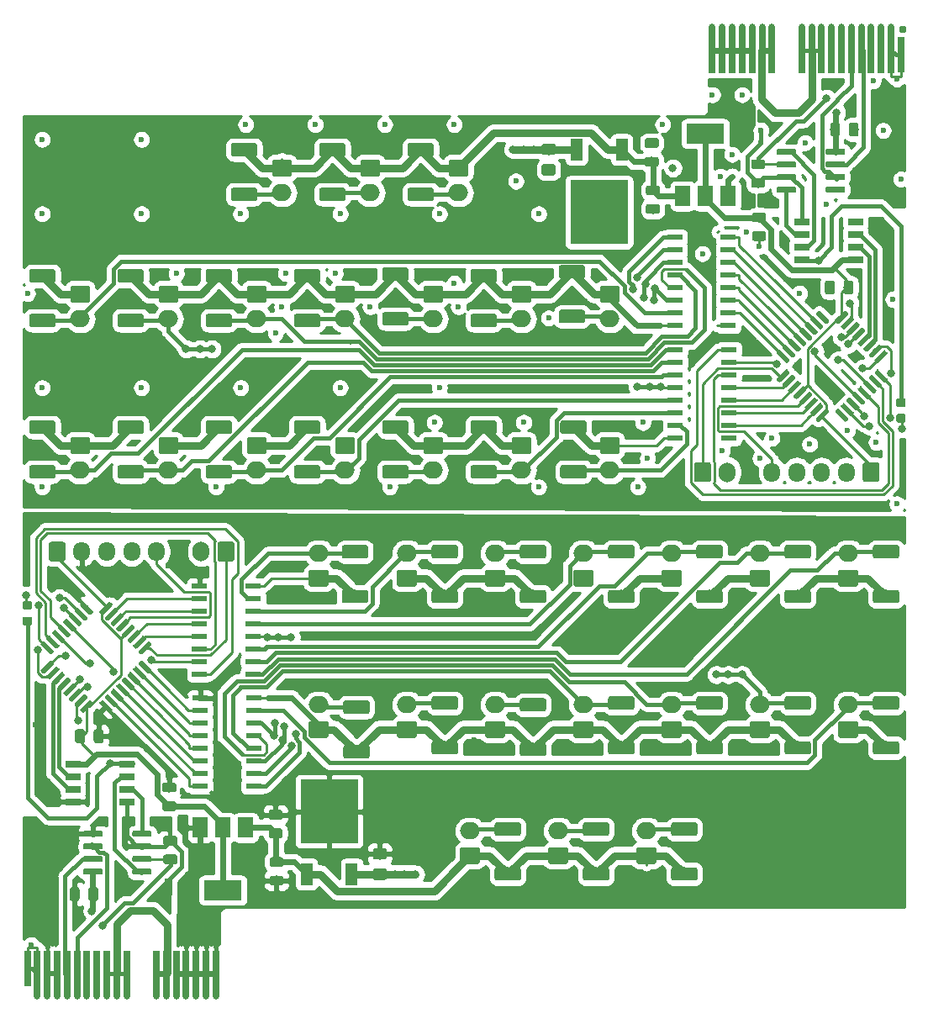
<source format=gbl>
G04 #@! TF.GenerationSoftware,KiCad,Pcbnew,(5.1.4)-1*
G04 #@! TF.CreationDate,2019-11-07T17:31:05+09:00*
G04 #@! TF.ProjectId,Solenoid_Valve-fin,536f6c65-6e6f-4696-945f-56616c76652d,rev?*
G04 #@! TF.SameCoordinates,Original*
G04 #@! TF.FileFunction,Copper,L2,Bot*
G04 #@! TF.FilePolarity,Positive*
%FSLAX46Y46*%
G04 Gerber Fmt 4.6, Leading zero omitted, Abs format (unit mm)*
G04 Created by KiCad (PCBNEW (5.1.4)-1) date 2019-11-07 17:31:05*
%MOMM*%
%LPD*%
G04 APERTURE LIST*
%ADD10C,0.100000*%
%ADD11C,0.875000*%
%ADD12C,1.700000*%
%ADD13O,2.000000X1.700000*%
%ADD14R,1.550000X0.600000*%
%ADD15R,0.650000X3.600000*%
%ADD16R,0.650000X4.600000*%
%ADD17O,0.650000X0.650000*%
%ADD18C,0.500000*%
%ADD19C,1.350000*%
%ADD20C,0.600000*%
%ADD21C,0.975000*%
%ADD22C,1.150000*%
%ADD23R,3.800000X2.000000*%
%ADD24R,1.500000X2.000000*%
%ADD25R,1.200000X2.200000*%
%ADD26R,5.800000X6.400000*%
%ADD27O,1.700000X1.950000*%
%ADD28R,1.525000X0.700000*%
%ADD29O,1.700000X2.000000*%
%ADD30C,0.800000*%
%ADD31C,0.400000*%
%ADD32C,0.250000*%
%ADD33C,0.600000*%
%ADD34C,0.800000*%
%ADD35C,0.254000*%
G04 APERTURE END LIST*
D10*
G36*
X209277691Y-70139053D02*
G01*
X209298926Y-70142203D01*
X209319750Y-70147419D01*
X209339962Y-70154651D01*
X209359368Y-70163830D01*
X209377781Y-70174866D01*
X209395024Y-70187654D01*
X209410930Y-70202070D01*
X209425346Y-70217976D01*
X209438134Y-70235219D01*
X209449170Y-70253632D01*
X209458349Y-70273038D01*
X209465581Y-70293250D01*
X209470797Y-70314074D01*
X209473947Y-70335309D01*
X209475000Y-70356750D01*
X209475000Y-70794250D01*
X209473947Y-70815691D01*
X209470797Y-70836926D01*
X209465581Y-70857750D01*
X209458349Y-70877962D01*
X209449170Y-70897368D01*
X209438134Y-70915781D01*
X209425346Y-70933024D01*
X209410930Y-70948930D01*
X209395024Y-70963346D01*
X209377781Y-70976134D01*
X209359368Y-70987170D01*
X209339962Y-70996349D01*
X209319750Y-71003581D01*
X209298926Y-71008797D01*
X209277691Y-71011947D01*
X209256250Y-71013000D01*
X208743750Y-71013000D01*
X208722309Y-71011947D01*
X208701074Y-71008797D01*
X208680250Y-71003581D01*
X208660038Y-70996349D01*
X208640632Y-70987170D01*
X208622219Y-70976134D01*
X208604976Y-70963346D01*
X208589070Y-70948930D01*
X208574654Y-70933024D01*
X208561866Y-70915781D01*
X208550830Y-70897368D01*
X208541651Y-70877962D01*
X208534419Y-70857750D01*
X208529203Y-70836926D01*
X208526053Y-70815691D01*
X208525000Y-70794250D01*
X208525000Y-70356750D01*
X208526053Y-70335309D01*
X208529203Y-70314074D01*
X208534419Y-70293250D01*
X208541651Y-70273038D01*
X208550830Y-70253632D01*
X208561866Y-70235219D01*
X208574654Y-70217976D01*
X208589070Y-70202070D01*
X208604976Y-70187654D01*
X208622219Y-70174866D01*
X208640632Y-70163830D01*
X208660038Y-70154651D01*
X208680250Y-70147419D01*
X208701074Y-70142203D01*
X208722309Y-70139053D01*
X208743750Y-70138000D01*
X209256250Y-70138000D01*
X209277691Y-70139053D01*
X209277691Y-70139053D01*
G37*
D11*
X209000000Y-70575500D03*
D10*
G36*
X209277691Y-68564053D02*
G01*
X209298926Y-68567203D01*
X209319750Y-68572419D01*
X209339962Y-68579651D01*
X209359368Y-68588830D01*
X209377781Y-68599866D01*
X209395024Y-68612654D01*
X209410930Y-68627070D01*
X209425346Y-68642976D01*
X209438134Y-68660219D01*
X209449170Y-68678632D01*
X209458349Y-68698038D01*
X209465581Y-68718250D01*
X209470797Y-68739074D01*
X209473947Y-68760309D01*
X209475000Y-68781750D01*
X209475000Y-69219250D01*
X209473947Y-69240691D01*
X209470797Y-69261926D01*
X209465581Y-69282750D01*
X209458349Y-69302962D01*
X209449170Y-69322368D01*
X209438134Y-69340781D01*
X209425346Y-69358024D01*
X209410930Y-69373930D01*
X209395024Y-69388346D01*
X209377781Y-69401134D01*
X209359368Y-69412170D01*
X209339962Y-69421349D01*
X209319750Y-69428581D01*
X209298926Y-69433797D01*
X209277691Y-69436947D01*
X209256250Y-69438000D01*
X208743750Y-69438000D01*
X208722309Y-69436947D01*
X208701074Y-69433797D01*
X208680250Y-69428581D01*
X208660038Y-69421349D01*
X208640632Y-69412170D01*
X208622219Y-69401134D01*
X208604976Y-69388346D01*
X208589070Y-69373930D01*
X208574654Y-69358024D01*
X208561866Y-69340781D01*
X208550830Y-69322368D01*
X208541651Y-69302962D01*
X208534419Y-69282750D01*
X208529203Y-69261926D01*
X208526053Y-69240691D01*
X208525000Y-69219250D01*
X208525000Y-68781750D01*
X208526053Y-68760309D01*
X208529203Y-68739074D01*
X208534419Y-68718250D01*
X208541651Y-68698038D01*
X208550830Y-68678632D01*
X208561866Y-68660219D01*
X208574654Y-68642976D01*
X208589070Y-68627070D01*
X208604976Y-68612654D01*
X208622219Y-68599866D01*
X208640632Y-68588830D01*
X208660038Y-68579651D01*
X208680250Y-68572419D01*
X208701074Y-68567203D01*
X208722309Y-68564053D01*
X208743750Y-68563000D01*
X209256250Y-68563000D01*
X209277691Y-68564053D01*
X209277691Y-68564053D01*
G37*
D11*
X209000000Y-69000500D03*
D10*
G36*
X162654504Y-72471204D02*
G01*
X162678773Y-72474804D01*
X162702571Y-72480765D01*
X162725671Y-72489030D01*
X162747849Y-72499520D01*
X162768893Y-72512133D01*
X162788598Y-72526747D01*
X162806777Y-72543223D01*
X162823253Y-72561402D01*
X162837867Y-72581107D01*
X162850480Y-72602151D01*
X162860970Y-72624329D01*
X162869235Y-72647429D01*
X162875196Y-72671227D01*
X162878796Y-72695496D01*
X162880000Y-72720000D01*
X162880000Y-73920000D01*
X162878796Y-73944504D01*
X162875196Y-73968773D01*
X162869235Y-73992571D01*
X162860970Y-74015671D01*
X162850480Y-74037849D01*
X162837867Y-74058893D01*
X162823253Y-74078598D01*
X162806777Y-74096777D01*
X162788598Y-74113253D01*
X162768893Y-74127867D01*
X162747849Y-74140480D01*
X162725671Y-74150970D01*
X162702571Y-74159235D01*
X162678773Y-74165196D01*
X162654504Y-74168796D01*
X162630000Y-74170000D01*
X161130000Y-74170000D01*
X161105496Y-74168796D01*
X161081227Y-74165196D01*
X161057429Y-74159235D01*
X161034329Y-74150970D01*
X161012151Y-74140480D01*
X160991107Y-74127867D01*
X160971402Y-74113253D01*
X160953223Y-74096777D01*
X160936747Y-74078598D01*
X160922133Y-74058893D01*
X160909520Y-74037849D01*
X160899030Y-74015671D01*
X160890765Y-73992571D01*
X160884804Y-73968773D01*
X160881204Y-73944504D01*
X160880000Y-73920000D01*
X160880000Y-72720000D01*
X160881204Y-72695496D01*
X160884804Y-72671227D01*
X160890765Y-72647429D01*
X160899030Y-72624329D01*
X160909520Y-72602151D01*
X160922133Y-72581107D01*
X160936747Y-72561402D01*
X160953223Y-72543223D01*
X160971402Y-72526747D01*
X160991107Y-72512133D01*
X161012151Y-72499520D01*
X161034329Y-72489030D01*
X161057429Y-72480765D01*
X161081227Y-72474804D01*
X161105496Y-72471204D01*
X161130000Y-72470000D01*
X162630000Y-72470000D01*
X162654504Y-72471204D01*
X162654504Y-72471204D01*
G37*
D12*
X161880000Y-73320000D03*
D13*
X161880000Y-75820000D03*
D10*
G36*
X144874504Y-57231204D02*
G01*
X144898773Y-57234804D01*
X144922571Y-57240765D01*
X144945671Y-57249030D01*
X144967849Y-57259520D01*
X144988893Y-57272133D01*
X145008598Y-57286747D01*
X145026777Y-57303223D01*
X145043253Y-57321402D01*
X145057867Y-57341107D01*
X145070480Y-57362151D01*
X145080970Y-57384329D01*
X145089235Y-57407429D01*
X145095196Y-57431227D01*
X145098796Y-57455496D01*
X145100000Y-57480000D01*
X145100000Y-58680000D01*
X145098796Y-58704504D01*
X145095196Y-58728773D01*
X145089235Y-58752571D01*
X145080970Y-58775671D01*
X145070480Y-58797849D01*
X145057867Y-58818893D01*
X145043253Y-58838598D01*
X145026777Y-58856777D01*
X145008598Y-58873253D01*
X144988893Y-58887867D01*
X144967849Y-58900480D01*
X144945671Y-58910970D01*
X144922571Y-58919235D01*
X144898773Y-58925196D01*
X144874504Y-58928796D01*
X144850000Y-58930000D01*
X143350000Y-58930000D01*
X143325496Y-58928796D01*
X143301227Y-58925196D01*
X143277429Y-58919235D01*
X143254329Y-58910970D01*
X143232151Y-58900480D01*
X143211107Y-58887867D01*
X143191402Y-58873253D01*
X143173223Y-58856777D01*
X143156747Y-58838598D01*
X143142133Y-58818893D01*
X143129520Y-58797849D01*
X143119030Y-58775671D01*
X143110765Y-58752571D01*
X143104804Y-58728773D01*
X143101204Y-58704504D01*
X143100000Y-58680000D01*
X143100000Y-57480000D01*
X143101204Y-57455496D01*
X143104804Y-57431227D01*
X143110765Y-57407429D01*
X143119030Y-57384329D01*
X143129520Y-57362151D01*
X143142133Y-57341107D01*
X143156747Y-57321402D01*
X143173223Y-57303223D01*
X143191402Y-57286747D01*
X143211107Y-57272133D01*
X143232151Y-57259520D01*
X143254329Y-57249030D01*
X143277429Y-57240765D01*
X143301227Y-57234804D01*
X143325496Y-57231204D01*
X143350000Y-57230000D01*
X144850000Y-57230000D01*
X144874504Y-57231204D01*
X144874504Y-57231204D01*
G37*
D12*
X144100000Y-58080000D03*
D13*
X144100000Y-60580000D03*
D14*
X191600000Y-52360000D03*
X191600000Y-53630000D03*
X191600000Y-54900000D03*
X191600000Y-56170000D03*
X191600000Y-57440000D03*
X191600000Y-58710000D03*
X191600000Y-59980000D03*
X191600000Y-61250000D03*
X186200000Y-61250000D03*
X186200000Y-59980000D03*
X186200000Y-58710000D03*
X186200000Y-57440000D03*
X186200000Y-56170000D03*
X186200000Y-54900000D03*
X186200000Y-53630000D03*
X186200000Y-52360000D03*
D10*
G36*
X135984504Y-57231204D02*
G01*
X136008773Y-57234804D01*
X136032571Y-57240765D01*
X136055671Y-57249030D01*
X136077849Y-57259520D01*
X136098893Y-57272133D01*
X136118598Y-57286747D01*
X136136777Y-57303223D01*
X136153253Y-57321402D01*
X136167867Y-57341107D01*
X136180480Y-57362151D01*
X136190970Y-57384329D01*
X136199235Y-57407429D01*
X136205196Y-57431227D01*
X136208796Y-57455496D01*
X136210000Y-57480000D01*
X136210000Y-58680000D01*
X136208796Y-58704504D01*
X136205196Y-58728773D01*
X136199235Y-58752571D01*
X136190970Y-58775671D01*
X136180480Y-58797849D01*
X136167867Y-58818893D01*
X136153253Y-58838598D01*
X136136777Y-58856777D01*
X136118598Y-58873253D01*
X136098893Y-58887867D01*
X136077849Y-58900480D01*
X136055671Y-58910970D01*
X136032571Y-58919235D01*
X136008773Y-58925196D01*
X135984504Y-58928796D01*
X135960000Y-58930000D01*
X134460000Y-58930000D01*
X134435496Y-58928796D01*
X134411227Y-58925196D01*
X134387429Y-58919235D01*
X134364329Y-58910970D01*
X134342151Y-58900480D01*
X134321107Y-58887867D01*
X134301402Y-58873253D01*
X134283223Y-58856777D01*
X134266747Y-58838598D01*
X134252133Y-58818893D01*
X134239520Y-58797849D01*
X134229030Y-58775671D01*
X134220765Y-58752571D01*
X134214804Y-58728773D01*
X134211204Y-58704504D01*
X134210000Y-58680000D01*
X134210000Y-57480000D01*
X134211204Y-57455496D01*
X134214804Y-57431227D01*
X134220765Y-57407429D01*
X134229030Y-57384329D01*
X134239520Y-57362151D01*
X134252133Y-57341107D01*
X134266747Y-57321402D01*
X134283223Y-57303223D01*
X134301402Y-57286747D01*
X134321107Y-57272133D01*
X134342151Y-57259520D01*
X134364329Y-57249030D01*
X134387429Y-57240765D01*
X134411227Y-57234804D01*
X134435496Y-57231204D01*
X134460000Y-57230000D01*
X135960000Y-57230000D01*
X135984504Y-57231204D01*
X135984504Y-57231204D01*
G37*
D12*
X135210000Y-58080000D03*
D13*
X135210000Y-60580000D03*
D10*
G36*
X180434504Y-72471204D02*
G01*
X180458773Y-72474804D01*
X180482571Y-72480765D01*
X180505671Y-72489030D01*
X180527849Y-72499520D01*
X180548893Y-72512133D01*
X180568598Y-72526747D01*
X180586777Y-72543223D01*
X180603253Y-72561402D01*
X180617867Y-72581107D01*
X180630480Y-72602151D01*
X180640970Y-72624329D01*
X180649235Y-72647429D01*
X180655196Y-72671227D01*
X180658796Y-72695496D01*
X180660000Y-72720000D01*
X180660000Y-73920000D01*
X180658796Y-73944504D01*
X180655196Y-73968773D01*
X180649235Y-73992571D01*
X180640970Y-74015671D01*
X180630480Y-74037849D01*
X180617867Y-74058893D01*
X180603253Y-74078598D01*
X180586777Y-74096777D01*
X180568598Y-74113253D01*
X180548893Y-74127867D01*
X180527849Y-74140480D01*
X180505671Y-74150970D01*
X180482571Y-74159235D01*
X180458773Y-74165196D01*
X180434504Y-74168796D01*
X180410000Y-74170000D01*
X178910000Y-74170000D01*
X178885496Y-74168796D01*
X178861227Y-74165196D01*
X178837429Y-74159235D01*
X178814329Y-74150970D01*
X178792151Y-74140480D01*
X178771107Y-74127867D01*
X178751402Y-74113253D01*
X178733223Y-74096777D01*
X178716747Y-74078598D01*
X178702133Y-74058893D01*
X178689520Y-74037849D01*
X178679030Y-74015671D01*
X178670765Y-73992571D01*
X178664804Y-73968773D01*
X178661204Y-73944504D01*
X178660000Y-73920000D01*
X178660000Y-72720000D01*
X178661204Y-72695496D01*
X178664804Y-72671227D01*
X178670765Y-72647429D01*
X178679030Y-72624329D01*
X178689520Y-72602151D01*
X178702133Y-72581107D01*
X178716747Y-72561402D01*
X178733223Y-72543223D01*
X178751402Y-72526747D01*
X178771107Y-72512133D01*
X178792151Y-72499520D01*
X178814329Y-72489030D01*
X178837429Y-72480765D01*
X178861227Y-72474804D01*
X178885496Y-72471204D01*
X178910000Y-72470000D01*
X180410000Y-72470000D01*
X180434504Y-72471204D01*
X180434504Y-72471204D01*
G37*
D12*
X179660000Y-73320000D03*
D13*
X179660000Y-75820000D03*
D15*
X209000000Y-34000000D03*
D16*
X208000000Y-33500000D03*
X207000000Y-33500000D03*
X206000000Y-33500000D03*
X205000000Y-33500000D03*
X204000000Y-33500000D03*
X203000000Y-33500000D03*
X202000000Y-33500000D03*
X201000000Y-33500000D03*
X200000000Y-33500000D03*
X199000000Y-33500000D03*
X194000000Y-33500000D03*
X193000000Y-33500000D03*
X192000000Y-33500000D03*
X191000000Y-33500000D03*
X190000000Y-33500000D03*
X196000000Y-33500000D03*
X195000000Y-33500000D03*
D17*
X206000000Y-31200000D03*
X205000000Y-31200000D03*
X204000000Y-31200000D03*
X203000000Y-31200000D03*
X202000000Y-31200000D03*
X201000000Y-31200000D03*
X200000000Y-31200000D03*
X194000000Y-31200000D03*
X193000000Y-31200000D03*
X207000000Y-31200000D03*
X195000000Y-31200000D03*
X192000000Y-31200000D03*
X199000000Y-31200000D03*
X196000000Y-31200000D03*
X191000000Y-31200000D03*
X190000000Y-31200000D03*
X208000000Y-31200000D03*
D14*
X191660000Y-63655000D03*
X191660000Y-64925000D03*
X191660000Y-66195000D03*
X191660000Y-67465000D03*
X191660000Y-68735000D03*
X191660000Y-70005000D03*
X191660000Y-71275000D03*
X191660000Y-72545000D03*
X186260000Y-72545000D03*
X186260000Y-71275000D03*
X186260000Y-70005000D03*
X186260000Y-68735000D03*
X186260000Y-67465000D03*
X186260000Y-66195000D03*
X186260000Y-64925000D03*
X186260000Y-63655000D03*
D10*
G36*
X153764504Y-72471204D02*
G01*
X153788773Y-72474804D01*
X153812571Y-72480765D01*
X153835671Y-72489030D01*
X153857849Y-72499520D01*
X153878893Y-72512133D01*
X153898598Y-72526747D01*
X153916777Y-72543223D01*
X153933253Y-72561402D01*
X153947867Y-72581107D01*
X153960480Y-72602151D01*
X153970970Y-72624329D01*
X153979235Y-72647429D01*
X153985196Y-72671227D01*
X153988796Y-72695496D01*
X153990000Y-72720000D01*
X153990000Y-73920000D01*
X153988796Y-73944504D01*
X153985196Y-73968773D01*
X153979235Y-73992571D01*
X153970970Y-74015671D01*
X153960480Y-74037849D01*
X153947867Y-74058893D01*
X153933253Y-74078598D01*
X153916777Y-74096777D01*
X153898598Y-74113253D01*
X153878893Y-74127867D01*
X153857849Y-74140480D01*
X153835671Y-74150970D01*
X153812571Y-74159235D01*
X153788773Y-74165196D01*
X153764504Y-74168796D01*
X153740000Y-74170000D01*
X152240000Y-74170000D01*
X152215496Y-74168796D01*
X152191227Y-74165196D01*
X152167429Y-74159235D01*
X152144329Y-74150970D01*
X152122151Y-74140480D01*
X152101107Y-74127867D01*
X152081402Y-74113253D01*
X152063223Y-74096777D01*
X152046747Y-74078598D01*
X152032133Y-74058893D01*
X152019520Y-74037849D01*
X152009030Y-74015671D01*
X152000765Y-73992571D01*
X151994804Y-73968773D01*
X151991204Y-73944504D01*
X151990000Y-73920000D01*
X151990000Y-72720000D01*
X151991204Y-72695496D01*
X151994804Y-72671227D01*
X152000765Y-72647429D01*
X152009030Y-72624329D01*
X152019520Y-72602151D01*
X152032133Y-72581107D01*
X152046747Y-72561402D01*
X152063223Y-72543223D01*
X152081402Y-72526747D01*
X152101107Y-72512133D01*
X152122151Y-72499520D01*
X152144329Y-72489030D01*
X152167429Y-72480765D01*
X152191227Y-72474804D01*
X152215496Y-72471204D01*
X152240000Y-72470000D01*
X153740000Y-72470000D01*
X153764504Y-72471204D01*
X153764504Y-72471204D01*
G37*
D12*
X152990000Y-73320000D03*
D13*
X152990000Y-75820000D03*
D10*
G36*
X127094504Y-57231204D02*
G01*
X127118773Y-57234804D01*
X127142571Y-57240765D01*
X127165671Y-57249030D01*
X127187849Y-57259520D01*
X127208893Y-57272133D01*
X127228598Y-57286747D01*
X127246777Y-57303223D01*
X127263253Y-57321402D01*
X127277867Y-57341107D01*
X127290480Y-57362151D01*
X127300970Y-57384329D01*
X127309235Y-57407429D01*
X127315196Y-57431227D01*
X127318796Y-57455496D01*
X127320000Y-57480000D01*
X127320000Y-58680000D01*
X127318796Y-58704504D01*
X127315196Y-58728773D01*
X127309235Y-58752571D01*
X127300970Y-58775671D01*
X127290480Y-58797849D01*
X127277867Y-58818893D01*
X127263253Y-58838598D01*
X127246777Y-58856777D01*
X127228598Y-58873253D01*
X127208893Y-58887867D01*
X127187849Y-58900480D01*
X127165671Y-58910970D01*
X127142571Y-58919235D01*
X127118773Y-58925196D01*
X127094504Y-58928796D01*
X127070000Y-58930000D01*
X125570000Y-58930000D01*
X125545496Y-58928796D01*
X125521227Y-58925196D01*
X125497429Y-58919235D01*
X125474329Y-58910970D01*
X125452151Y-58900480D01*
X125431107Y-58887867D01*
X125411402Y-58873253D01*
X125393223Y-58856777D01*
X125376747Y-58838598D01*
X125362133Y-58818893D01*
X125349520Y-58797849D01*
X125339030Y-58775671D01*
X125330765Y-58752571D01*
X125324804Y-58728773D01*
X125321204Y-58704504D01*
X125320000Y-58680000D01*
X125320000Y-57480000D01*
X125321204Y-57455496D01*
X125324804Y-57431227D01*
X125330765Y-57407429D01*
X125339030Y-57384329D01*
X125349520Y-57362151D01*
X125362133Y-57341107D01*
X125376747Y-57321402D01*
X125393223Y-57303223D01*
X125411402Y-57286747D01*
X125431107Y-57272133D01*
X125452151Y-57259520D01*
X125474329Y-57249030D01*
X125497429Y-57240765D01*
X125521227Y-57234804D01*
X125545496Y-57231204D01*
X125570000Y-57230000D01*
X127070000Y-57230000D01*
X127094504Y-57231204D01*
X127094504Y-57231204D01*
G37*
D12*
X126320000Y-58080000D03*
D13*
X126320000Y-60580000D03*
D10*
G36*
X201455533Y-69611342D02*
G01*
X201467667Y-69613142D01*
X201479567Y-69616122D01*
X201491116Y-69620255D01*
X201502206Y-69625500D01*
X201512727Y-69631806D01*
X201522580Y-69639114D01*
X201531669Y-69647352D01*
X201708446Y-69824129D01*
X201716684Y-69833218D01*
X201723992Y-69843071D01*
X201730298Y-69853592D01*
X201735543Y-69864682D01*
X201739676Y-69876231D01*
X201742656Y-69888131D01*
X201744456Y-69900265D01*
X201745058Y-69912517D01*
X201744456Y-69924769D01*
X201742656Y-69936903D01*
X201739676Y-69948803D01*
X201735543Y-69960352D01*
X201730298Y-69971442D01*
X201723992Y-69981963D01*
X201716684Y-69991816D01*
X201708446Y-70000905D01*
X200824563Y-70884788D01*
X200815474Y-70893026D01*
X200805621Y-70900334D01*
X200795100Y-70906640D01*
X200784010Y-70911885D01*
X200772461Y-70916018D01*
X200760561Y-70918998D01*
X200748427Y-70920798D01*
X200736175Y-70921400D01*
X200723923Y-70920798D01*
X200711789Y-70918998D01*
X200699889Y-70916018D01*
X200688340Y-70911885D01*
X200677250Y-70906640D01*
X200666729Y-70900334D01*
X200656876Y-70893026D01*
X200647787Y-70884788D01*
X200471010Y-70708011D01*
X200462772Y-70698922D01*
X200455464Y-70689069D01*
X200449158Y-70678548D01*
X200443913Y-70667458D01*
X200439780Y-70655909D01*
X200436800Y-70644009D01*
X200435000Y-70631875D01*
X200434398Y-70619623D01*
X200435000Y-70607371D01*
X200436800Y-70595237D01*
X200439780Y-70583337D01*
X200443913Y-70571788D01*
X200449158Y-70560698D01*
X200455464Y-70550177D01*
X200462772Y-70540324D01*
X200471010Y-70531235D01*
X201354893Y-69647352D01*
X201363982Y-69639114D01*
X201373835Y-69631806D01*
X201384356Y-69625500D01*
X201395446Y-69620255D01*
X201406995Y-69616122D01*
X201418895Y-69613142D01*
X201431029Y-69611342D01*
X201443281Y-69610740D01*
X201455533Y-69611342D01*
X201455533Y-69611342D01*
G37*
D18*
X201089728Y-70266070D03*
D10*
G36*
X200889848Y-69045656D02*
G01*
X200901982Y-69047456D01*
X200913882Y-69050436D01*
X200925431Y-69054569D01*
X200936521Y-69059814D01*
X200947042Y-69066120D01*
X200956895Y-69073428D01*
X200965984Y-69081666D01*
X201142761Y-69258443D01*
X201150999Y-69267532D01*
X201158307Y-69277385D01*
X201164613Y-69287906D01*
X201169858Y-69298996D01*
X201173991Y-69310545D01*
X201176971Y-69322445D01*
X201178771Y-69334579D01*
X201179373Y-69346831D01*
X201178771Y-69359083D01*
X201176971Y-69371217D01*
X201173991Y-69383117D01*
X201169858Y-69394666D01*
X201164613Y-69405756D01*
X201158307Y-69416277D01*
X201150999Y-69426130D01*
X201142761Y-69435219D01*
X200258878Y-70319102D01*
X200249789Y-70327340D01*
X200239936Y-70334648D01*
X200229415Y-70340954D01*
X200218325Y-70346199D01*
X200206776Y-70350332D01*
X200194876Y-70353312D01*
X200182742Y-70355112D01*
X200170490Y-70355714D01*
X200158238Y-70355112D01*
X200146104Y-70353312D01*
X200134204Y-70350332D01*
X200122655Y-70346199D01*
X200111565Y-70340954D01*
X200101044Y-70334648D01*
X200091191Y-70327340D01*
X200082102Y-70319102D01*
X199905325Y-70142325D01*
X199897087Y-70133236D01*
X199889779Y-70123383D01*
X199883473Y-70112862D01*
X199878228Y-70101772D01*
X199874095Y-70090223D01*
X199871115Y-70078323D01*
X199869315Y-70066189D01*
X199868713Y-70053937D01*
X199869315Y-70041685D01*
X199871115Y-70029551D01*
X199874095Y-70017651D01*
X199878228Y-70006102D01*
X199883473Y-69995012D01*
X199889779Y-69984491D01*
X199897087Y-69974638D01*
X199905325Y-69965549D01*
X200789208Y-69081666D01*
X200798297Y-69073428D01*
X200808150Y-69066120D01*
X200818671Y-69059814D01*
X200829761Y-69054569D01*
X200841310Y-69050436D01*
X200853210Y-69047456D01*
X200865344Y-69045656D01*
X200877596Y-69045054D01*
X200889848Y-69045656D01*
X200889848Y-69045656D01*
G37*
D18*
X200524043Y-69700384D03*
D10*
G36*
X200324162Y-68479971D02*
G01*
X200336296Y-68481771D01*
X200348196Y-68484751D01*
X200359745Y-68488884D01*
X200370835Y-68494129D01*
X200381356Y-68500435D01*
X200391209Y-68507743D01*
X200400298Y-68515981D01*
X200577075Y-68692758D01*
X200585313Y-68701847D01*
X200592621Y-68711700D01*
X200598927Y-68722221D01*
X200604172Y-68733311D01*
X200608305Y-68744860D01*
X200611285Y-68756760D01*
X200613085Y-68768894D01*
X200613687Y-68781146D01*
X200613085Y-68793398D01*
X200611285Y-68805532D01*
X200608305Y-68817432D01*
X200604172Y-68828981D01*
X200598927Y-68840071D01*
X200592621Y-68850592D01*
X200585313Y-68860445D01*
X200577075Y-68869534D01*
X199693192Y-69753417D01*
X199684103Y-69761655D01*
X199674250Y-69768963D01*
X199663729Y-69775269D01*
X199652639Y-69780514D01*
X199641090Y-69784647D01*
X199629190Y-69787627D01*
X199617056Y-69789427D01*
X199604804Y-69790029D01*
X199592552Y-69789427D01*
X199580418Y-69787627D01*
X199568518Y-69784647D01*
X199556969Y-69780514D01*
X199545879Y-69775269D01*
X199535358Y-69768963D01*
X199525505Y-69761655D01*
X199516416Y-69753417D01*
X199339639Y-69576640D01*
X199331401Y-69567551D01*
X199324093Y-69557698D01*
X199317787Y-69547177D01*
X199312542Y-69536087D01*
X199308409Y-69524538D01*
X199305429Y-69512638D01*
X199303629Y-69500504D01*
X199303027Y-69488252D01*
X199303629Y-69476000D01*
X199305429Y-69463866D01*
X199308409Y-69451966D01*
X199312542Y-69440417D01*
X199317787Y-69429327D01*
X199324093Y-69418806D01*
X199331401Y-69408953D01*
X199339639Y-69399864D01*
X200223522Y-68515981D01*
X200232611Y-68507743D01*
X200242464Y-68500435D01*
X200252985Y-68494129D01*
X200264075Y-68488884D01*
X200275624Y-68484751D01*
X200287524Y-68481771D01*
X200299658Y-68479971D01*
X200311910Y-68479369D01*
X200324162Y-68479971D01*
X200324162Y-68479971D01*
G37*
D18*
X199958357Y-69134699D03*
D10*
G36*
X199758477Y-67914286D02*
G01*
X199770611Y-67916086D01*
X199782511Y-67919066D01*
X199794060Y-67923199D01*
X199805150Y-67928444D01*
X199815671Y-67934750D01*
X199825524Y-67942058D01*
X199834613Y-67950296D01*
X200011390Y-68127073D01*
X200019628Y-68136162D01*
X200026936Y-68146015D01*
X200033242Y-68156536D01*
X200038487Y-68167626D01*
X200042620Y-68179175D01*
X200045600Y-68191075D01*
X200047400Y-68203209D01*
X200048002Y-68215461D01*
X200047400Y-68227713D01*
X200045600Y-68239847D01*
X200042620Y-68251747D01*
X200038487Y-68263296D01*
X200033242Y-68274386D01*
X200026936Y-68284907D01*
X200019628Y-68294760D01*
X200011390Y-68303849D01*
X199127507Y-69187732D01*
X199118418Y-69195970D01*
X199108565Y-69203278D01*
X199098044Y-69209584D01*
X199086954Y-69214829D01*
X199075405Y-69218962D01*
X199063505Y-69221942D01*
X199051371Y-69223742D01*
X199039119Y-69224344D01*
X199026867Y-69223742D01*
X199014733Y-69221942D01*
X199002833Y-69218962D01*
X198991284Y-69214829D01*
X198980194Y-69209584D01*
X198969673Y-69203278D01*
X198959820Y-69195970D01*
X198950731Y-69187732D01*
X198773954Y-69010955D01*
X198765716Y-69001866D01*
X198758408Y-68992013D01*
X198752102Y-68981492D01*
X198746857Y-68970402D01*
X198742724Y-68958853D01*
X198739744Y-68946953D01*
X198737944Y-68934819D01*
X198737342Y-68922567D01*
X198737944Y-68910315D01*
X198739744Y-68898181D01*
X198742724Y-68886281D01*
X198746857Y-68874732D01*
X198752102Y-68863642D01*
X198758408Y-68853121D01*
X198765716Y-68843268D01*
X198773954Y-68834179D01*
X199657837Y-67950296D01*
X199666926Y-67942058D01*
X199676779Y-67934750D01*
X199687300Y-67928444D01*
X199698390Y-67923199D01*
X199709939Y-67919066D01*
X199721839Y-67916086D01*
X199733973Y-67914286D01*
X199746225Y-67913684D01*
X199758477Y-67914286D01*
X199758477Y-67914286D01*
G37*
D18*
X199392672Y-68569014D03*
D10*
G36*
X199192791Y-67348600D02*
G01*
X199204925Y-67350400D01*
X199216825Y-67353380D01*
X199228374Y-67357513D01*
X199239464Y-67362758D01*
X199249985Y-67369064D01*
X199259838Y-67376372D01*
X199268927Y-67384610D01*
X199445704Y-67561387D01*
X199453942Y-67570476D01*
X199461250Y-67580329D01*
X199467556Y-67590850D01*
X199472801Y-67601940D01*
X199476934Y-67613489D01*
X199479914Y-67625389D01*
X199481714Y-67637523D01*
X199482316Y-67649775D01*
X199481714Y-67662027D01*
X199479914Y-67674161D01*
X199476934Y-67686061D01*
X199472801Y-67697610D01*
X199467556Y-67708700D01*
X199461250Y-67719221D01*
X199453942Y-67729074D01*
X199445704Y-67738163D01*
X198561821Y-68622046D01*
X198552732Y-68630284D01*
X198542879Y-68637592D01*
X198532358Y-68643898D01*
X198521268Y-68649143D01*
X198509719Y-68653276D01*
X198497819Y-68656256D01*
X198485685Y-68658056D01*
X198473433Y-68658658D01*
X198461181Y-68658056D01*
X198449047Y-68656256D01*
X198437147Y-68653276D01*
X198425598Y-68649143D01*
X198414508Y-68643898D01*
X198403987Y-68637592D01*
X198394134Y-68630284D01*
X198385045Y-68622046D01*
X198208268Y-68445269D01*
X198200030Y-68436180D01*
X198192722Y-68426327D01*
X198186416Y-68415806D01*
X198181171Y-68404716D01*
X198177038Y-68393167D01*
X198174058Y-68381267D01*
X198172258Y-68369133D01*
X198171656Y-68356881D01*
X198172258Y-68344629D01*
X198174058Y-68332495D01*
X198177038Y-68320595D01*
X198181171Y-68309046D01*
X198186416Y-68297956D01*
X198192722Y-68287435D01*
X198200030Y-68277582D01*
X198208268Y-68268493D01*
X199092151Y-67384610D01*
X199101240Y-67376372D01*
X199111093Y-67369064D01*
X199121614Y-67362758D01*
X199132704Y-67357513D01*
X199144253Y-67353380D01*
X199156153Y-67350400D01*
X199168287Y-67348600D01*
X199180539Y-67347998D01*
X199192791Y-67348600D01*
X199192791Y-67348600D01*
G37*
D18*
X198826986Y-68003328D03*
D10*
G36*
X198627106Y-66782915D02*
G01*
X198639240Y-66784715D01*
X198651140Y-66787695D01*
X198662689Y-66791828D01*
X198673779Y-66797073D01*
X198684300Y-66803379D01*
X198694153Y-66810687D01*
X198703242Y-66818925D01*
X198880019Y-66995702D01*
X198888257Y-67004791D01*
X198895565Y-67014644D01*
X198901871Y-67025165D01*
X198907116Y-67036255D01*
X198911249Y-67047804D01*
X198914229Y-67059704D01*
X198916029Y-67071838D01*
X198916631Y-67084090D01*
X198916029Y-67096342D01*
X198914229Y-67108476D01*
X198911249Y-67120376D01*
X198907116Y-67131925D01*
X198901871Y-67143015D01*
X198895565Y-67153536D01*
X198888257Y-67163389D01*
X198880019Y-67172478D01*
X197996136Y-68056361D01*
X197987047Y-68064599D01*
X197977194Y-68071907D01*
X197966673Y-68078213D01*
X197955583Y-68083458D01*
X197944034Y-68087591D01*
X197932134Y-68090571D01*
X197920000Y-68092371D01*
X197907748Y-68092973D01*
X197895496Y-68092371D01*
X197883362Y-68090571D01*
X197871462Y-68087591D01*
X197859913Y-68083458D01*
X197848823Y-68078213D01*
X197838302Y-68071907D01*
X197828449Y-68064599D01*
X197819360Y-68056361D01*
X197642583Y-67879584D01*
X197634345Y-67870495D01*
X197627037Y-67860642D01*
X197620731Y-67850121D01*
X197615486Y-67839031D01*
X197611353Y-67827482D01*
X197608373Y-67815582D01*
X197606573Y-67803448D01*
X197605971Y-67791196D01*
X197606573Y-67778944D01*
X197608373Y-67766810D01*
X197611353Y-67754910D01*
X197615486Y-67743361D01*
X197620731Y-67732271D01*
X197627037Y-67721750D01*
X197634345Y-67711897D01*
X197642583Y-67702808D01*
X198526466Y-66818925D01*
X198535555Y-66810687D01*
X198545408Y-66803379D01*
X198555929Y-66797073D01*
X198567019Y-66791828D01*
X198578568Y-66787695D01*
X198590468Y-66784715D01*
X198602602Y-66782915D01*
X198614854Y-66782313D01*
X198627106Y-66782915D01*
X198627106Y-66782915D01*
G37*
D18*
X198261301Y-67437643D03*
D10*
G36*
X198061421Y-66217229D02*
G01*
X198073555Y-66219029D01*
X198085455Y-66222009D01*
X198097004Y-66226142D01*
X198108094Y-66231387D01*
X198118615Y-66237693D01*
X198128468Y-66245001D01*
X198137557Y-66253239D01*
X198314334Y-66430016D01*
X198322572Y-66439105D01*
X198329880Y-66448958D01*
X198336186Y-66459479D01*
X198341431Y-66470569D01*
X198345564Y-66482118D01*
X198348544Y-66494018D01*
X198350344Y-66506152D01*
X198350946Y-66518404D01*
X198350344Y-66530656D01*
X198348544Y-66542790D01*
X198345564Y-66554690D01*
X198341431Y-66566239D01*
X198336186Y-66577329D01*
X198329880Y-66587850D01*
X198322572Y-66597703D01*
X198314334Y-66606792D01*
X197430451Y-67490675D01*
X197421362Y-67498913D01*
X197411509Y-67506221D01*
X197400988Y-67512527D01*
X197389898Y-67517772D01*
X197378349Y-67521905D01*
X197366449Y-67524885D01*
X197354315Y-67526685D01*
X197342063Y-67527287D01*
X197329811Y-67526685D01*
X197317677Y-67524885D01*
X197305777Y-67521905D01*
X197294228Y-67517772D01*
X197283138Y-67512527D01*
X197272617Y-67506221D01*
X197262764Y-67498913D01*
X197253675Y-67490675D01*
X197076898Y-67313898D01*
X197068660Y-67304809D01*
X197061352Y-67294956D01*
X197055046Y-67284435D01*
X197049801Y-67273345D01*
X197045668Y-67261796D01*
X197042688Y-67249896D01*
X197040888Y-67237762D01*
X197040286Y-67225510D01*
X197040888Y-67213258D01*
X197042688Y-67201124D01*
X197045668Y-67189224D01*
X197049801Y-67177675D01*
X197055046Y-67166585D01*
X197061352Y-67156064D01*
X197068660Y-67146211D01*
X197076898Y-67137122D01*
X197960781Y-66253239D01*
X197969870Y-66245001D01*
X197979723Y-66237693D01*
X197990244Y-66231387D01*
X198001334Y-66226142D01*
X198012883Y-66222009D01*
X198024783Y-66219029D01*
X198036917Y-66217229D01*
X198049169Y-66216627D01*
X198061421Y-66217229D01*
X198061421Y-66217229D01*
G37*
D18*
X197695616Y-66871957D03*
D10*
G36*
X197495735Y-65651544D02*
G01*
X197507869Y-65653344D01*
X197519769Y-65656324D01*
X197531318Y-65660457D01*
X197542408Y-65665702D01*
X197552929Y-65672008D01*
X197562782Y-65679316D01*
X197571871Y-65687554D01*
X197748648Y-65864331D01*
X197756886Y-65873420D01*
X197764194Y-65883273D01*
X197770500Y-65893794D01*
X197775745Y-65904884D01*
X197779878Y-65916433D01*
X197782858Y-65928333D01*
X197784658Y-65940467D01*
X197785260Y-65952719D01*
X197784658Y-65964971D01*
X197782858Y-65977105D01*
X197779878Y-65989005D01*
X197775745Y-66000554D01*
X197770500Y-66011644D01*
X197764194Y-66022165D01*
X197756886Y-66032018D01*
X197748648Y-66041107D01*
X196864765Y-66924990D01*
X196855676Y-66933228D01*
X196845823Y-66940536D01*
X196835302Y-66946842D01*
X196824212Y-66952087D01*
X196812663Y-66956220D01*
X196800763Y-66959200D01*
X196788629Y-66961000D01*
X196776377Y-66961602D01*
X196764125Y-66961000D01*
X196751991Y-66959200D01*
X196740091Y-66956220D01*
X196728542Y-66952087D01*
X196717452Y-66946842D01*
X196706931Y-66940536D01*
X196697078Y-66933228D01*
X196687989Y-66924990D01*
X196511212Y-66748213D01*
X196502974Y-66739124D01*
X196495666Y-66729271D01*
X196489360Y-66718750D01*
X196484115Y-66707660D01*
X196479982Y-66696111D01*
X196477002Y-66684211D01*
X196475202Y-66672077D01*
X196474600Y-66659825D01*
X196475202Y-66647573D01*
X196477002Y-66635439D01*
X196479982Y-66623539D01*
X196484115Y-66611990D01*
X196489360Y-66600900D01*
X196495666Y-66590379D01*
X196502974Y-66580526D01*
X196511212Y-66571437D01*
X197395095Y-65687554D01*
X197404184Y-65679316D01*
X197414037Y-65672008D01*
X197424558Y-65665702D01*
X197435648Y-65660457D01*
X197447197Y-65656324D01*
X197459097Y-65653344D01*
X197471231Y-65651544D01*
X197483483Y-65650942D01*
X197495735Y-65651544D01*
X197495735Y-65651544D01*
G37*
D18*
X197129930Y-66306272D03*
D10*
G36*
X196788629Y-63707000D02*
G01*
X196800763Y-63708800D01*
X196812663Y-63711780D01*
X196824212Y-63715913D01*
X196835302Y-63721158D01*
X196845823Y-63727464D01*
X196855676Y-63734772D01*
X196864765Y-63743010D01*
X197748648Y-64626893D01*
X197756886Y-64635982D01*
X197764194Y-64645835D01*
X197770500Y-64656356D01*
X197775745Y-64667446D01*
X197779878Y-64678995D01*
X197782858Y-64690895D01*
X197784658Y-64703029D01*
X197785260Y-64715281D01*
X197784658Y-64727533D01*
X197782858Y-64739667D01*
X197779878Y-64751567D01*
X197775745Y-64763116D01*
X197770500Y-64774206D01*
X197764194Y-64784727D01*
X197756886Y-64794580D01*
X197748648Y-64803669D01*
X197571871Y-64980446D01*
X197562782Y-64988684D01*
X197552929Y-64995992D01*
X197542408Y-65002298D01*
X197531318Y-65007543D01*
X197519769Y-65011676D01*
X197507869Y-65014656D01*
X197495735Y-65016456D01*
X197483483Y-65017058D01*
X197471231Y-65016456D01*
X197459097Y-65014656D01*
X197447197Y-65011676D01*
X197435648Y-65007543D01*
X197424558Y-65002298D01*
X197414037Y-64995992D01*
X197404184Y-64988684D01*
X197395095Y-64980446D01*
X196511212Y-64096563D01*
X196502974Y-64087474D01*
X196495666Y-64077621D01*
X196489360Y-64067100D01*
X196484115Y-64056010D01*
X196479982Y-64044461D01*
X196477002Y-64032561D01*
X196475202Y-64020427D01*
X196474600Y-64008175D01*
X196475202Y-63995923D01*
X196477002Y-63983789D01*
X196479982Y-63971889D01*
X196484115Y-63960340D01*
X196489360Y-63949250D01*
X196495666Y-63938729D01*
X196502974Y-63928876D01*
X196511212Y-63919787D01*
X196687989Y-63743010D01*
X196697078Y-63734772D01*
X196706931Y-63727464D01*
X196717452Y-63721158D01*
X196728542Y-63715913D01*
X196740091Y-63711780D01*
X196751991Y-63708800D01*
X196764125Y-63707000D01*
X196776377Y-63706398D01*
X196788629Y-63707000D01*
X196788629Y-63707000D01*
G37*
D18*
X197129930Y-64361728D03*
D10*
G36*
X197354315Y-63141315D02*
G01*
X197366449Y-63143115D01*
X197378349Y-63146095D01*
X197389898Y-63150228D01*
X197400988Y-63155473D01*
X197411509Y-63161779D01*
X197421362Y-63169087D01*
X197430451Y-63177325D01*
X198314334Y-64061208D01*
X198322572Y-64070297D01*
X198329880Y-64080150D01*
X198336186Y-64090671D01*
X198341431Y-64101761D01*
X198345564Y-64113310D01*
X198348544Y-64125210D01*
X198350344Y-64137344D01*
X198350946Y-64149596D01*
X198350344Y-64161848D01*
X198348544Y-64173982D01*
X198345564Y-64185882D01*
X198341431Y-64197431D01*
X198336186Y-64208521D01*
X198329880Y-64219042D01*
X198322572Y-64228895D01*
X198314334Y-64237984D01*
X198137557Y-64414761D01*
X198128468Y-64422999D01*
X198118615Y-64430307D01*
X198108094Y-64436613D01*
X198097004Y-64441858D01*
X198085455Y-64445991D01*
X198073555Y-64448971D01*
X198061421Y-64450771D01*
X198049169Y-64451373D01*
X198036917Y-64450771D01*
X198024783Y-64448971D01*
X198012883Y-64445991D01*
X198001334Y-64441858D01*
X197990244Y-64436613D01*
X197979723Y-64430307D01*
X197969870Y-64422999D01*
X197960781Y-64414761D01*
X197076898Y-63530878D01*
X197068660Y-63521789D01*
X197061352Y-63511936D01*
X197055046Y-63501415D01*
X197049801Y-63490325D01*
X197045668Y-63478776D01*
X197042688Y-63466876D01*
X197040888Y-63454742D01*
X197040286Y-63442490D01*
X197040888Y-63430238D01*
X197042688Y-63418104D01*
X197045668Y-63406204D01*
X197049801Y-63394655D01*
X197055046Y-63383565D01*
X197061352Y-63373044D01*
X197068660Y-63363191D01*
X197076898Y-63354102D01*
X197253675Y-63177325D01*
X197262764Y-63169087D01*
X197272617Y-63161779D01*
X197283138Y-63155473D01*
X197294228Y-63150228D01*
X197305777Y-63146095D01*
X197317677Y-63143115D01*
X197329811Y-63141315D01*
X197342063Y-63140713D01*
X197354315Y-63141315D01*
X197354315Y-63141315D01*
G37*
D18*
X197695616Y-63796043D03*
D10*
G36*
X197920000Y-62575629D02*
G01*
X197932134Y-62577429D01*
X197944034Y-62580409D01*
X197955583Y-62584542D01*
X197966673Y-62589787D01*
X197977194Y-62596093D01*
X197987047Y-62603401D01*
X197996136Y-62611639D01*
X198880019Y-63495522D01*
X198888257Y-63504611D01*
X198895565Y-63514464D01*
X198901871Y-63524985D01*
X198907116Y-63536075D01*
X198911249Y-63547624D01*
X198914229Y-63559524D01*
X198916029Y-63571658D01*
X198916631Y-63583910D01*
X198916029Y-63596162D01*
X198914229Y-63608296D01*
X198911249Y-63620196D01*
X198907116Y-63631745D01*
X198901871Y-63642835D01*
X198895565Y-63653356D01*
X198888257Y-63663209D01*
X198880019Y-63672298D01*
X198703242Y-63849075D01*
X198694153Y-63857313D01*
X198684300Y-63864621D01*
X198673779Y-63870927D01*
X198662689Y-63876172D01*
X198651140Y-63880305D01*
X198639240Y-63883285D01*
X198627106Y-63885085D01*
X198614854Y-63885687D01*
X198602602Y-63885085D01*
X198590468Y-63883285D01*
X198578568Y-63880305D01*
X198567019Y-63876172D01*
X198555929Y-63870927D01*
X198545408Y-63864621D01*
X198535555Y-63857313D01*
X198526466Y-63849075D01*
X197642583Y-62965192D01*
X197634345Y-62956103D01*
X197627037Y-62946250D01*
X197620731Y-62935729D01*
X197615486Y-62924639D01*
X197611353Y-62913090D01*
X197608373Y-62901190D01*
X197606573Y-62889056D01*
X197605971Y-62876804D01*
X197606573Y-62864552D01*
X197608373Y-62852418D01*
X197611353Y-62840518D01*
X197615486Y-62828969D01*
X197620731Y-62817879D01*
X197627037Y-62807358D01*
X197634345Y-62797505D01*
X197642583Y-62788416D01*
X197819360Y-62611639D01*
X197828449Y-62603401D01*
X197838302Y-62596093D01*
X197848823Y-62589787D01*
X197859913Y-62584542D01*
X197871462Y-62580409D01*
X197883362Y-62577429D01*
X197895496Y-62575629D01*
X197907748Y-62575027D01*
X197920000Y-62575629D01*
X197920000Y-62575629D01*
G37*
D18*
X198261301Y-63230357D03*
D10*
G36*
X198485685Y-62009944D02*
G01*
X198497819Y-62011744D01*
X198509719Y-62014724D01*
X198521268Y-62018857D01*
X198532358Y-62024102D01*
X198542879Y-62030408D01*
X198552732Y-62037716D01*
X198561821Y-62045954D01*
X199445704Y-62929837D01*
X199453942Y-62938926D01*
X199461250Y-62948779D01*
X199467556Y-62959300D01*
X199472801Y-62970390D01*
X199476934Y-62981939D01*
X199479914Y-62993839D01*
X199481714Y-63005973D01*
X199482316Y-63018225D01*
X199481714Y-63030477D01*
X199479914Y-63042611D01*
X199476934Y-63054511D01*
X199472801Y-63066060D01*
X199467556Y-63077150D01*
X199461250Y-63087671D01*
X199453942Y-63097524D01*
X199445704Y-63106613D01*
X199268927Y-63283390D01*
X199259838Y-63291628D01*
X199249985Y-63298936D01*
X199239464Y-63305242D01*
X199228374Y-63310487D01*
X199216825Y-63314620D01*
X199204925Y-63317600D01*
X199192791Y-63319400D01*
X199180539Y-63320002D01*
X199168287Y-63319400D01*
X199156153Y-63317600D01*
X199144253Y-63314620D01*
X199132704Y-63310487D01*
X199121614Y-63305242D01*
X199111093Y-63298936D01*
X199101240Y-63291628D01*
X199092151Y-63283390D01*
X198208268Y-62399507D01*
X198200030Y-62390418D01*
X198192722Y-62380565D01*
X198186416Y-62370044D01*
X198181171Y-62358954D01*
X198177038Y-62347405D01*
X198174058Y-62335505D01*
X198172258Y-62323371D01*
X198171656Y-62311119D01*
X198172258Y-62298867D01*
X198174058Y-62286733D01*
X198177038Y-62274833D01*
X198181171Y-62263284D01*
X198186416Y-62252194D01*
X198192722Y-62241673D01*
X198200030Y-62231820D01*
X198208268Y-62222731D01*
X198385045Y-62045954D01*
X198394134Y-62037716D01*
X198403987Y-62030408D01*
X198414508Y-62024102D01*
X198425598Y-62018857D01*
X198437147Y-62014724D01*
X198449047Y-62011744D01*
X198461181Y-62009944D01*
X198473433Y-62009342D01*
X198485685Y-62009944D01*
X198485685Y-62009944D01*
G37*
D18*
X198826986Y-62664672D03*
D10*
G36*
X199051371Y-61444258D02*
G01*
X199063505Y-61446058D01*
X199075405Y-61449038D01*
X199086954Y-61453171D01*
X199098044Y-61458416D01*
X199108565Y-61464722D01*
X199118418Y-61472030D01*
X199127507Y-61480268D01*
X200011390Y-62364151D01*
X200019628Y-62373240D01*
X200026936Y-62383093D01*
X200033242Y-62393614D01*
X200038487Y-62404704D01*
X200042620Y-62416253D01*
X200045600Y-62428153D01*
X200047400Y-62440287D01*
X200048002Y-62452539D01*
X200047400Y-62464791D01*
X200045600Y-62476925D01*
X200042620Y-62488825D01*
X200038487Y-62500374D01*
X200033242Y-62511464D01*
X200026936Y-62521985D01*
X200019628Y-62531838D01*
X200011390Y-62540927D01*
X199834613Y-62717704D01*
X199825524Y-62725942D01*
X199815671Y-62733250D01*
X199805150Y-62739556D01*
X199794060Y-62744801D01*
X199782511Y-62748934D01*
X199770611Y-62751914D01*
X199758477Y-62753714D01*
X199746225Y-62754316D01*
X199733973Y-62753714D01*
X199721839Y-62751914D01*
X199709939Y-62748934D01*
X199698390Y-62744801D01*
X199687300Y-62739556D01*
X199676779Y-62733250D01*
X199666926Y-62725942D01*
X199657837Y-62717704D01*
X198773954Y-61833821D01*
X198765716Y-61824732D01*
X198758408Y-61814879D01*
X198752102Y-61804358D01*
X198746857Y-61793268D01*
X198742724Y-61781719D01*
X198739744Y-61769819D01*
X198737944Y-61757685D01*
X198737342Y-61745433D01*
X198737944Y-61733181D01*
X198739744Y-61721047D01*
X198742724Y-61709147D01*
X198746857Y-61697598D01*
X198752102Y-61686508D01*
X198758408Y-61675987D01*
X198765716Y-61666134D01*
X198773954Y-61657045D01*
X198950731Y-61480268D01*
X198959820Y-61472030D01*
X198969673Y-61464722D01*
X198980194Y-61458416D01*
X198991284Y-61453171D01*
X199002833Y-61449038D01*
X199014733Y-61446058D01*
X199026867Y-61444258D01*
X199039119Y-61443656D01*
X199051371Y-61444258D01*
X199051371Y-61444258D01*
G37*
D18*
X199392672Y-62098986D03*
D10*
G36*
X199617056Y-60878573D02*
G01*
X199629190Y-60880373D01*
X199641090Y-60883353D01*
X199652639Y-60887486D01*
X199663729Y-60892731D01*
X199674250Y-60899037D01*
X199684103Y-60906345D01*
X199693192Y-60914583D01*
X200577075Y-61798466D01*
X200585313Y-61807555D01*
X200592621Y-61817408D01*
X200598927Y-61827929D01*
X200604172Y-61839019D01*
X200608305Y-61850568D01*
X200611285Y-61862468D01*
X200613085Y-61874602D01*
X200613687Y-61886854D01*
X200613085Y-61899106D01*
X200611285Y-61911240D01*
X200608305Y-61923140D01*
X200604172Y-61934689D01*
X200598927Y-61945779D01*
X200592621Y-61956300D01*
X200585313Y-61966153D01*
X200577075Y-61975242D01*
X200400298Y-62152019D01*
X200391209Y-62160257D01*
X200381356Y-62167565D01*
X200370835Y-62173871D01*
X200359745Y-62179116D01*
X200348196Y-62183249D01*
X200336296Y-62186229D01*
X200324162Y-62188029D01*
X200311910Y-62188631D01*
X200299658Y-62188029D01*
X200287524Y-62186229D01*
X200275624Y-62183249D01*
X200264075Y-62179116D01*
X200252985Y-62173871D01*
X200242464Y-62167565D01*
X200232611Y-62160257D01*
X200223522Y-62152019D01*
X199339639Y-61268136D01*
X199331401Y-61259047D01*
X199324093Y-61249194D01*
X199317787Y-61238673D01*
X199312542Y-61227583D01*
X199308409Y-61216034D01*
X199305429Y-61204134D01*
X199303629Y-61192000D01*
X199303027Y-61179748D01*
X199303629Y-61167496D01*
X199305429Y-61155362D01*
X199308409Y-61143462D01*
X199312542Y-61131913D01*
X199317787Y-61120823D01*
X199324093Y-61110302D01*
X199331401Y-61100449D01*
X199339639Y-61091360D01*
X199516416Y-60914583D01*
X199525505Y-60906345D01*
X199535358Y-60899037D01*
X199545879Y-60892731D01*
X199556969Y-60887486D01*
X199568518Y-60883353D01*
X199580418Y-60880373D01*
X199592552Y-60878573D01*
X199604804Y-60877971D01*
X199617056Y-60878573D01*
X199617056Y-60878573D01*
G37*
D18*
X199958357Y-61533301D03*
D10*
G36*
X200182742Y-60312888D02*
G01*
X200194876Y-60314688D01*
X200206776Y-60317668D01*
X200218325Y-60321801D01*
X200229415Y-60327046D01*
X200239936Y-60333352D01*
X200249789Y-60340660D01*
X200258878Y-60348898D01*
X201142761Y-61232781D01*
X201150999Y-61241870D01*
X201158307Y-61251723D01*
X201164613Y-61262244D01*
X201169858Y-61273334D01*
X201173991Y-61284883D01*
X201176971Y-61296783D01*
X201178771Y-61308917D01*
X201179373Y-61321169D01*
X201178771Y-61333421D01*
X201176971Y-61345555D01*
X201173991Y-61357455D01*
X201169858Y-61369004D01*
X201164613Y-61380094D01*
X201158307Y-61390615D01*
X201150999Y-61400468D01*
X201142761Y-61409557D01*
X200965984Y-61586334D01*
X200956895Y-61594572D01*
X200947042Y-61601880D01*
X200936521Y-61608186D01*
X200925431Y-61613431D01*
X200913882Y-61617564D01*
X200901982Y-61620544D01*
X200889848Y-61622344D01*
X200877596Y-61622946D01*
X200865344Y-61622344D01*
X200853210Y-61620544D01*
X200841310Y-61617564D01*
X200829761Y-61613431D01*
X200818671Y-61608186D01*
X200808150Y-61601880D01*
X200798297Y-61594572D01*
X200789208Y-61586334D01*
X199905325Y-60702451D01*
X199897087Y-60693362D01*
X199889779Y-60683509D01*
X199883473Y-60672988D01*
X199878228Y-60661898D01*
X199874095Y-60650349D01*
X199871115Y-60638449D01*
X199869315Y-60626315D01*
X199868713Y-60614063D01*
X199869315Y-60601811D01*
X199871115Y-60589677D01*
X199874095Y-60577777D01*
X199878228Y-60566228D01*
X199883473Y-60555138D01*
X199889779Y-60544617D01*
X199897087Y-60534764D01*
X199905325Y-60525675D01*
X200082102Y-60348898D01*
X200091191Y-60340660D01*
X200101044Y-60333352D01*
X200111565Y-60327046D01*
X200122655Y-60321801D01*
X200134204Y-60317668D01*
X200146104Y-60314688D01*
X200158238Y-60312888D01*
X200170490Y-60312286D01*
X200182742Y-60312888D01*
X200182742Y-60312888D01*
G37*
D18*
X200524043Y-60967616D03*
D10*
G36*
X200748427Y-59747202D02*
G01*
X200760561Y-59749002D01*
X200772461Y-59751982D01*
X200784010Y-59756115D01*
X200795100Y-59761360D01*
X200805621Y-59767666D01*
X200815474Y-59774974D01*
X200824563Y-59783212D01*
X201708446Y-60667095D01*
X201716684Y-60676184D01*
X201723992Y-60686037D01*
X201730298Y-60696558D01*
X201735543Y-60707648D01*
X201739676Y-60719197D01*
X201742656Y-60731097D01*
X201744456Y-60743231D01*
X201745058Y-60755483D01*
X201744456Y-60767735D01*
X201742656Y-60779869D01*
X201739676Y-60791769D01*
X201735543Y-60803318D01*
X201730298Y-60814408D01*
X201723992Y-60824929D01*
X201716684Y-60834782D01*
X201708446Y-60843871D01*
X201531669Y-61020648D01*
X201522580Y-61028886D01*
X201512727Y-61036194D01*
X201502206Y-61042500D01*
X201491116Y-61047745D01*
X201479567Y-61051878D01*
X201467667Y-61054858D01*
X201455533Y-61056658D01*
X201443281Y-61057260D01*
X201431029Y-61056658D01*
X201418895Y-61054858D01*
X201406995Y-61051878D01*
X201395446Y-61047745D01*
X201384356Y-61042500D01*
X201373835Y-61036194D01*
X201363982Y-61028886D01*
X201354893Y-61020648D01*
X200471010Y-60136765D01*
X200462772Y-60127676D01*
X200455464Y-60117823D01*
X200449158Y-60107302D01*
X200443913Y-60096212D01*
X200439780Y-60084663D01*
X200436800Y-60072763D01*
X200435000Y-60060629D01*
X200434398Y-60048377D01*
X200435000Y-60036125D01*
X200436800Y-60023991D01*
X200439780Y-60012091D01*
X200443913Y-60000542D01*
X200449158Y-59989452D01*
X200455464Y-59978931D01*
X200462772Y-59969078D01*
X200471010Y-59959989D01*
X200647787Y-59783212D01*
X200656876Y-59774974D01*
X200666729Y-59767666D01*
X200677250Y-59761360D01*
X200688340Y-59756115D01*
X200699889Y-59751982D01*
X200711789Y-59749002D01*
X200723923Y-59747202D01*
X200736175Y-59746600D01*
X200748427Y-59747202D01*
X200748427Y-59747202D01*
G37*
D18*
X201089728Y-60401930D03*
D10*
G36*
X203400077Y-59747202D02*
G01*
X203412211Y-59749002D01*
X203424111Y-59751982D01*
X203435660Y-59756115D01*
X203446750Y-59761360D01*
X203457271Y-59767666D01*
X203467124Y-59774974D01*
X203476213Y-59783212D01*
X203652990Y-59959989D01*
X203661228Y-59969078D01*
X203668536Y-59978931D01*
X203674842Y-59989452D01*
X203680087Y-60000542D01*
X203684220Y-60012091D01*
X203687200Y-60023991D01*
X203689000Y-60036125D01*
X203689602Y-60048377D01*
X203689000Y-60060629D01*
X203687200Y-60072763D01*
X203684220Y-60084663D01*
X203680087Y-60096212D01*
X203674842Y-60107302D01*
X203668536Y-60117823D01*
X203661228Y-60127676D01*
X203652990Y-60136765D01*
X202769107Y-61020648D01*
X202760018Y-61028886D01*
X202750165Y-61036194D01*
X202739644Y-61042500D01*
X202728554Y-61047745D01*
X202717005Y-61051878D01*
X202705105Y-61054858D01*
X202692971Y-61056658D01*
X202680719Y-61057260D01*
X202668467Y-61056658D01*
X202656333Y-61054858D01*
X202644433Y-61051878D01*
X202632884Y-61047745D01*
X202621794Y-61042500D01*
X202611273Y-61036194D01*
X202601420Y-61028886D01*
X202592331Y-61020648D01*
X202415554Y-60843871D01*
X202407316Y-60834782D01*
X202400008Y-60824929D01*
X202393702Y-60814408D01*
X202388457Y-60803318D01*
X202384324Y-60791769D01*
X202381344Y-60779869D01*
X202379544Y-60767735D01*
X202378942Y-60755483D01*
X202379544Y-60743231D01*
X202381344Y-60731097D01*
X202384324Y-60719197D01*
X202388457Y-60707648D01*
X202393702Y-60696558D01*
X202400008Y-60686037D01*
X202407316Y-60676184D01*
X202415554Y-60667095D01*
X203299437Y-59783212D01*
X203308526Y-59774974D01*
X203318379Y-59767666D01*
X203328900Y-59761360D01*
X203339990Y-59756115D01*
X203351539Y-59751982D01*
X203363439Y-59749002D01*
X203375573Y-59747202D01*
X203387825Y-59746600D01*
X203400077Y-59747202D01*
X203400077Y-59747202D01*
G37*
D18*
X203034272Y-60401930D03*
D10*
G36*
X203965762Y-60312888D02*
G01*
X203977896Y-60314688D01*
X203989796Y-60317668D01*
X204001345Y-60321801D01*
X204012435Y-60327046D01*
X204022956Y-60333352D01*
X204032809Y-60340660D01*
X204041898Y-60348898D01*
X204218675Y-60525675D01*
X204226913Y-60534764D01*
X204234221Y-60544617D01*
X204240527Y-60555138D01*
X204245772Y-60566228D01*
X204249905Y-60577777D01*
X204252885Y-60589677D01*
X204254685Y-60601811D01*
X204255287Y-60614063D01*
X204254685Y-60626315D01*
X204252885Y-60638449D01*
X204249905Y-60650349D01*
X204245772Y-60661898D01*
X204240527Y-60672988D01*
X204234221Y-60683509D01*
X204226913Y-60693362D01*
X204218675Y-60702451D01*
X203334792Y-61586334D01*
X203325703Y-61594572D01*
X203315850Y-61601880D01*
X203305329Y-61608186D01*
X203294239Y-61613431D01*
X203282690Y-61617564D01*
X203270790Y-61620544D01*
X203258656Y-61622344D01*
X203246404Y-61622946D01*
X203234152Y-61622344D01*
X203222018Y-61620544D01*
X203210118Y-61617564D01*
X203198569Y-61613431D01*
X203187479Y-61608186D01*
X203176958Y-61601880D01*
X203167105Y-61594572D01*
X203158016Y-61586334D01*
X202981239Y-61409557D01*
X202973001Y-61400468D01*
X202965693Y-61390615D01*
X202959387Y-61380094D01*
X202954142Y-61369004D01*
X202950009Y-61357455D01*
X202947029Y-61345555D01*
X202945229Y-61333421D01*
X202944627Y-61321169D01*
X202945229Y-61308917D01*
X202947029Y-61296783D01*
X202950009Y-61284883D01*
X202954142Y-61273334D01*
X202959387Y-61262244D01*
X202965693Y-61251723D01*
X202973001Y-61241870D01*
X202981239Y-61232781D01*
X203865122Y-60348898D01*
X203874211Y-60340660D01*
X203884064Y-60333352D01*
X203894585Y-60327046D01*
X203905675Y-60321801D01*
X203917224Y-60317668D01*
X203929124Y-60314688D01*
X203941258Y-60312888D01*
X203953510Y-60312286D01*
X203965762Y-60312888D01*
X203965762Y-60312888D01*
G37*
D18*
X203599957Y-60967616D03*
D10*
G36*
X204531448Y-60878573D02*
G01*
X204543582Y-60880373D01*
X204555482Y-60883353D01*
X204567031Y-60887486D01*
X204578121Y-60892731D01*
X204588642Y-60899037D01*
X204598495Y-60906345D01*
X204607584Y-60914583D01*
X204784361Y-61091360D01*
X204792599Y-61100449D01*
X204799907Y-61110302D01*
X204806213Y-61120823D01*
X204811458Y-61131913D01*
X204815591Y-61143462D01*
X204818571Y-61155362D01*
X204820371Y-61167496D01*
X204820973Y-61179748D01*
X204820371Y-61192000D01*
X204818571Y-61204134D01*
X204815591Y-61216034D01*
X204811458Y-61227583D01*
X204806213Y-61238673D01*
X204799907Y-61249194D01*
X204792599Y-61259047D01*
X204784361Y-61268136D01*
X203900478Y-62152019D01*
X203891389Y-62160257D01*
X203881536Y-62167565D01*
X203871015Y-62173871D01*
X203859925Y-62179116D01*
X203848376Y-62183249D01*
X203836476Y-62186229D01*
X203824342Y-62188029D01*
X203812090Y-62188631D01*
X203799838Y-62188029D01*
X203787704Y-62186229D01*
X203775804Y-62183249D01*
X203764255Y-62179116D01*
X203753165Y-62173871D01*
X203742644Y-62167565D01*
X203732791Y-62160257D01*
X203723702Y-62152019D01*
X203546925Y-61975242D01*
X203538687Y-61966153D01*
X203531379Y-61956300D01*
X203525073Y-61945779D01*
X203519828Y-61934689D01*
X203515695Y-61923140D01*
X203512715Y-61911240D01*
X203510915Y-61899106D01*
X203510313Y-61886854D01*
X203510915Y-61874602D01*
X203512715Y-61862468D01*
X203515695Y-61850568D01*
X203519828Y-61839019D01*
X203525073Y-61827929D01*
X203531379Y-61817408D01*
X203538687Y-61807555D01*
X203546925Y-61798466D01*
X204430808Y-60914583D01*
X204439897Y-60906345D01*
X204449750Y-60899037D01*
X204460271Y-60892731D01*
X204471361Y-60887486D01*
X204482910Y-60883353D01*
X204494810Y-60880373D01*
X204506944Y-60878573D01*
X204519196Y-60877971D01*
X204531448Y-60878573D01*
X204531448Y-60878573D01*
G37*
D18*
X204165643Y-61533301D03*
D10*
G36*
X205097133Y-61444258D02*
G01*
X205109267Y-61446058D01*
X205121167Y-61449038D01*
X205132716Y-61453171D01*
X205143806Y-61458416D01*
X205154327Y-61464722D01*
X205164180Y-61472030D01*
X205173269Y-61480268D01*
X205350046Y-61657045D01*
X205358284Y-61666134D01*
X205365592Y-61675987D01*
X205371898Y-61686508D01*
X205377143Y-61697598D01*
X205381276Y-61709147D01*
X205384256Y-61721047D01*
X205386056Y-61733181D01*
X205386658Y-61745433D01*
X205386056Y-61757685D01*
X205384256Y-61769819D01*
X205381276Y-61781719D01*
X205377143Y-61793268D01*
X205371898Y-61804358D01*
X205365592Y-61814879D01*
X205358284Y-61824732D01*
X205350046Y-61833821D01*
X204466163Y-62717704D01*
X204457074Y-62725942D01*
X204447221Y-62733250D01*
X204436700Y-62739556D01*
X204425610Y-62744801D01*
X204414061Y-62748934D01*
X204402161Y-62751914D01*
X204390027Y-62753714D01*
X204377775Y-62754316D01*
X204365523Y-62753714D01*
X204353389Y-62751914D01*
X204341489Y-62748934D01*
X204329940Y-62744801D01*
X204318850Y-62739556D01*
X204308329Y-62733250D01*
X204298476Y-62725942D01*
X204289387Y-62717704D01*
X204112610Y-62540927D01*
X204104372Y-62531838D01*
X204097064Y-62521985D01*
X204090758Y-62511464D01*
X204085513Y-62500374D01*
X204081380Y-62488825D01*
X204078400Y-62476925D01*
X204076600Y-62464791D01*
X204075998Y-62452539D01*
X204076600Y-62440287D01*
X204078400Y-62428153D01*
X204081380Y-62416253D01*
X204085513Y-62404704D01*
X204090758Y-62393614D01*
X204097064Y-62383093D01*
X204104372Y-62373240D01*
X204112610Y-62364151D01*
X204996493Y-61480268D01*
X205005582Y-61472030D01*
X205015435Y-61464722D01*
X205025956Y-61458416D01*
X205037046Y-61453171D01*
X205048595Y-61449038D01*
X205060495Y-61446058D01*
X205072629Y-61444258D01*
X205084881Y-61443656D01*
X205097133Y-61444258D01*
X205097133Y-61444258D01*
G37*
D18*
X204731328Y-62098986D03*
D10*
G36*
X205662819Y-62009944D02*
G01*
X205674953Y-62011744D01*
X205686853Y-62014724D01*
X205698402Y-62018857D01*
X205709492Y-62024102D01*
X205720013Y-62030408D01*
X205729866Y-62037716D01*
X205738955Y-62045954D01*
X205915732Y-62222731D01*
X205923970Y-62231820D01*
X205931278Y-62241673D01*
X205937584Y-62252194D01*
X205942829Y-62263284D01*
X205946962Y-62274833D01*
X205949942Y-62286733D01*
X205951742Y-62298867D01*
X205952344Y-62311119D01*
X205951742Y-62323371D01*
X205949942Y-62335505D01*
X205946962Y-62347405D01*
X205942829Y-62358954D01*
X205937584Y-62370044D01*
X205931278Y-62380565D01*
X205923970Y-62390418D01*
X205915732Y-62399507D01*
X205031849Y-63283390D01*
X205022760Y-63291628D01*
X205012907Y-63298936D01*
X205002386Y-63305242D01*
X204991296Y-63310487D01*
X204979747Y-63314620D01*
X204967847Y-63317600D01*
X204955713Y-63319400D01*
X204943461Y-63320002D01*
X204931209Y-63319400D01*
X204919075Y-63317600D01*
X204907175Y-63314620D01*
X204895626Y-63310487D01*
X204884536Y-63305242D01*
X204874015Y-63298936D01*
X204864162Y-63291628D01*
X204855073Y-63283390D01*
X204678296Y-63106613D01*
X204670058Y-63097524D01*
X204662750Y-63087671D01*
X204656444Y-63077150D01*
X204651199Y-63066060D01*
X204647066Y-63054511D01*
X204644086Y-63042611D01*
X204642286Y-63030477D01*
X204641684Y-63018225D01*
X204642286Y-63005973D01*
X204644086Y-62993839D01*
X204647066Y-62981939D01*
X204651199Y-62970390D01*
X204656444Y-62959300D01*
X204662750Y-62948779D01*
X204670058Y-62938926D01*
X204678296Y-62929837D01*
X205562179Y-62045954D01*
X205571268Y-62037716D01*
X205581121Y-62030408D01*
X205591642Y-62024102D01*
X205602732Y-62018857D01*
X205614281Y-62014724D01*
X205626181Y-62011744D01*
X205638315Y-62009944D01*
X205650567Y-62009342D01*
X205662819Y-62009944D01*
X205662819Y-62009944D01*
G37*
D18*
X205297014Y-62664672D03*
D10*
G36*
X206228504Y-62575629D02*
G01*
X206240638Y-62577429D01*
X206252538Y-62580409D01*
X206264087Y-62584542D01*
X206275177Y-62589787D01*
X206285698Y-62596093D01*
X206295551Y-62603401D01*
X206304640Y-62611639D01*
X206481417Y-62788416D01*
X206489655Y-62797505D01*
X206496963Y-62807358D01*
X206503269Y-62817879D01*
X206508514Y-62828969D01*
X206512647Y-62840518D01*
X206515627Y-62852418D01*
X206517427Y-62864552D01*
X206518029Y-62876804D01*
X206517427Y-62889056D01*
X206515627Y-62901190D01*
X206512647Y-62913090D01*
X206508514Y-62924639D01*
X206503269Y-62935729D01*
X206496963Y-62946250D01*
X206489655Y-62956103D01*
X206481417Y-62965192D01*
X205597534Y-63849075D01*
X205588445Y-63857313D01*
X205578592Y-63864621D01*
X205568071Y-63870927D01*
X205556981Y-63876172D01*
X205545432Y-63880305D01*
X205533532Y-63883285D01*
X205521398Y-63885085D01*
X205509146Y-63885687D01*
X205496894Y-63885085D01*
X205484760Y-63883285D01*
X205472860Y-63880305D01*
X205461311Y-63876172D01*
X205450221Y-63870927D01*
X205439700Y-63864621D01*
X205429847Y-63857313D01*
X205420758Y-63849075D01*
X205243981Y-63672298D01*
X205235743Y-63663209D01*
X205228435Y-63653356D01*
X205222129Y-63642835D01*
X205216884Y-63631745D01*
X205212751Y-63620196D01*
X205209771Y-63608296D01*
X205207971Y-63596162D01*
X205207369Y-63583910D01*
X205207971Y-63571658D01*
X205209771Y-63559524D01*
X205212751Y-63547624D01*
X205216884Y-63536075D01*
X205222129Y-63524985D01*
X205228435Y-63514464D01*
X205235743Y-63504611D01*
X205243981Y-63495522D01*
X206127864Y-62611639D01*
X206136953Y-62603401D01*
X206146806Y-62596093D01*
X206157327Y-62589787D01*
X206168417Y-62584542D01*
X206179966Y-62580409D01*
X206191866Y-62577429D01*
X206204000Y-62575629D01*
X206216252Y-62575027D01*
X206228504Y-62575629D01*
X206228504Y-62575629D01*
G37*
D18*
X205862699Y-63230357D03*
D10*
G36*
X206794189Y-63141315D02*
G01*
X206806323Y-63143115D01*
X206818223Y-63146095D01*
X206829772Y-63150228D01*
X206840862Y-63155473D01*
X206851383Y-63161779D01*
X206861236Y-63169087D01*
X206870325Y-63177325D01*
X207047102Y-63354102D01*
X207055340Y-63363191D01*
X207062648Y-63373044D01*
X207068954Y-63383565D01*
X207074199Y-63394655D01*
X207078332Y-63406204D01*
X207081312Y-63418104D01*
X207083112Y-63430238D01*
X207083714Y-63442490D01*
X207083112Y-63454742D01*
X207081312Y-63466876D01*
X207078332Y-63478776D01*
X207074199Y-63490325D01*
X207068954Y-63501415D01*
X207062648Y-63511936D01*
X207055340Y-63521789D01*
X207047102Y-63530878D01*
X206163219Y-64414761D01*
X206154130Y-64422999D01*
X206144277Y-64430307D01*
X206133756Y-64436613D01*
X206122666Y-64441858D01*
X206111117Y-64445991D01*
X206099217Y-64448971D01*
X206087083Y-64450771D01*
X206074831Y-64451373D01*
X206062579Y-64450771D01*
X206050445Y-64448971D01*
X206038545Y-64445991D01*
X206026996Y-64441858D01*
X206015906Y-64436613D01*
X206005385Y-64430307D01*
X205995532Y-64422999D01*
X205986443Y-64414761D01*
X205809666Y-64237984D01*
X205801428Y-64228895D01*
X205794120Y-64219042D01*
X205787814Y-64208521D01*
X205782569Y-64197431D01*
X205778436Y-64185882D01*
X205775456Y-64173982D01*
X205773656Y-64161848D01*
X205773054Y-64149596D01*
X205773656Y-64137344D01*
X205775456Y-64125210D01*
X205778436Y-64113310D01*
X205782569Y-64101761D01*
X205787814Y-64090671D01*
X205794120Y-64080150D01*
X205801428Y-64070297D01*
X205809666Y-64061208D01*
X206693549Y-63177325D01*
X206702638Y-63169087D01*
X206712491Y-63161779D01*
X206723012Y-63155473D01*
X206734102Y-63150228D01*
X206745651Y-63146095D01*
X206757551Y-63143115D01*
X206769685Y-63141315D01*
X206781937Y-63140713D01*
X206794189Y-63141315D01*
X206794189Y-63141315D01*
G37*
D18*
X206428384Y-63796043D03*
D10*
G36*
X207359875Y-63707000D02*
G01*
X207372009Y-63708800D01*
X207383909Y-63711780D01*
X207395458Y-63715913D01*
X207406548Y-63721158D01*
X207417069Y-63727464D01*
X207426922Y-63734772D01*
X207436011Y-63743010D01*
X207612788Y-63919787D01*
X207621026Y-63928876D01*
X207628334Y-63938729D01*
X207634640Y-63949250D01*
X207639885Y-63960340D01*
X207644018Y-63971889D01*
X207646998Y-63983789D01*
X207648798Y-63995923D01*
X207649400Y-64008175D01*
X207648798Y-64020427D01*
X207646998Y-64032561D01*
X207644018Y-64044461D01*
X207639885Y-64056010D01*
X207634640Y-64067100D01*
X207628334Y-64077621D01*
X207621026Y-64087474D01*
X207612788Y-64096563D01*
X206728905Y-64980446D01*
X206719816Y-64988684D01*
X206709963Y-64995992D01*
X206699442Y-65002298D01*
X206688352Y-65007543D01*
X206676803Y-65011676D01*
X206664903Y-65014656D01*
X206652769Y-65016456D01*
X206640517Y-65017058D01*
X206628265Y-65016456D01*
X206616131Y-65014656D01*
X206604231Y-65011676D01*
X206592682Y-65007543D01*
X206581592Y-65002298D01*
X206571071Y-64995992D01*
X206561218Y-64988684D01*
X206552129Y-64980446D01*
X206375352Y-64803669D01*
X206367114Y-64794580D01*
X206359806Y-64784727D01*
X206353500Y-64774206D01*
X206348255Y-64763116D01*
X206344122Y-64751567D01*
X206341142Y-64739667D01*
X206339342Y-64727533D01*
X206338740Y-64715281D01*
X206339342Y-64703029D01*
X206341142Y-64690895D01*
X206344122Y-64678995D01*
X206348255Y-64667446D01*
X206353500Y-64656356D01*
X206359806Y-64645835D01*
X206367114Y-64635982D01*
X206375352Y-64626893D01*
X207259235Y-63743010D01*
X207268324Y-63734772D01*
X207278177Y-63727464D01*
X207288698Y-63721158D01*
X207299788Y-63715913D01*
X207311337Y-63711780D01*
X207323237Y-63708800D01*
X207335371Y-63707000D01*
X207347623Y-63706398D01*
X207359875Y-63707000D01*
X207359875Y-63707000D01*
G37*
D18*
X206994070Y-64361728D03*
D10*
G36*
X206652769Y-65651544D02*
G01*
X206664903Y-65653344D01*
X206676803Y-65656324D01*
X206688352Y-65660457D01*
X206699442Y-65665702D01*
X206709963Y-65672008D01*
X206719816Y-65679316D01*
X206728905Y-65687554D01*
X207612788Y-66571437D01*
X207621026Y-66580526D01*
X207628334Y-66590379D01*
X207634640Y-66600900D01*
X207639885Y-66611990D01*
X207644018Y-66623539D01*
X207646998Y-66635439D01*
X207648798Y-66647573D01*
X207649400Y-66659825D01*
X207648798Y-66672077D01*
X207646998Y-66684211D01*
X207644018Y-66696111D01*
X207639885Y-66707660D01*
X207634640Y-66718750D01*
X207628334Y-66729271D01*
X207621026Y-66739124D01*
X207612788Y-66748213D01*
X207436011Y-66924990D01*
X207426922Y-66933228D01*
X207417069Y-66940536D01*
X207406548Y-66946842D01*
X207395458Y-66952087D01*
X207383909Y-66956220D01*
X207372009Y-66959200D01*
X207359875Y-66961000D01*
X207347623Y-66961602D01*
X207335371Y-66961000D01*
X207323237Y-66959200D01*
X207311337Y-66956220D01*
X207299788Y-66952087D01*
X207288698Y-66946842D01*
X207278177Y-66940536D01*
X207268324Y-66933228D01*
X207259235Y-66924990D01*
X206375352Y-66041107D01*
X206367114Y-66032018D01*
X206359806Y-66022165D01*
X206353500Y-66011644D01*
X206348255Y-66000554D01*
X206344122Y-65989005D01*
X206341142Y-65977105D01*
X206339342Y-65964971D01*
X206338740Y-65952719D01*
X206339342Y-65940467D01*
X206341142Y-65928333D01*
X206344122Y-65916433D01*
X206348255Y-65904884D01*
X206353500Y-65893794D01*
X206359806Y-65883273D01*
X206367114Y-65873420D01*
X206375352Y-65864331D01*
X206552129Y-65687554D01*
X206561218Y-65679316D01*
X206571071Y-65672008D01*
X206581592Y-65665702D01*
X206592682Y-65660457D01*
X206604231Y-65656324D01*
X206616131Y-65653344D01*
X206628265Y-65651544D01*
X206640517Y-65650942D01*
X206652769Y-65651544D01*
X206652769Y-65651544D01*
G37*
D18*
X206994070Y-66306272D03*
D10*
G36*
X206087083Y-66217229D02*
G01*
X206099217Y-66219029D01*
X206111117Y-66222009D01*
X206122666Y-66226142D01*
X206133756Y-66231387D01*
X206144277Y-66237693D01*
X206154130Y-66245001D01*
X206163219Y-66253239D01*
X207047102Y-67137122D01*
X207055340Y-67146211D01*
X207062648Y-67156064D01*
X207068954Y-67166585D01*
X207074199Y-67177675D01*
X207078332Y-67189224D01*
X207081312Y-67201124D01*
X207083112Y-67213258D01*
X207083714Y-67225510D01*
X207083112Y-67237762D01*
X207081312Y-67249896D01*
X207078332Y-67261796D01*
X207074199Y-67273345D01*
X207068954Y-67284435D01*
X207062648Y-67294956D01*
X207055340Y-67304809D01*
X207047102Y-67313898D01*
X206870325Y-67490675D01*
X206861236Y-67498913D01*
X206851383Y-67506221D01*
X206840862Y-67512527D01*
X206829772Y-67517772D01*
X206818223Y-67521905D01*
X206806323Y-67524885D01*
X206794189Y-67526685D01*
X206781937Y-67527287D01*
X206769685Y-67526685D01*
X206757551Y-67524885D01*
X206745651Y-67521905D01*
X206734102Y-67517772D01*
X206723012Y-67512527D01*
X206712491Y-67506221D01*
X206702638Y-67498913D01*
X206693549Y-67490675D01*
X205809666Y-66606792D01*
X205801428Y-66597703D01*
X205794120Y-66587850D01*
X205787814Y-66577329D01*
X205782569Y-66566239D01*
X205778436Y-66554690D01*
X205775456Y-66542790D01*
X205773656Y-66530656D01*
X205773054Y-66518404D01*
X205773656Y-66506152D01*
X205775456Y-66494018D01*
X205778436Y-66482118D01*
X205782569Y-66470569D01*
X205787814Y-66459479D01*
X205794120Y-66448958D01*
X205801428Y-66439105D01*
X205809666Y-66430016D01*
X205986443Y-66253239D01*
X205995532Y-66245001D01*
X206005385Y-66237693D01*
X206015906Y-66231387D01*
X206026996Y-66226142D01*
X206038545Y-66222009D01*
X206050445Y-66219029D01*
X206062579Y-66217229D01*
X206074831Y-66216627D01*
X206087083Y-66217229D01*
X206087083Y-66217229D01*
G37*
D18*
X206428384Y-66871957D03*
D10*
G36*
X205521398Y-66782915D02*
G01*
X205533532Y-66784715D01*
X205545432Y-66787695D01*
X205556981Y-66791828D01*
X205568071Y-66797073D01*
X205578592Y-66803379D01*
X205588445Y-66810687D01*
X205597534Y-66818925D01*
X206481417Y-67702808D01*
X206489655Y-67711897D01*
X206496963Y-67721750D01*
X206503269Y-67732271D01*
X206508514Y-67743361D01*
X206512647Y-67754910D01*
X206515627Y-67766810D01*
X206517427Y-67778944D01*
X206518029Y-67791196D01*
X206517427Y-67803448D01*
X206515627Y-67815582D01*
X206512647Y-67827482D01*
X206508514Y-67839031D01*
X206503269Y-67850121D01*
X206496963Y-67860642D01*
X206489655Y-67870495D01*
X206481417Y-67879584D01*
X206304640Y-68056361D01*
X206295551Y-68064599D01*
X206285698Y-68071907D01*
X206275177Y-68078213D01*
X206264087Y-68083458D01*
X206252538Y-68087591D01*
X206240638Y-68090571D01*
X206228504Y-68092371D01*
X206216252Y-68092973D01*
X206204000Y-68092371D01*
X206191866Y-68090571D01*
X206179966Y-68087591D01*
X206168417Y-68083458D01*
X206157327Y-68078213D01*
X206146806Y-68071907D01*
X206136953Y-68064599D01*
X206127864Y-68056361D01*
X205243981Y-67172478D01*
X205235743Y-67163389D01*
X205228435Y-67153536D01*
X205222129Y-67143015D01*
X205216884Y-67131925D01*
X205212751Y-67120376D01*
X205209771Y-67108476D01*
X205207971Y-67096342D01*
X205207369Y-67084090D01*
X205207971Y-67071838D01*
X205209771Y-67059704D01*
X205212751Y-67047804D01*
X205216884Y-67036255D01*
X205222129Y-67025165D01*
X205228435Y-67014644D01*
X205235743Y-67004791D01*
X205243981Y-66995702D01*
X205420758Y-66818925D01*
X205429847Y-66810687D01*
X205439700Y-66803379D01*
X205450221Y-66797073D01*
X205461311Y-66791828D01*
X205472860Y-66787695D01*
X205484760Y-66784715D01*
X205496894Y-66782915D01*
X205509146Y-66782313D01*
X205521398Y-66782915D01*
X205521398Y-66782915D01*
G37*
D18*
X205862699Y-67437643D03*
D10*
G36*
X204955713Y-67348600D02*
G01*
X204967847Y-67350400D01*
X204979747Y-67353380D01*
X204991296Y-67357513D01*
X205002386Y-67362758D01*
X205012907Y-67369064D01*
X205022760Y-67376372D01*
X205031849Y-67384610D01*
X205915732Y-68268493D01*
X205923970Y-68277582D01*
X205931278Y-68287435D01*
X205937584Y-68297956D01*
X205942829Y-68309046D01*
X205946962Y-68320595D01*
X205949942Y-68332495D01*
X205951742Y-68344629D01*
X205952344Y-68356881D01*
X205951742Y-68369133D01*
X205949942Y-68381267D01*
X205946962Y-68393167D01*
X205942829Y-68404716D01*
X205937584Y-68415806D01*
X205931278Y-68426327D01*
X205923970Y-68436180D01*
X205915732Y-68445269D01*
X205738955Y-68622046D01*
X205729866Y-68630284D01*
X205720013Y-68637592D01*
X205709492Y-68643898D01*
X205698402Y-68649143D01*
X205686853Y-68653276D01*
X205674953Y-68656256D01*
X205662819Y-68658056D01*
X205650567Y-68658658D01*
X205638315Y-68658056D01*
X205626181Y-68656256D01*
X205614281Y-68653276D01*
X205602732Y-68649143D01*
X205591642Y-68643898D01*
X205581121Y-68637592D01*
X205571268Y-68630284D01*
X205562179Y-68622046D01*
X204678296Y-67738163D01*
X204670058Y-67729074D01*
X204662750Y-67719221D01*
X204656444Y-67708700D01*
X204651199Y-67697610D01*
X204647066Y-67686061D01*
X204644086Y-67674161D01*
X204642286Y-67662027D01*
X204641684Y-67649775D01*
X204642286Y-67637523D01*
X204644086Y-67625389D01*
X204647066Y-67613489D01*
X204651199Y-67601940D01*
X204656444Y-67590850D01*
X204662750Y-67580329D01*
X204670058Y-67570476D01*
X204678296Y-67561387D01*
X204855073Y-67384610D01*
X204864162Y-67376372D01*
X204874015Y-67369064D01*
X204884536Y-67362758D01*
X204895626Y-67357513D01*
X204907175Y-67353380D01*
X204919075Y-67350400D01*
X204931209Y-67348600D01*
X204943461Y-67347998D01*
X204955713Y-67348600D01*
X204955713Y-67348600D01*
G37*
D18*
X205297014Y-68003328D03*
D10*
G36*
X204390027Y-67914286D02*
G01*
X204402161Y-67916086D01*
X204414061Y-67919066D01*
X204425610Y-67923199D01*
X204436700Y-67928444D01*
X204447221Y-67934750D01*
X204457074Y-67942058D01*
X204466163Y-67950296D01*
X205350046Y-68834179D01*
X205358284Y-68843268D01*
X205365592Y-68853121D01*
X205371898Y-68863642D01*
X205377143Y-68874732D01*
X205381276Y-68886281D01*
X205384256Y-68898181D01*
X205386056Y-68910315D01*
X205386658Y-68922567D01*
X205386056Y-68934819D01*
X205384256Y-68946953D01*
X205381276Y-68958853D01*
X205377143Y-68970402D01*
X205371898Y-68981492D01*
X205365592Y-68992013D01*
X205358284Y-69001866D01*
X205350046Y-69010955D01*
X205173269Y-69187732D01*
X205164180Y-69195970D01*
X205154327Y-69203278D01*
X205143806Y-69209584D01*
X205132716Y-69214829D01*
X205121167Y-69218962D01*
X205109267Y-69221942D01*
X205097133Y-69223742D01*
X205084881Y-69224344D01*
X205072629Y-69223742D01*
X205060495Y-69221942D01*
X205048595Y-69218962D01*
X205037046Y-69214829D01*
X205025956Y-69209584D01*
X205015435Y-69203278D01*
X205005582Y-69195970D01*
X204996493Y-69187732D01*
X204112610Y-68303849D01*
X204104372Y-68294760D01*
X204097064Y-68284907D01*
X204090758Y-68274386D01*
X204085513Y-68263296D01*
X204081380Y-68251747D01*
X204078400Y-68239847D01*
X204076600Y-68227713D01*
X204075998Y-68215461D01*
X204076600Y-68203209D01*
X204078400Y-68191075D01*
X204081380Y-68179175D01*
X204085513Y-68167626D01*
X204090758Y-68156536D01*
X204097064Y-68146015D01*
X204104372Y-68136162D01*
X204112610Y-68127073D01*
X204289387Y-67950296D01*
X204298476Y-67942058D01*
X204308329Y-67934750D01*
X204318850Y-67928444D01*
X204329940Y-67923199D01*
X204341489Y-67919066D01*
X204353389Y-67916086D01*
X204365523Y-67914286D01*
X204377775Y-67913684D01*
X204390027Y-67914286D01*
X204390027Y-67914286D01*
G37*
D18*
X204731328Y-68569014D03*
D10*
G36*
X203824342Y-68479971D02*
G01*
X203836476Y-68481771D01*
X203848376Y-68484751D01*
X203859925Y-68488884D01*
X203871015Y-68494129D01*
X203881536Y-68500435D01*
X203891389Y-68507743D01*
X203900478Y-68515981D01*
X204784361Y-69399864D01*
X204792599Y-69408953D01*
X204799907Y-69418806D01*
X204806213Y-69429327D01*
X204811458Y-69440417D01*
X204815591Y-69451966D01*
X204818571Y-69463866D01*
X204820371Y-69476000D01*
X204820973Y-69488252D01*
X204820371Y-69500504D01*
X204818571Y-69512638D01*
X204815591Y-69524538D01*
X204811458Y-69536087D01*
X204806213Y-69547177D01*
X204799907Y-69557698D01*
X204792599Y-69567551D01*
X204784361Y-69576640D01*
X204607584Y-69753417D01*
X204598495Y-69761655D01*
X204588642Y-69768963D01*
X204578121Y-69775269D01*
X204567031Y-69780514D01*
X204555482Y-69784647D01*
X204543582Y-69787627D01*
X204531448Y-69789427D01*
X204519196Y-69790029D01*
X204506944Y-69789427D01*
X204494810Y-69787627D01*
X204482910Y-69784647D01*
X204471361Y-69780514D01*
X204460271Y-69775269D01*
X204449750Y-69768963D01*
X204439897Y-69761655D01*
X204430808Y-69753417D01*
X203546925Y-68869534D01*
X203538687Y-68860445D01*
X203531379Y-68850592D01*
X203525073Y-68840071D01*
X203519828Y-68828981D01*
X203515695Y-68817432D01*
X203512715Y-68805532D01*
X203510915Y-68793398D01*
X203510313Y-68781146D01*
X203510915Y-68768894D01*
X203512715Y-68756760D01*
X203515695Y-68744860D01*
X203519828Y-68733311D01*
X203525073Y-68722221D01*
X203531379Y-68711700D01*
X203538687Y-68701847D01*
X203546925Y-68692758D01*
X203723702Y-68515981D01*
X203732791Y-68507743D01*
X203742644Y-68500435D01*
X203753165Y-68494129D01*
X203764255Y-68488884D01*
X203775804Y-68484751D01*
X203787704Y-68481771D01*
X203799838Y-68479971D01*
X203812090Y-68479369D01*
X203824342Y-68479971D01*
X203824342Y-68479971D01*
G37*
D18*
X204165643Y-69134699D03*
D10*
G36*
X203258656Y-69045656D02*
G01*
X203270790Y-69047456D01*
X203282690Y-69050436D01*
X203294239Y-69054569D01*
X203305329Y-69059814D01*
X203315850Y-69066120D01*
X203325703Y-69073428D01*
X203334792Y-69081666D01*
X204218675Y-69965549D01*
X204226913Y-69974638D01*
X204234221Y-69984491D01*
X204240527Y-69995012D01*
X204245772Y-70006102D01*
X204249905Y-70017651D01*
X204252885Y-70029551D01*
X204254685Y-70041685D01*
X204255287Y-70053937D01*
X204254685Y-70066189D01*
X204252885Y-70078323D01*
X204249905Y-70090223D01*
X204245772Y-70101772D01*
X204240527Y-70112862D01*
X204234221Y-70123383D01*
X204226913Y-70133236D01*
X204218675Y-70142325D01*
X204041898Y-70319102D01*
X204032809Y-70327340D01*
X204022956Y-70334648D01*
X204012435Y-70340954D01*
X204001345Y-70346199D01*
X203989796Y-70350332D01*
X203977896Y-70353312D01*
X203965762Y-70355112D01*
X203953510Y-70355714D01*
X203941258Y-70355112D01*
X203929124Y-70353312D01*
X203917224Y-70350332D01*
X203905675Y-70346199D01*
X203894585Y-70340954D01*
X203884064Y-70334648D01*
X203874211Y-70327340D01*
X203865122Y-70319102D01*
X202981239Y-69435219D01*
X202973001Y-69426130D01*
X202965693Y-69416277D01*
X202959387Y-69405756D01*
X202954142Y-69394666D01*
X202950009Y-69383117D01*
X202947029Y-69371217D01*
X202945229Y-69359083D01*
X202944627Y-69346831D01*
X202945229Y-69334579D01*
X202947029Y-69322445D01*
X202950009Y-69310545D01*
X202954142Y-69298996D01*
X202959387Y-69287906D01*
X202965693Y-69277385D01*
X202973001Y-69267532D01*
X202981239Y-69258443D01*
X203158016Y-69081666D01*
X203167105Y-69073428D01*
X203176958Y-69066120D01*
X203187479Y-69059814D01*
X203198569Y-69054569D01*
X203210118Y-69050436D01*
X203222018Y-69047456D01*
X203234152Y-69045656D01*
X203246404Y-69045054D01*
X203258656Y-69045656D01*
X203258656Y-69045656D01*
G37*
D18*
X203599957Y-69700384D03*
D10*
G36*
X202692971Y-69611342D02*
G01*
X202705105Y-69613142D01*
X202717005Y-69616122D01*
X202728554Y-69620255D01*
X202739644Y-69625500D01*
X202750165Y-69631806D01*
X202760018Y-69639114D01*
X202769107Y-69647352D01*
X203652990Y-70531235D01*
X203661228Y-70540324D01*
X203668536Y-70550177D01*
X203674842Y-70560698D01*
X203680087Y-70571788D01*
X203684220Y-70583337D01*
X203687200Y-70595237D01*
X203689000Y-70607371D01*
X203689602Y-70619623D01*
X203689000Y-70631875D01*
X203687200Y-70644009D01*
X203684220Y-70655909D01*
X203680087Y-70667458D01*
X203674842Y-70678548D01*
X203668536Y-70689069D01*
X203661228Y-70698922D01*
X203652990Y-70708011D01*
X203476213Y-70884788D01*
X203467124Y-70893026D01*
X203457271Y-70900334D01*
X203446750Y-70906640D01*
X203435660Y-70911885D01*
X203424111Y-70916018D01*
X203412211Y-70918998D01*
X203400077Y-70920798D01*
X203387825Y-70921400D01*
X203375573Y-70920798D01*
X203363439Y-70918998D01*
X203351539Y-70916018D01*
X203339990Y-70911885D01*
X203328900Y-70906640D01*
X203318379Y-70900334D01*
X203308526Y-70893026D01*
X203299437Y-70884788D01*
X202415554Y-70000905D01*
X202407316Y-69991816D01*
X202400008Y-69981963D01*
X202393702Y-69971442D01*
X202388457Y-69960352D01*
X202384324Y-69948803D01*
X202381344Y-69936903D01*
X202379544Y-69924769D01*
X202378942Y-69912517D01*
X202379544Y-69900265D01*
X202381344Y-69888131D01*
X202384324Y-69876231D01*
X202388457Y-69864682D01*
X202393702Y-69853592D01*
X202400008Y-69843071D01*
X202407316Y-69833218D01*
X202415554Y-69824129D01*
X202592331Y-69647352D01*
X202601420Y-69639114D01*
X202611273Y-69631806D01*
X202621794Y-69625500D01*
X202632884Y-69620255D01*
X202644433Y-69616122D01*
X202656333Y-69613142D01*
X202668467Y-69611342D01*
X202680719Y-69610740D01*
X202692971Y-69611342D01*
X202692971Y-69611342D01*
G37*
D18*
X203034272Y-70266070D03*
D10*
G36*
X171544504Y-72471204D02*
G01*
X171568773Y-72474804D01*
X171592571Y-72480765D01*
X171615671Y-72489030D01*
X171637849Y-72499520D01*
X171658893Y-72512133D01*
X171678598Y-72526747D01*
X171696777Y-72543223D01*
X171713253Y-72561402D01*
X171727867Y-72581107D01*
X171740480Y-72602151D01*
X171750970Y-72624329D01*
X171759235Y-72647429D01*
X171765196Y-72671227D01*
X171768796Y-72695496D01*
X171770000Y-72720000D01*
X171770000Y-73920000D01*
X171768796Y-73944504D01*
X171765196Y-73968773D01*
X171759235Y-73992571D01*
X171750970Y-74015671D01*
X171740480Y-74037849D01*
X171727867Y-74058893D01*
X171713253Y-74078598D01*
X171696777Y-74096777D01*
X171678598Y-74113253D01*
X171658893Y-74127867D01*
X171637849Y-74140480D01*
X171615671Y-74150970D01*
X171592571Y-74159235D01*
X171568773Y-74165196D01*
X171544504Y-74168796D01*
X171520000Y-74170000D01*
X170020000Y-74170000D01*
X169995496Y-74168796D01*
X169971227Y-74165196D01*
X169947429Y-74159235D01*
X169924329Y-74150970D01*
X169902151Y-74140480D01*
X169881107Y-74127867D01*
X169861402Y-74113253D01*
X169843223Y-74096777D01*
X169826747Y-74078598D01*
X169812133Y-74058893D01*
X169799520Y-74037849D01*
X169789030Y-74015671D01*
X169780765Y-73992571D01*
X169774804Y-73968773D01*
X169771204Y-73944504D01*
X169770000Y-73920000D01*
X169770000Y-72720000D01*
X169771204Y-72695496D01*
X169774804Y-72671227D01*
X169780765Y-72647429D01*
X169789030Y-72624329D01*
X169799520Y-72602151D01*
X169812133Y-72581107D01*
X169826747Y-72561402D01*
X169843223Y-72543223D01*
X169861402Y-72526747D01*
X169881107Y-72512133D01*
X169902151Y-72499520D01*
X169924329Y-72489030D01*
X169947429Y-72480765D01*
X169971227Y-72474804D01*
X169995496Y-72471204D01*
X170020000Y-72470000D01*
X171520000Y-72470000D01*
X171544504Y-72471204D01*
X171544504Y-72471204D01*
G37*
D12*
X170770000Y-73320000D03*
D13*
X170770000Y-75820000D03*
D10*
G36*
X168059505Y-55558204D02*
G01*
X168083773Y-55561804D01*
X168107572Y-55567765D01*
X168130671Y-55576030D01*
X168152850Y-55586520D01*
X168173893Y-55599132D01*
X168193599Y-55613747D01*
X168211777Y-55630223D01*
X168228253Y-55648401D01*
X168242868Y-55668107D01*
X168255480Y-55689150D01*
X168265970Y-55711329D01*
X168274235Y-55734428D01*
X168280196Y-55758227D01*
X168283796Y-55782495D01*
X168285000Y-55806999D01*
X168285000Y-56657001D01*
X168283796Y-56681505D01*
X168280196Y-56705773D01*
X168274235Y-56729572D01*
X168265970Y-56752671D01*
X168255480Y-56774850D01*
X168242868Y-56795893D01*
X168228253Y-56815599D01*
X168211777Y-56833777D01*
X168193599Y-56850253D01*
X168173893Y-56864868D01*
X168152850Y-56877480D01*
X168130671Y-56887970D01*
X168107572Y-56896235D01*
X168083773Y-56902196D01*
X168059505Y-56905796D01*
X168035001Y-56907000D01*
X165884999Y-56907000D01*
X165860495Y-56905796D01*
X165836227Y-56902196D01*
X165812428Y-56896235D01*
X165789329Y-56887970D01*
X165767150Y-56877480D01*
X165746107Y-56864868D01*
X165726401Y-56850253D01*
X165708223Y-56833777D01*
X165691747Y-56815599D01*
X165677132Y-56795893D01*
X165664520Y-56774850D01*
X165654030Y-56752671D01*
X165645765Y-56729572D01*
X165639804Y-56705773D01*
X165636204Y-56681505D01*
X165635000Y-56657001D01*
X165635000Y-55806999D01*
X165636204Y-55782495D01*
X165639804Y-55758227D01*
X165645765Y-55734428D01*
X165654030Y-55711329D01*
X165664520Y-55689150D01*
X165677132Y-55668107D01*
X165691747Y-55648401D01*
X165708223Y-55630223D01*
X165726401Y-55613747D01*
X165746107Y-55599132D01*
X165767150Y-55586520D01*
X165789329Y-55576030D01*
X165812428Y-55567765D01*
X165836227Y-55561804D01*
X165860495Y-55558204D01*
X165884999Y-55557000D01*
X168035001Y-55557000D01*
X168059505Y-55558204D01*
X168059505Y-55558204D01*
G37*
D19*
X166960000Y-56232000D03*
D10*
G36*
X168059505Y-60058204D02*
G01*
X168083773Y-60061804D01*
X168107572Y-60067765D01*
X168130671Y-60076030D01*
X168152850Y-60086520D01*
X168173893Y-60099132D01*
X168193599Y-60113747D01*
X168211777Y-60130223D01*
X168228253Y-60148401D01*
X168242868Y-60168107D01*
X168255480Y-60189150D01*
X168265970Y-60211329D01*
X168274235Y-60234428D01*
X168280196Y-60258227D01*
X168283796Y-60282495D01*
X168285000Y-60306999D01*
X168285000Y-61157001D01*
X168283796Y-61181505D01*
X168280196Y-61205773D01*
X168274235Y-61229572D01*
X168265970Y-61252671D01*
X168255480Y-61274850D01*
X168242868Y-61295893D01*
X168228253Y-61315599D01*
X168211777Y-61333777D01*
X168193599Y-61350253D01*
X168173893Y-61364868D01*
X168152850Y-61377480D01*
X168130671Y-61387970D01*
X168107572Y-61396235D01*
X168083773Y-61402196D01*
X168059505Y-61405796D01*
X168035001Y-61407000D01*
X165884999Y-61407000D01*
X165860495Y-61405796D01*
X165836227Y-61402196D01*
X165812428Y-61396235D01*
X165789329Y-61387970D01*
X165767150Y-61377480D01*
X165746107Y-61364868D01*
X165726401Y-61350253D01*
X165708223Y-61333777D01*
X165691747Y-61315599D01*
X165677132Y-61295893D01*
X165664520Y-61274850D01*
X165654030Y-61252671D01*
X165645765Y-61229572D01*
X165639804Y-61205773D01*
X165636204Y-61181505D01*
X165635000Y-61157001D01*
X165635000Y-60306999D01*
X165636204Y-60282495D01*
X165639804Y-60258227D01*
X165645765Y-60234428D01*
X165654030Y-60211329D01*
X165664520Y-60189150D01*
X165677132Y-60168107D01*
X165691747Y-60148401D01*
X165708223Y-60130223D01*
X165726401Y-60113747D01*
X165746107Y-60099132D01*
X165767150Y-60086520D01*
X165789329Y-60076030D01*
X165812428Y-60067765D01*
X165836227Y-60061804D01*
X165860495Y-60058204D01*
X165884999Y-60057000D01*
X168035001Y-60057000D01*
X168059505Y-60058204D01*
X168059505Y-60058204D01*
G37*
D19*
X166960000Y-60732000D03*
D10*
G36*
X141389505Y-70798204D02*
G01*
X141413773Y-70801804D01*
X141437572Y-70807765D01*
X141460671Y-70816030D01*
X141482850Y-70826520D01*
X141503893Y-70839132D01*
X141523599Y-70853747D01*
X141541777Y-70870223D01*
X141558253Y-70888401D01*
X141572868Y-70908107D01*
X141585480Y-70929150D01*
X141595970Y-70951329D01*
X141604235Y-70974428D01*
X141610196Y-70998227D01*
X141613796Y-71022495D01*
X141615000Y-71046999D01*
X141615000Y-71897001D01*
X141613796Y-71921505D01*
X141610196Y-71945773D01*
X141604235Y-71969572D01*
X141595970Y-71992671D01*
X141585480Y-72014850D01*
X141572868Y-72035893D01*
X141558253Y-72055599D01*
X141541777Y-72073777D01*
X141523599Y-72090253D01*
X141503893Y-72104868D01*
X141482850Y-72117480D01*
X141460671Y-72127970D01*
X141437572Y-72136235D01*
X141413773Y-72142196D01*
X141389505Y-72145796D01*
X141365001Y-72147000D01*
X139214999Y-72147000D01*
X139190495Y-72145796D01*
X139166227Y-72142196D01*
X139142428Y-72136235D01*
X139119329Y-72127970D01*
X139097150Y-72117480D01*
X139076107Y-72104868D01*
X139056401Y-72090253D01*
X139038223Y-72073777D01*
X139021747Y-72055599D01*
X139007132Y-72035893D01*
X138994520Y-72014850D01*
X138984030Y-71992671D01*
X138975765Y-71969572D01*
X138969804Y-71945773D01*
X138966204Y-71921505D01*
X138965000Y-71897001D01*
X138965000Y-71046999D01*
X138966204Y-71022495D01*
X138969804Y-70998227D01*
X138975765Y-70974428D01*
X138984030Y-70951329D01*
X138994520Y-70929150D01*
X139007132Y-70908107D01*
X139021747Y-70888401D01*
X139038223Y-70870223D01*
X139056401Y-70853747D01*
X139076107Y-70839132D01*
X139097150Y-70826520D01*
X139119329Y-70816030D01*
X139142428Y-70807765D01*
X139166227Y-70801804D01*
X139190495Y-70798204D01*
X139214999Y-70797000D01*
X141365001Y-70797000D01*
X141389505Y-70798204D01*
X141389505Y-70798204D01*
G37*
D19*
X140290000Y-71472000D03*
D10*
G36*
X141389505Y-75298204D02*
G01*
X141413773Y-75301804D01*
X141437572Y-75307765D01*
X141460671Y-75316030D01*
X141482850Y-75326520D01*
X141503893Y-75339132D01*
X141523599Y-75353747D01*
X141541777Y-75370223D01*
X141558253Y-75388401D01*
X141572868Y-75408107D01*
X141585480Y-75429150D01*
X141595970Y-75451329D01*
X141604235Y-75474428D01*
X141610196Y-75498227D01*
X141613796Y-75522495D01*
X141615000Y-75546999D01*
X141615000Y-76397001D01*
X141613796Y-76421505D01*
X141610196Y-76445773D01*
X141604235Y-76469572D01*
X141595970Y-76492671D01*
X141585480Y-76514850D01*
X141572868Y-76535893D01*
X141558253Y-76555599D01*
X141541777Y-76573777D01*
X141523599Y-76590253D01*
X141503893Y-76604868D01*
X141482850Y-76617480D01*
X141460671Y-76627970D01*
X141437572Y-76636235D01*
X141413773Y-76642196D01*
X141389505Y-76645796D01*
X141365001Y-76647000D01*
X139214999Y-76647000D01*
X139190495Y-76645796D01*
X139166227Y-76642196D01*
X139142428Y-76636235D01*
X139119329Y-76627970D01*
X139097150Y-76617480D01*
X139076107Y-76604868D01*
X139056401Y-76590253D01*
X139038223Y-76573777D01*
X139021747Y-76555599D01*
X139007132Y-76535893D01*
X138994520Y-76514850D01*
X138984030Y-76492671D01*
X138975765Y-76469572D01*
X138969804Y-76445773D01*
X138966204Y-76421505D01*
X138965000Y-76397001D01*
X138965000Y-75546999D01*
X138966204Y-75522495D01*
X138969804Y-75498227D01*
X138975765Y-75474428D01*
X138984030Y-75451329D01*
X138994520Y-75429150D01*
X139007132Y-75408107D01*
X139021747Y-75388401D01*
X139038223Y-75370223D01*
X139056401Y-75353747D01*
X139076107Y-75339132D01*
X139097150Y-75326520D01*
X139119329Y-75316030D01*
X139142428Y-75307765D01*
X139166227Y-75301804D01*
X139190495Y-75298204D01*
X139214999Y-75297000D01*
X141365001Y-75297000D01*
X141389505Y-75298204D01*
X141389505Y-75298204D01*
G37*
D19*
X140290000Y-75972000D03*
D10*
G36*
X198289703Y-47270722D02*
G01*
X198304264Y-47272882D01*
X198318543Y-47276459D01*
X198332403Y-47281418D01*
X198345710Y-47287712D01*
X198358336Y-47295280D01*
X198370159Y-47304048D01*
X198381066Y-47313934D01*
X198390952Y-47324841D01*
X198399720Y-47336664D01*
X198407288Y-47349290D01*
X198413582Y-47362597D01*
X198418541Y-47376457D01*
X198422118Y-47390736D01*
X198424278Y-47405297D01*
X198425000Y-47420000D01*
X198425000Y-47720000D01*
X198424278Y-47734703D01*
X198422118Y-47749264D01*
X198418541Y-47763543D01*
X198413582Y-47777403D01*
X198407288Y-47790710D01*
X198399720Y-47803336D01*
X198390952Y-47815159D01*
X198381066Y-47826066D01*
X198370159Y-47835952D01*
X198358336Y-47844720D01*
X198345710Y-47852288D01*
X198332403Y-47858582D01*
X198318543Y-47863541D01*
X198304264Y-47867118D01*
X198289703Y-47869278D01*
X198275000Y-47870000D01*
X196625000Y-47870000D01*
X196610297Y-47869278D01*
X196595736Y-47867118D01*
X196581457Y-47863541D01*
X196567597Y-47858582D01*
X196554290Y-47852288D01*
X196541664Y-47844720D01*
X196529841Y-47835952D01*
X196518934Y-47826066D01*
X196509048Y-47815159D01*
X196500280Y-47803336D01*
X196492712Y-47790710D01*
X196486418Y-47777403D01*
X196481459Y-47763543D01*
X196477882Y-47749264D01*
X196475722Y-47734703D01*
X196475000Y-47720000D01*
X196475000Y-47420000D01*
X196475722Y-47405297D01*
X196477882Y-47390736D01*
X196481459Y-47376457D01*
X196486418Y-47362597D01*
X196492712Y-47349290D01*
X196500280Y-47336664D01*
X196509048Y-47324841D01*
X196518934Y-47313934D01*
X196529841Y-47304048D01*
X196541664Y-47295280D01*
X196554290Y-47287712D01*
X196567597Y-47281418D01*
X196581457Y-47276459D01*
X196595736Y-47272882D01*
X196610297Y-47270722D01*
X196625000Y-47270000D01*
X198275000Y-47270000D01*
X198289703Y-47270722D01*
X198289703Y-47270722D01*
G37*
D20*
X197450000Y-47570000D03*
D10*
G36*
X198289703Y-46000722D02*
G01*
X198304264Y-46002882D01*
X198318543Y-46006459D01*
X198332403Y-46011418D01*
X198345710Y-46017712D01*
X198358336Y-46025280D01*
X198370159Y-46034048D01*
X198381066Y-46043934D01*
X198390952Y-46054841D01*
X198399720Y-46066664D01*
X198407288Y-46079290D01*
X198413582Y-46092597D01*
X198418541Y-46106457D01*
X198422118Y-46120736D01*
X198424278Y-46135297D01*
X198425000Y-46150000D01*
X198425000Y-46450000D01*
X198424278Y-46464703D01*
X198422118Y-46479264D01*
X198418541Y-46493543D01*
X198413582Y-46507403D01*
X198407288Y-46520710D01*
X198399720Y-46533336D01*
X198390952Y-46545159D01*
X198381066Y-46556066D01*
X198370159Y-46565952D01*
X198358336Y-46574720D01*
X198345710Y-46582288D01*
X198332403Y-46588582D01*
X198318543Y-46593541D01*
X198304264Y-46597118D01*
X198289703Y-46599278D01*
X198275000Y-46600000D01*
X196625000Y-46600000D01*
X196610297Y-46599278D01*
X196595736Y-46597118D01*
X196581457Y-46593541D01*
X196567597Y-46588582D01*
X196554290Y-46582288D01*
X196541664Y-46574720D01*
X196529841Y-46565952D01*
X196518934Y-46556066D01*
X196509048Y-46545159D01*
X196500280Y-46533336D01*
X196492712Y-46520710D01*
X196486418Y-46507403D01*
X196481459Y-46493543D01*
X196477882Y-46479264D01*
X196475722Y-46464703D01*
X196475000Y-46450000D01*
X196475000Y-46150000D01*
X196475722Y-46135297D01*
X196477882Y-46120736D01*
X196481459Y-46106457D01*
X196486418Y-46092597D01*
X196492712Y-46079290D01*
X196500280Y-46066664D01*
X196509048Y-46054841D01*
X196518934Y-46043934D01*
X196529841Y-46034048D01*
X196541664Y-46025280D01*
X196554290Y-46017712D01*
X196567597Y-46011418D01*
X196581457Y-46006459D01*
X196595736Y-46002882D01*
X196610297Y-46000722D01*
X196625000Y-46000000D01*
X198275000Y-46000000D01*
X198289703Y-46000722D01*
X198289703Y-46000722D01*
G37*
D20*
X197450000Y-46300000D03*
D10*
G36*
X198289703Y-44730722D02*
G01*
X198304264Y-44732882D01*
X198318543Y-44736459D01*
X198332403Y-44741418D01*
X198345710Y-44747712D01*
X198358336Y-44755280D01*
X198370159Y-44764048D01*
X198381066Y-44773934D01*
X198390952Y-44784841D01*
X198399720Y-44796664D01*
X198407288Y-44809290D01*
X198413582Y-44822597D01*
X198418541Y-44836457D01*
X198422118Y-44850736D01*
X198424278Y-44865297D01*
X198425000Y-44880000D01*
X198425000Y-45180000D01*
X198424278Y-45194703D01*
X198422118Y-45209264D01*
X198418541Y-45223543D01*
X198413582Y-45237403D01*
X198407288Y-45250710D01*
X198399720Y-45263336D01*
X198390952Y-45275159D01*
X198381066Y-45286066D01*
X198370159Y-45295952D01*
X198358336Y-45304720D01*
X198345710Y-45312288D01*
X198332403Y-45318582D01*
X198318543Y-45323541D01*
X198304264Y-45327118D01*
X198289703Y-45329278D01*
X198275000Y-45330000D01*
X196625000Y-45330000D01*
X196610297Y-45329278D01*
X196595736Y-45327118D01*
X196581457Y-45323541D01*
X196567597Y-45318582D01*
X196554290Y-45312288D01*
X196541664Y-45304720D01*
X196529841Y-45295952D01*
X196518934Y-45286066D01*
X196509048Y-45275159D01*
X196500280Y-45263336D01*
X196492712Y-45250710D01*
X196486418Y-45237403D01*
X196481459Y-45223543D01*
X196477882Y-45209264D01*
X196475722Y-45194703D01*
X196475000Y-45180000D01*
X196475000Y-44880000D01*
X196475722Y-44865297D01*
X196477882Y-44850736D01*
X196481459Y-44836457D01*
X196486418Y-44822597D01*
X196492712Y-44809290D01*
X196500280Y-44796664D01*
X196509048Y-44784841D01*
X196518934Y-44773934D01*
X196529841Y-44764048D01*
X196541664Y-44755280D01*
X196554290Y-44747712D01*
X196567597Y-44741418D01*
X196581457Y-44736459D01*
X196595736Y-44732882D01*
X196610297Y-44730722D01*
X196625000Y-44730000D01*
X198275000Y-44730000D01*
X198289703Y-44730722D01*
X198289703Y-44730722D01*
G37*
D20*
X197450000Y-45030000D03*
D10*
G36*
X198289703Y-43460722D02*
G01*
X198304264Y-43462882D01*
X198318543Y-43466459D01*
X198332403Y-43471418D01*
X198345710Y-43477712D01*
X198358336Y-43485280D01*
X198370159Y-43494048D01*
X198381066Y-43503934D01*
X198390952Y-43514841D01*
X198399720Y-43526664D01*
X198407288Y-43539290D01*
X198413582Y-43552597D01*
X198418541Y-43566457D01*
X198422118Y-43580736D01*
X198424278Y-43595297D01*
X198425000Y-43610000D01*
X198425000Y-43910000D01*
X198424278Y-43924703D01*
X198422118Y-43939264D01*
X198418541Y-43953543D01*
X198413582Y-43967403D01*
X198407288Y-43980710D01*
X198399720Y-43993336D01*
X198390952Y-44005159D01*
X198381066Y-44016066D01*
X198370159Y-44025952D01*
X198358336Y-44034720D01*
X198345710Y-44042288D01*
X198332403Y-44048582D01*
X198318543Y-44053541D01*
X198304264Y-44057118D01*
X198289703Y-44059278D01*
X198275000Y-44060000D01*
X196625000Y-44060000D01*
X196610297Y-44059278D01*
X196595736Y-44057118D01*
X196581457Y-44053541D01*
X196567597Y-44048582D01*
X196554290Y-44042288D01*
X196541664Y-44034720D01*
X196529841Y-44025952D01*
X196518934Y-44016066D01*
X196509048Y-44005159D01*
X196500280Y-43993336D01*
X196492712Y-43980710D01*
X196486418Y-43967403D01*
X196481459Y-43953543D01*
X196477882Y-43939264D01*
X196475722Y-43924703D01*
X196475000Y-43910000D01*
X196475000Y-43610000D01*
X196475722Y-43595297D01*
X196477882Y-43580736D01*
X196481459Y-43566457D01*
X196486418Y-43552597D01*
X196492712Y-43539290D01*
X196500280Y-43526664D01*
X196509048Y-43514841D01*
X196518934Y-43503934D01*
X196529841Y-43494048D01*
X196541664Y-43485280D01*
X196554290Y-43477712D01*
X196567597Y-43471418D01*
X196581457Y-43466459D01*
X196595736Y-43462882D01*
X196610297Y-43460722D01*
X196625000Y-43460000D01*
X198275000Y-43460000D01*
X198289703Y-43460722D01*
X198289703Y-43460722D01*
G37*
D20*
X197450000Y-43760000D03*
D10*
G36*
X203239703Y-43460722D02*
G01*
X203254264Y-43462882D01*
X203268543Y-43466459D01*
X203282403Y-43471418D01*
X203295710Y-43477712D01*
X203308336Y-43485280D01*
X203320159Y-43494048D01*
X203331066Y-43503934D01*
X203340952Y-43514841D01*
X203349720Y-43526664D01*
X203357288Y-43539290D01*
X203363582Y-43552597D01*
X203368541Y-43566457D01*
X203372118Y-43580736D01*
X203374278Y-43595297D01*
X203375000Y-43610000D01*
X203375000Y-43910000D01*
X203374278Y-43924703D01*
X203372118Y-43939264D01*
X203368541Y-43953543D01*
X203363582Y-43967403D01*
X203357288Y-43980710D01*
X203349720Y-43993336D01*
X203340952Y-44005159D01*
X203331066Y-44016066D01*
X203320159Y-44025952D01*
X203308336Y-44034720D01*
X203295710Y-44042288D01*
X203282403Y-44048582D01*
X203268543Y-44053541D01*
X203254264Y-44057118D01*
X203239703Y-44059278D01*
X203225000Y-44060000D01*
X201575000Y-44060000D01*
X201560297Y-44059278D01*
X201545736Y-44057118D01*
X201531457Y-44053541D01*
X201517597Y-44048582D01*
X201504290Y-44042288D01*
X201491664Y-44034720D01*
X201479841Y-44025952D01*
X201468934Y-44016066D01*
X201459048Y-44005159D01*
X201450280Y-43993336D01*
X201442712Y-43980710D01*
X201436418Y-43967403D01*
X201431459Y-43953543D01*
X201427882Y-43939264D01*
X201425722Y-43924703D01*
X201425000Y-43910000D01*
X201425000Y-43610000D01*
X201425722Y-43595297D01*
X201427882Y-43580736D01*
X201431459Y-43566457D01*
X201436418Y-43552597D01*
X201442712Y-43539290D01*
X201450280Y-43526664D01*
X201459048Y-43514841D01*
X201468934Y-43503934D01*
X201479841Y-43494048D01*
X201491664Y-43485280D01*
X201504290Y-43477712D01*
X201517597Y-43471418D01*
X201531457Y-43466459D01*
X201545736Y-43462882D01*
X201560297Y-43460722D01*
X201575000Y-43460000D01*
X203225000Y-43460000D01*
X203239703Y-43460722D01*
X203239703Y-43460722D01*
G37*
D20*
X202400000Y-43760000D03*
D10*
G36*
X203239703Y-44730722D02*
G01*
X203254264Y-44732882D01*
X203268543Y-44736459D01*
X203282403Y-44741418D01*
X203295710Y-44747712D01*
X203308336Y-44755280D01*
X203320159Y-44764048D01*
X203331066Y-44773934D01*
X203340952Y-44784841D01*
X203349720Y-44796664D01*
X203357288Y-44809290D01*
X203363582Y-44822597D01*
X203368541Y-44836457D01*
X203372118Y-44850736D01*
X203374278Y-44865297D01*
X203375000Y-44880000D01*
X203375000Y-45180000D01*
X203374278Y-45194703D01*
X203372118Y-45209264D01*
X203368541Y-45223543D01*
X203363582Y-45237403D01*
X203357288Y-45250710D01*
X203349720Y-45263336D01*
X203340952Y-45275159D01*
X203331066Y-45286066D01*
X203320159Y-45295952D01*
X203308336Y-45304720D01*
X203295710Y-45312288D01*
X203282403Y-45318582D01*
X203268543Y-45323541D01*
X203254264Y-45327118D01*
X203239703Y-45329278D01*
X203225000Y-45330000D01*
X201575000Y-45330000D01*
X201560297Y-45329278D01*
X201545736Y-45327118D01*
X201531457Y-45323541D01*
X201517597Y-45318582D01*
X201504290Y-45312288D01*
X201491664Y-45304720D01*
X201479841Y-45295952D01*
X201468934Y-45286066D01*
X201459048Y-45275159D01*
X201450280Y-45263336D01*
X201442712Y-45250710D01*
X201436418Y-45237403D01*
X201431459Y-45223543D01*
X201427882Y-45209264D01*
X201425722Y-45194703D01*
X201425000Y-45180000D01*
X201425000Y-44880000D01*
X201425722Y-44865297D01*
X201427882Y-44850736D01*
X201431459Y-44836457D01*
X201436418Y-44822597D01*
X201442712Y-44809290D01*
X201450280Y-44796664D01*
X201459048Y-44784841D01*
X201468934Y-44773934D01*
X201479841Y-44764048D01*
X201491664Y-44755280D01*
X201504290Y-44747712D01*
X201517597Y-44741418D01*
X201531457Y-44736459D01*
X201545736Y-44732882D01*
X201560297Y-44730722D01*
X201575000Y-44730000D01*
X203225000Y-44730000D01*
X203239703Y-44730722D01*
X203239703Y-44730722D01*
G37*
D20*
X202400000Y-45030000D03*
D10*
G36*
X203239703Y-46000722D02*
G01*
X203254264Y-46002882D01*
X203268543Y-46006459D01*
X203282403Y-46011418D01*
X203295710Y-46017712D01*
X203308336Y-46025280D01*
X203320159Y-46034048D01*
X203331066Y-46043934D01*
X203340952Y-46054841D01*
X203349720Y-46066664D01*
X203357288Y-46079290D01*
X203363582Y-46092597D01*
X203368541Y-46106457D01*
X203372118Y-46120736D01*
X203374278Y-46135297D01*
X203375000Y-46150000D01*
X203375000Y-46450000D01*
X203374278Y-46464703D01*
X203372118Y-46479264D01*
X203368541Y-46493543D01*
X203363582Y-46507403D01*
X203357288Y-46520710D01*
X203349720Y-46533336D01*
X203340952Y-46545159D01*
X203331066Y-46556066D01*
X203320159Y-46565952D01*
X203308336Y-46574720D01*
X203295710Y-46582288D01*
X203282403Y-46588582D01*
X203268543Y-46593541D01*
X203254264Y-46597118D01*
X203239703Y-46599278D01*
X203225000Y-46600000D01*
X201575000Y-46600000D01*
X201560297Y-46599278D01*
X201545736Y-46597118D01*
X201531457Y-46593541D01*
X201517597Y-46588582D01*
X201504290Y-46582288D01*
X201491664Y-46574720D01*
X201479841Y-46565952D01*
X201468934Y-46556066D01*
X201459048Y-46545159D01*
X201450280Y-46533336D01*
X201442712Y-46520710D01*
X201436418Y-46507403D01*
X201431459Y-46493543D01*
X201427882Y-46479264D01*
X201425722Y-46464703D01*
X201425000Y-46450000D01*
X201425000Y-46150000D01*
X201425722Y-46135297D01*
X201427882Y-46120736D01*
X201431459Y-46106457D01*
X201436418Y-46092597D01*
X201442712Y-46079290D01*
X201450280Y-46066664D01*
X201459048Y-46054841D01*
X201468934Y-46043934D01*
X201479841Y-46034048D01*
X201491664Y-46025280D01*
X201504290Y-46017712D01*
X201517597Y-46011418D01*
X201531457Y-46006459D01*
X201545736Y-46002882D01*
X201560297Y-46000722D01*
X201575000Y-46000000D01*
X203225000Y-46000000D01*
X203239703Y-46000722D01*
X203239703Y-46000722D01*
G37*
D20*
X202400000Y-46300000D03*
D10*
G36*
X203239703Y-47270722D02*
G01*
X203254264Y-47272882D01*
X203268543Y-47276459D01*
X203282403Y-47281418D01*
X203295710Y-47287712D01*
X203308336Y-47295280D01*
X203320159Y-47304048D01*
X203331066Y-47313934D01*
X203340952Y-47324841D01*
X203349720Y-47336664D01*
X203357288Y-47349290D01*
X203363582Y-47362597D01*
X203368541Y-47376457D01*
X203372118Y-47390736D01*
X203374278Y-47405297D01*
X203375000Y-47420000D01*
X203375000Y-47720000D01*
X203374278Y-47734703D01*
X203372118Y-47749264D01*
X203368541Y-47763543D01*
X203363582Y-47777403D01*
X203357288Y-47790710D01*
X203349720Y-47803336D01*
X203340952Y-47815159D01*
X203331066Y-47826066D01*
X203320159Y-47835952D01*
X203308336Y-47844720D01*
X203295710Y-47852288D01*
X203282403Y-47858582D01*
X203268543Y-47863541D01*
X203254264Y-47867118D01*
X203239703Y-47869278D01*
X203225000Y-47870000D01*
X201575000Y-47870000D01*
X201560297Y-47869278D01*
X201545736Y-47867118D01*
X201531457Y-47863541D01*
X201517597Y-47858582D01*
X201504290Y-47852288D01*
X201491664Y-47844720D01*
X201479841Y-47835952D01*
X201468934Y-47826066D01*
X201459048Y-47815159D01*
X201450280Y-47803336D01*
X201442712Y-47790710D01*
X201436418Y-47777403D01*
X201431459Y-47763543D01*
X201427882Y-47749264D01*
X201425722Y-47734703D01*
X201425000Y-47720000D01*
X201425000Y-47420000D01*
X201425722Y-47405297D01*
X201427882Y-47390736D01*
X201431459Y-47376457D01*
X201436418Y-47362597D01*
X201442712Y-47349290D01*
X201450280Y-47336664D01*
X201459048Y-47324841D01*
X201468934Y-47313934D01*
X201479841Y-47304048D01*
X201491664Y-47295280D01*
X201504290Y-47287712D01*
X201517597Y-47281418D01*
X201531457Y-47276459D01*
X201545736Y-47272882D01*
X201560297Y-47270722D01*
X201575000Y-47270000D01*
X203225000Y-47270000D01*
X203239703Y-47270722D01*
X203239703Y-47270722D01*
G37*
D20*
X202400000Y-47570000D03*
D10*
G36*
X184480142Y-47138174D02*
G01*
X184503803Y-47141684D01*
X184527007Y-47147496D01*
X184549529Y-47155554D01*
X184571153Y-47165782D01*
X184591670Y-47178079D01*
X184610883Y-47192329D01*
X184628607Y-47208393D01*
X184644671Y-47226117D01*
X184658921Y-47245330D01*
X184671218Y-47265847D01*
X184681446Y-47287471D01*
X184689504Y-47309993D01*
X184695316Y-47333197D01*
X184698826Y-47356858D01*
X184700000Y-47380750D01*
X184700000Y-47868250D01*
X184698826Y-47892142D01*
X184695316Y-47915803D01*
X184689504Y-47939007D01*
X184681446Y-47961529D01*
X184671218Y-47983153D01*
X184658921Y-48003670D01*
X184644671Y-48022883D01*
X184628607Y-48040607D01*
X184610883Y-48056671D01*
X184591670Y-48070921D01*
X184571153Y-48083218D01*
X184549529Y-48093446D01*
X184527007Y-48101504D01*
X184503803Y-48107316D01*
X184480142Y-48110826D01*
X184456250Y-48112000D01*
X183543750Y-48112000D01*
X183519858Y-48110826D01*
X183496197Y-48107316D01*
X183472993Y-48101504D01*
X183450471Y-48093446D01*
X183428847Y-48083218D01*
X183408330Y-48070921D01*
X183389117Y-48056671D01*
X183371393Y-48040607D01*
X183355329Y-48022883D01*
X183341079Y-48003670D01*
X183328782Y-47983153D01*
X183318554Y-47961529D01*
X183310496Y-47939007D01*
X183304684Y-47915803D01*
X183301174Y-47892142D01*
X183300000Y-47868250D01*
X183300000Y-47380750D01*
X183301174Y-47356858D01*
X183304684Y-47333197D01*
X183310496Y-47309993D01*
X183318554Y-47287471D01*
X183328782Y-47265847D01*
X183341079Y-47245330D01*
X183355329Y-47226117D01*
X183371393Y-47208393D01*
X183389117Y-47192329D01*
X183408330Y-47178079D01*
X183428847Y-47165782D01*
X183450471Y-47155554D01*
X183472993Y-47147496D01*
X183496197Y-47141684D01*
X183519858Y-47138174D01*
X183543750Y-47137000D01*
X184456250Y-47137000D01*
X184480142Y-47138174D01*
X184480142Y-47138174D01*
G37*
D21*
X184000000Y-47624500D03*
D10*
G36*
X184480142Y-49013174D02*
G01*
X184503803Y-49016684D01*
X184527007Y-49022496D01*
X184549529Y-49030554D01*
X184571153Y-49040782D01*
X184591670Y-49053079D01*
X184610883Y-49067329D01*
X184628607Y-49083393D01*
X184644671Y-49101117D01*
X184658921Y-49120330D01*
X184671218Y-49140847D01*
X184681446Y-49162471D01*
X184689504Y-49184993D01*
X184695316Y-49208197D01*
X184698826Y-49231858D01*
X184700000Y-49255750D01*
X184700000Y-49743250D01*
X184698826Y-49767142D01*
X184695316Y-49790803D01*
X184689504Y-49814007D01*
X184681446Y-49836529D01*
X184671218Y-49858153D01*
X184658921Y-49878670D01*
X184644671Y-49897883D01*
X184628607Y-49915607D01*
X184610883Y-49931671D01*
X184591670Y-49945921D01*
X184571153Y-49958218D01*
X184549529Y-49968446D01*
X184527007Y-49976504D01*
X184503803Y-49982316D01*
X184480142Y-49985826D01*
X184456250Y-49987000D01*
X183543750Y-49987000D01*
X183519858Y-49985826D01*
X183496197Y-49982316D01*
X183472993Y-49976504D01*
X183450471Y-49968446D01*
X183428847Y-49958218D01*
X183408330Y-49945921D01*
X183389117Y-49931671D01*
X183371393Y-49915607D01*
X183355329Y-49897883D01*
X183341079Y-49878670D01*
X183328782Y-49858153D01*
X183318554Y-49836529D01*
X183310496Y-49814007D01*
X183304684Y-49790803D01*
X183301174Y-49767142D01*
X183300000Y-49743250D01*
X183300000Y-49255750D01*
X183301174Y-49231858D01*
X183304684Y-49208197D01*
X183310496Y-49184993D01*
X183318554Y-49162471D01*
X183328782Y-49140847D01*
X183341079Y-49120330D01*
X183355329Y-49101117D01*
X183371393Y-49083393D01*
X183389117Y-49067329D01*
X183408330Y-49053079D01*
X183428847Y-49040782D01*
X183450471Y-49030554D01*
X183472993Y-49022496D01*
X183496197Y-49016684D01*
X183519858Y-49013174D01*
X183543750Y-49012000D01*
X184456250Y-49012000D01*
X184480142Y-49013174D01*
X184480142Y-49013174D01*
G37*
D21*
X184000000Y-49499500D03*
D10*
G36*
X173974505Y-42926204D02*
G01*
X173998773Y-42929804D01*
X174022572Y-42935765D01*
X174045671Y-42944030D01*
X174067850Y-42954520D01*
X174088893Y-42967132D01*
X174108599Y-42981747D01*
X174126777Y-42998223D01*
X174143253Y-43016401D01*
X174157868Y-43036107D01*
X174170480Y-43057150D01*
X174180970Y-43079329D01*
X174189235Y-43102428D01*
X174195196Y-43126227D01*
X174198796Y-43150495D01*
X174200000Y-43174999D01*
X174200000Y-43825001D01*
X174198796Y-43849505D01*
X174195196Y-43873773D01*
X174189235Y-43897572D01*
X174180970Y-43920671D01*
X174170480Y-43942850D01*
X174157868Y-43963893D01*
X174143253Y-43983599D01*
X174126777Y-44001777D01*
X174108599Y-44018253D01*
X174088893Y-44032868D01*
X174067850Y-44045480D01*
X174045671Y-44055970D01*
X174022572Y-44064235D01*
X173998773Y-44070196D01*
X173974505Y-44073796D01*
X173950001Y-44075000D01*
X173049999Y-44075000D01*
X173025495Y-44073796D01*
X173001227Y-44070196D01*
X172977428Y-44064235D01*
X172954329Y-44055970D01*
X172932150Y-44045480D01*
X172911107Y-44032868D01*
X172891401Y-44018253D01*
X172873223Y-44001777D01*
X172856747Y-43983599D01*
X172842132Y-43963893D01*
X172829520Y-43942850D01*
X172819030Y-43920671D01*
X172810765Y-43897572D01*
X172804804Y-43873773D01*
X172801204Y-43849505D01*
X172800000Y-43825001D01*
X172800000Y-43174999D01*
X172801204Y-43150495D01*
X172804804Y-43126227D01*
X172810765Y-43102428D01*
X172819030Y-43079329D01*
X172829520Y-43057150D01*
X172842132Y-43036107D01*
X172856747Y-43016401D01*
X172873223Y-42998223D01*
X172891401Y-42981747D01*
X172911107Y-42967132D01*
X172932150Y-42954520D01*
X172954329Y-42944030D01*
X172977428Y-42935765D01*
X173001227Y-42929804D01*
X173025495Y-42926204D01*
X173049999Y-42925000D01*
X173950001Y-42925000D01*
X173974505Y-42926204D01*
X173974505Y-42926204D01*
G37*
D22*
X173500000Y-43500000D03*
D10*
G36*
X173974505Y-44976204D02*
G01*
X173998773Y-44979804D01*
X174022572Y-44985765D01*
X174045671Y-44994030D01*
X174067850Y-45004520D01*
X174088893Y-45017132D01*
X174108599Y-45031747D01*
X174126777Y-45048223D01*
X174143253Y-45066401D01*
X174157868Y-45086107D01*
X174170480Y-45107150D01*
X174180970Y-45129329D01*
X174189235Y-45152428D01*
X174195196Y-45176227D01*
X174198796Y-45200495D01*
X174200000Y-45224999D01*
X174200000Y-45875001D01*
X174198796Y-45899505D01*
X174195196Y-45923773D01*
X174189235Y-45947572D01*
X174180970Y-45970671D01*
X174170480Y-45992850D01*
X174157868Y-46013893D01*
X174143253Y-46033599D01*
X174126777Y-46051777D01*
X174108599Y-46068253D01*
X174088893Y-46082868D01*
X174067850Y-46095480D01*
X174045671Y-46105970D01*
X174022572Y-46114235D01*
X173998773Y-46120196D01*
X173974505Y-46123796D01*
X173950001Y-46125000D01*
X173049999Y-46125000D01*
X173025495Y-46123796D01*
X173001227Y-46120196D01*
X172977428Y-46114235D01*
X172954329Y-46105970D01*
X172932150Y-46095480D01*
X172911107Y-46082868D01*
X172891401Y-46068253D01*
X172873223Y-46051777D01*
X172856747Y-46033599D01*
X172842132Y-46013893D01*
X172829520Y-45992850D01*
X172819030Y-45970671D01*
X172810765Y-45947572D01*
X172804804Y-45923773D01*
X172801204Y-45899505D01*
X172800000Y-45875001D01*
X172800000Y-45224999D01*
X172801204Y-45200495D01*
X172804804Y-45176227D01*
X172810765Y-45152428D01*
X172819030Y-45129329D01*
X172829520Y-45107150D01*
X172842132Y-45086107D01*
X172856747Y-45066401D01*
X172873223Y-45048223D01*
X172891401Y-45031747D01*
X172911107Y-45017132D01*
X172932150Y-45004520D01*
X172954329Y-44994030D01*
X172977428Y-44985765D01*
X173001227Y-44979804D01*
X173025495Y-44976204D01*
X173049999Y-44975000D01*
X173950001Y-44975000D01*
X173974505Y-44976204D01*
X173974505Y-44976204D01*
G37*
D22*
X173500000Y-45550000D03*
D10*
G36*
X159169505Y-70798204D02*
G01*
X159193773Y-70801804D01*
X159217572Y-70807765D01*
X159240671Y-70816030D01*
X159262850Y-70826520D01*
X159283893Y-70839132D01*
X159303599Y-70853747D01*
X159321777Y-70870223D01*
X159338253Y-70888401D01*
X159352868Y-70908107D01*
X159365480Y-70929150D01*
X159375970Y-70951329D01*
X159384235Y-70974428D01*
X159390196Y-70998227D01*
X159393796Y-71022495D01*
X159395000Y-71046999D01*
X159395000Y-71897001D01*
X159393796Y-71921505D01*
X159390196Y-71945773D01*
X159384235Y-71969572D01*
X159375970Y-71992671D01*
X159365480Y-72014850D01*
X159352868Y-72035893D01*
X159338253Y-72055599D01*
X159321777Y-72073777D01*
X159303599Y-72090253D01*
X159283893Y-72104868D01*
X159262850Y-72117480D01*
X159240671Y-72127970D01*
X159217572Y-72136235D01*
X159193773Y-72142196D01*
X159169505Y-72145796D01*
X159145001Y-72147000D01*
X156994999Y-72147000D01*
X156970495Y-72145796D01*
X156946227Y-72142196D01*
X156922428Y-72136235D01*
X156899329Y-72127970D01*
X156877150Y-72117480D01*
X156856107Y-72104868D01*
X156836401Y-72090253D01*
X156818223Y-72073777D01*
X156801747Y-72055599D01*
X156787132Y-72035893D01*
X156774520Y-72014850D01*
X156764030Y-71992671D01*
X156755765Y-71969572D01*
X156749804Y-71945773D01*
X156746204Y-71921505D01*
X156745000Y-71897001D01*
X156745000Y-71046999D01*
X156746204Y-71022495D01*
X156749804Y-70998227D01*
X156755765Y-70974428D01*
X156764030Y-70951329D01*
X156774520Y-70929150D01*
X156787132Y-70908107D01*
X156801747Y-70888401D01*
X156818223Y-70870223D01*
X156836401Y-70853747D01*
X156856107Y-70839132D01*
X156877150Y-70826520D01*
X156899329Y-70816030D01*
X156922428Y-70807765D01*
X156946227Y-70801804D01*
X156970495Y-70798204D01*
X156994999Y-70797000D01*
X159145001Y-70797000D01*
X159169505Y-70798204D01*
X159169505Y-70798204D01*
G37*
D19*
X158070000Y-71472000D03*
D10*
G36*
X159169505Y-75298204D02*
G01*
X159193773Y-75301804D01*
X159217572Y-75307765D01*
X159240671Y-75316030D01*
X159262850Y-75326520D01*
X159283893Y-75339132D01*
X159303599Y-75353747D01*
X159321777Y-75370223D01*
X159338253Y-75388401D01*
X159352868Y-75408107D01*
X159365480Y-75429150D01*
X159375970Y-75451329D01*
X159384235Y-75474428D01*
X159390196Y-75498227D01*
X159393796Y-75522495D01*
X159395000Y-75546999D01*
X159395000Y-76397001D01*
X159393796Y-76421505D01*
X159390196Y-76445773D01*
X159384235Y-76469572D01*
X159375970Y-76492671D01*
X159365480Y-76514850D01*
X159352868Y-76535893D01*
X159338253Y-76555599D01*
X159321777Y-76573777D01*
X159303599Y-76590253D01*
X159283893Y-76604868D01*
X159262850Y-76617480D01*
X159240671Y-76627970D01*
X159217572Y-76636235D01*
X159193773Y-76642196D01*
X159169505Y-76645796D01*
X159145001Y-76647000D01*
X156994999Y-76647000D01*
X156970495Y-76645796D01*
X156946227Y-76642196D01*
X156922428Y-76636235D01*
X156899329Y-76627970D01*
X156877150Y-76617480D01*
X156856107Y-76604868D01*
X156836401Y-76590253D01*
X156818223Y-76573777D01*
X156801747Y-76555599D01*
X156787132Y-76535893D01*
X156774520Y-76514850D01*
X156764030Y-76492671D01*
X156755765Y-76469572D01*
X156749804Y-76445773D01*
X156746204Y-76421505D01*
X156745000Y-76397001D01*
X156745000Y-75546999D01*
X156746204Y-75522495D01*
X156749804Y-75498227D01*
X156755765Y-75474428D01*
X156764030Y-75451329D01*
X156774520Y-75429150D01*
X156787132Y-75408107D01*
X156801747Y-75388401D01*
X156818223Y-75370223D01*
X156836401Y-75353747D01*
X156856107Y-75339132D01*
X156877150Y-75326520D01*
X156899329Y-75316030D01*
X156922428Y-75307765D01*
X156946227Y-75301804D01*
X156970495Y-75298204D01*
X156994999Y-75297000D01*
X159145001Y-75297000D01*
X159169505Y-75298204D01*
X159169505Y-75298204D01*
G37*
D19*
X158070000Y-75972000D03*
D10*
G36*
X176949505Y-55156204D02*
G01*
X176973773Y-55159804D01*
X176997572Y-55165765D01*
X177020671Y-55174030D01*
X177042850Y-55184520D01*
X177063893Y-55197132D01*
X177083599Y-55211747D01*
X177101777Y-55228223D01*
X177118253Y-55246401D01*
X177132868Y-55266107D01*
X177145480Y-55287150D01*
X177155970Y-55309329D01*
X177164235Y-55332428D01*
X177170196Y-55356227D01*
X177173796Y-55380495D01*
X177175000Y-55404999D01*
X177175000Y-56255001D01*
X177173796Y-56279505D01*
X177170196Y-56303773D01*
X177164235Y-56327572D01*
X177155970Y-56350671D01*
X177145480Y-56372850D01*
X177132868Y-56393893D01*
X177118253Y-56413599D01*
X177101777Y-56431777D01*
X177083599Y-56448253D01*
X177063893Y-56462868D01*
X177042850Y-56475480D01*
X177020671Y-56485970D01*
X176997572Y-56494235D01*
X176973773Y-56500196D01*
X176949505Y-56503796D01*
X176925001Y-56505000D01*
X174774999Y-56505000D01*
X174750495Y-56503796D01*
X174726227Y-56500196D01*
X174702428Y-56494235D01*
X174679329Y-56485970D01*
X174657150Y-56475480D01*
X174636107Y-56462868D01*
X174616401Y-56448253D01*
X174598223Y-56431777D01*
X174581747Y-56413599D01*
X174567132Y-56393893D01*
X174554520Y-56372850D01*
X174544030Y-56350671D01*
X174535765Y-56327572D01*
X174529804Y-56303773D01*
X174526204Y-56279505D01*
X174525000Y-56255001D01*
X174525000Y-55404999D01*
X174526204Y-55380495D01*
X174529804Y-55356227D01*
X174535765Y-55332428D01*
X174544030Y-55309329D01*
X174554520Y-55287150D01*
X174567132Y-55266107D01*
X174581747Y-55246401D01*
X174598223Y-55228223D01*
X174616401Y-55211747D01*
X174636107Y-55197132D01*
X174657150Y-55184520D01*
X174679329Y-55174030D01*
X174702428Y-55165765D01*
X174726227Y-55159804D01*
X174750495Y-55156204D01*
X174774999Y-55155000D01*
X176925001Y-55155000D01*
X176949505Y-55156204D01*
X176949505Y-55156204D01*
G37*
D19*
X175850000Y-55830000D03*
D10*
G36*
X176949505Y-59656204D02*
G01*
X176973773Y-59659804D01*
X176997572Y-59665765D01*
X177020671Y-59674030D01*
X177042850Y-59684520D01*
X177063893Y-59697132D01*
X177083599Y-59711747D01*
X177101777Y-59728223D01*
X177118253Y-59746401D01*
X177132868Y-59766107D01*
X177145480Y-59787150D01*
X177155970Y-59809329D01*
X177164235Y-59832428D01*
X177170196Y-59856227D01*
X177173796Y-59880495D01*
X177175000Y-59904999D01*
X177175000Y-60755001D01*
X177173796Y-60779505D01*
X177170196Y-60803773D01*
X177164235Y-60827572D01*
X177155970Y-60850671D01*
X177145480Y-60872850D01*
X177132868Y-60893893D01*
X177118253Y-60913599D01*
X177101777Y-60931777D01*
X177083599Y-60948253D01*
X177063893Y-60962868D01*
X177042850Y-60975480D01*
X177020671Y-60985970D01*
X176997572Y-60994235D01*
X176973773Y-61000196D01*
X176949505Y-61003796D01*
X176925001Y-61005000D01*
X174774999Y-61005000D01*
X174750495Y-61003796D01*
X174726227Y-61000196D01*
X174702428Y-60994235D01*
X174679329Y-60985970D01*
X174657150Y-60975480D01*
X174636107Y-60962868D01*
X174616401Y-60948253D01*
X174598223Y-60931777D01*
X174581747Y-60913599D01*
X174567132Y-60893893D01*
X174554520Y-60872850D01*
X174544030Y-60850671D01*
X174535765Y-60827572D01*
X174529804Y-60803773D01*
X174526204Y-60779505D01*
X174525000Y-60755001D01*
X174525000Y-59904999D01*
X174526204Y-59880495D01*
X174529804Y-59856227D01*
X174535765Y-59832428D01*
X174544030Y-59809329D01*
X174554520Y-59787150D01*
X174567132Y-59766107D01*
X174581747Y-59746401D01*
X174598223Y-59728223D01*
X174616401Y-59711747D01*
X174636107Y-59697132D01*
X174657150Y-59684520D01*
X174679329Y-59674030D01*
X174702428Y-59665765D01*
X174726227Y-59659804D01*
X174750495Y-59656204D01*
X174774999Y-59655000D01*
X176925001Y-59655000D01*
X176949505Y-59656204D01*
X176949505Y-59656204D01*
G37*
D19*
X175850000Y-60330000D03*
D10*
G36*
X159169505Y-55388204D02*
G01*
X159193773Y-55391804D01*
X159217572Y-55397765D01*
X159240671Y-55406030D01*
X159262850Y-55416520D01*
X159283893Y-55429132D01*
X159303599Y-55443747D01*
X159321777Y-55460223D01*
X159338253Y-55478401D01*
X159352868Y-55498107D01*
X159365480Y-55519150D01*
X159375970Y-55541329D01*
X159384235Y-55564428D01*
X159390196Y-55588227D01*
X159393796Y-55612495D01*
X159395000Y-55636999D01*
X159395000Y-56487001D01*
X159393796Y-56511505D01*
X159390196Y-56535773D01*
X159384235Y-56559572D01*
X159375970Y-56582671D01*
X159365480Y-56604850D01*
X159352868Y-56625893D01*
X159338253Y-56645599D01*
X159321777Y-56663777D01*
X159303599Y-56680253D01*
X159283893Y-56694868D01*
X159262850Y-56707480D01*
X159240671Y-56717970D01*
X159217572Y-56726235D01*
X159193773Y-56732196D01*
X159169505Y-56735796D01*
X159145001Y-56737000D01*
X156994999Y-56737000D01*
X156970495Y-56735796D01*
X156946227Y-56732196D01*
X156922428Y-56726235D01*
X156899329Y-56717970D01*
X156877150Y-56707480D01*
X156856107Y-56694868D01*
X156836401Y-56680253D01*
X156818223Y-56663777D01*
X156801747Y-56645599D01*
X156787132Y-56625893D01*
X156774520Y-56604850D01*
X156764030Y-56582671D01*
X156755765Y-56559572D01*
X156749804Y-56535773D01*
X156746204Y-56511505D01*
X156745000Y-56487001D01*
X156745000Y-55636999D01*
X156746204Y-55612495D01*
X156749804Y-55588227D01*
X156755765Y-55564428D01*
X156764030Y-55541329D01*
X156774520Y-55519150D01*
X156787132Y-55498107D01*
X156801747Y-55478401D01*
X156818223Y-55460223D01*
X156836401Y-55443747D01*
X156856107Y-55429132D01*
X156877150Y-55416520D01*
X156899329Y-55406030D01*
X156922428Y-55397765D01*
X156946227Y-55391804D01*
X156970495Y-55388204D01*
X156994999Y-55387000D01*
X159145001Y-55387000D01*
X159169505Y-55388204D01*
X159169505Y-55388204D01*
G37*
D19*
X158070000Y-56062000D03*
D10*
G36*
X159169505Y-59888204D02*
G01*
X159193773Y-59891804D01*
X159217572Y-59897765D01*
X159240671Y-59906030D01*
X159262850Y-59916520D01*
X159283893Y-59929132D01*
X159303599Y-59943747D01*
X159321777Y-59960223D01*
X159338253Y-59978401D01*
X159352868Y-59998107D01*
X159365480Y-60019150D01*
X159375970Y-60041329D01*
X159384235Y-60064428D01*
X159390196Y-60088227D01*
X159393796Y-60112495D01*
X159395000Y-60136999D01*
X159395000Y-60987001D01*
X159393796Y-61011505D01*
X159390196Y-61035773D01*
X159384235Y-61059572D01*
X159375970Y-61082671D01*
X159365480Y-61104850D01*
X159352868Y-61125893D01*
X159338253Y-61145599D01*
X159321777Y-61163777D01*
X159303599Y-61180253D01*
X159283893Y-61194868D01*
X159262850Y-61207480D01*
X159240671Y-61217970D01*
X159217572Y-61226235D01*
X159193773Y-61232196D01*
X159169505Y-61235796D01*
X159145001Y-61237000D01*
X156994999Y-61237000D01*
X156970495Y-61235796D01*
X156946227Y-61232196D01*
X156922428Y-61226235D01*
X156899329Y-61217970D01*
X156877150Y-61207480D01*
X156856107Y-61194868D01*
X156836401Y-61180253D01*
X156818223Y-61163777D01*
X156801747Y-61145599D01*
X156787132Y-61125893D01*
X156774520Y-61104850D01*
X156764030Y-61082671D01*
X156755765Y-61059572D01*
X156749804Y-61035773D01*
X156746204Y-61011505D01*
X156745000Y-60987001D01*
X156745000Y-60136999D01*
X156746204Y-60112495D01*
X156749804Y-60088227D01*
X156755765Y-60064428D01*
X156764030Y-60041329D01*
X156774520Y-60019150D01*
X156787132Y-59998107D01*
X156801747Y-59978401D01*
X156818223Y-59960223D01*
X156836401Y-59943747D01*
X156856107Y-59929132D01*
X156877150Y-59916520D01*
X156899329Y-59906030D01*
X156922428Y-59897765D01*
X156946227Y-59891804D01*
X156970495Y-59888204D01*
X156994999Y-59887000D01*
X159145001Y-59887000D01*
X159169505Y-59888204D01*
X159169505Y-59888204D01*
G37*
D19*
X158070000Y-60562000D03*
D10*
G36*
X150279505Y-55558204D02*
G01*
X150303773Y-55561804D01*
X150327572Y-55567765D01*
X150350671Y-55576030D01*
X150372850Y-55586520D01*
X150393893Y-55599132D01*
X150413599Y-55613747D01*
X150431777Y-55630223D01*
X150448253Y-55648401D01*
X150462868Y-55668107D01*
X150475480Y-55689150D01*
X150485970Y-55711329D01*
X150494235Y-55734428D01*
X150500196Y-55758227D01*
X150503796Y-55782495D01*
X150505000Y-55806999D01*
X150505000Y-56657001D01*
X150503796Y-56681505D01*
X150500196Y-56705773D01*
X150494235Y-56729572D01*
X150485970Y-56752671D01*
X150475480Y-56774850D01*
X150462868Y-56795893D01*
X150448253Y-56815599D01*
X150431777Y-56833777D01*
X150413599Y-56850253D01*
X150393893Y-56864868D01*
X150372850Y-56877480D01*
X150350671Y-56887970D01*
X150327572Y-56896235D01*
X150303773Y-56902196D01*
X150279505Y-56905796D01*
X150255001Y-56907000D01*
X148104999Y-56907000D01*
X148080495Y-56905796D01*
X148056227Y-56902196D01*
X148032428Y-56896235D01*
X148009329Y-56887970D01*
X147987150Y-56877480D01*
X147966107Y-56864868D01*
X147946401Y-56850253D01*
X147928223Y-56833777D01*
X147911747Y-56815599D01*
X147897132Y-56795893D01*
X147884520Y-56774850D01*
X147874030Y-56752671D01*
X147865765Y-56729572D01*
X147859804Y-56705773D01*
X147856204Y-56681505D01*
X147855000Y-56657001D01*
X147855000Y-55806999D01*
X147856204Y-55782495D01*
X147859804Y-55758227D01*
X147865765Y-55734428D01*
X147874030Y-55711329D01*
X147884520Y-55689150D01*
X147897132Y-55668107D01*
X147911747Y-55648401D01*
X147928223Y-55630223D01*
X147946401Y-55613747D01*
X147966107Y-55599132D01*
X147987150Y-55586520D01*
X148009329Y-55576030D01*
X148032428Y-55567765D01*
X148056227Y-55561804D01*
X148080495Y-55558204D01*
X148104999Y-55557000D01*
X150255001Y-55557000D01*
X150279505Y-55558204D01*
X150279505Y-55558204D01*
G37*
D19*
X149180000Y-56232000D03*
D10*
G36*
X150279505Y-60058204D02*
G01*
X150303773Y-60061804D01*
X150327572Y-60067765D01*
X150350671Y-60076030D01*
X150372850Y-60086520D01*
X150393893Y-60099132D01*
X150413599Y-60113747D01*
X150431777Y-60130223D01*
X150448253Y-60148401D01*
X150462868Y-60168107D01*
X150475480Y-60189150D01*
X150485970Y-60211329D01*
X150494235Y-60234428D01*
X150500196Y-60258227D01*
X150503796Y-60282495D01*
X150505000Y-60306999D01*
X150505000Y-61157001D01*
X150503796Y-61181505D01*
X150500196Y-61205773D01*
X150494235Y-61229572D01*
X150485970Y-61252671D01*
X150475480Y-61274850D01*
X150462868Y-61295893D01*
X150448253Y-61315599D01*
X150431777Y-61333777D01*
X150413599Y-61350253D01*
X150393893Y-61364868D01*
X150372850Y-61377480D01*
X150350671Y-61387970D01*
X150327572Y-61396235D01*
X150303773Y-61402196D01*
X150279505Y-61405796D01*
X150255001Y-61407000D01*
X148104999Y-61407000D01*
X148080495Y-61405796D01*
X148056227Y-61402196D01*
X148032428Y-61396235D01*
X148009329Y-61387970D01*
X147987150Y-61377480D01*
X147966107Y-61364868D01*
X147946401Y-61350253D01*
X147928223Y-61333777D01*
X147911747Y-61315599D01*
X147897132Y-61295893D01*
X147884520Y-61274850D01*
X147874030Y-61252671D01*
X147865765Y-61229572D01*
X147859804Y-61205773D01*
X147856204Y-61181505D01*
X147855000Y-61157001D01*
X147855000Y-60306999D01*
X147856204Y-60282495D01*
X147859804Y-60258227D01*
X147865765Y-60234428D01*
X147874030Y-60211329D01*
X147884520Y-60189150D01*
X147897132Y-60168107D01*
X147911747Y-60148401D01*
X147928223Y-60130223D01*
X147946401Y-60113747D01*
X147966107Y-60099132D01*
X147987150Y-60086520D01*
X148009329Y-60076030D01*
X148032428Y-60067765D01*
X148056227Y-60061804D01*
X148080495Y-60058204D01*
X148104999Y-60057000D01*
X150255001Y-60057000D01*
X150279505Y-60058204D01*
X150279505Y-60058204D01*
G37*
D19*
X149180000Y-60732000D03*
D10*
G36*
X132499505Y-70798204D02*
G01*
X132523773Y-70801804D01*
X132547572Y-70807765D01*
X132570671Y-70816030D01*
X132592850Y-70826520D01*
X132613893Y-70839132D01*
X132633599Y-70853747D01*
X132651777Y-70870223D01*
X132668253Y-70888401D01*
X132682868Y-70908107D01*
X132695480Y-70929150D01*
X132705970Y-70951329D01*
X132714235Y-70974428D01*
X132720196Y-70998227D01*
X132723796Y-71022495D01*
X132725000Y-71046999D01*
X132725000Y-71897001D01*
X132723796Y-71921505D01*
X132720196Y-71945773D01*
X132714235Y-71969572D01*
X132705970Y-71992671D01*
X132695480Y-72014850D01*
X132682868Y-72035893D01*
X132668253Y-72055599D01*
X132651777Y-72073777D01*
X132633599Y-72090253D01*
X132613893Y-72104868D01*
X132592850Y-72117480D01*
X132570671Y-72127970D01*
X132547572Y-72136235D01*
X132523773Y-72142196D01*
X132499505Y-72145796D01*
X132475001Y-72147000D01*
X130324999Y-72147000D01*
X130300495Y-72145796D01*
X130276227Y-72142196D01*
X130252428Y-72136235D01*
X130229329Y-72127970D01*
X130207150Y-72117480D01*
X130186107Y-72104868D01*
X130166401Y-72090253D01*
X130148223Y-72073777D01*
X130131747Y-72055599D01*
X130117132Y-72035893D01*
X130104520Y-72014850D01*
X130094030Y-71992671D01*
X130085765Y-71969572D01*
X130079804Y-71945773D01*
X130076204Y-71921505D01*
X130075000Y-71897001D01*
X130075000Y-71046999D01*
X130076204Y-71022495D01*
X130079804Y-70998227D01*
X130085765Y-70974428D01*
X130094030Y-70951329D01*
X130104520Y-70929150D01*
X130117132Y-70908107D01*
X130131747Y-70888401D01*
X130148223Y-70870223D01*
X130166401Y-70853747D01*
X130186107Y-70839132D01*
X130207150Y-70826520D01*
X130229329Y-70816030D01*
X130252428Y-70807765D01*
X130276227Y-70801804D01*
X130300495Y-70798204D01*
X130324999Y-70797000D01*
X132475001Y-70797000D01*
X132499505Y-70798204D01*
X132499505Y-70798204D01*
G37*
D19*
X131400000Y-71472000D03*
D10*
G36*
X132499505Y-75298204D02*
G01*
X132523773Y-75301804D01*
X132547572Y-75307765D01*
X132570671Y-75316030D01*
X132592850Y-75326520D01*
X132613893Y-75339132D01*
X132633599Y-75353747D01*
X132651777Y-75370223D01*
X132668253Y-75388401D01*
X132682868Y-75408107D01*
X132695480Y-75429150D01*
X132705970Y-75451329D01*
X132714235Y-75474428D01*
X132720196Y-75498227D01*
X132723796Y-75522495D01*
X132725000Y-75546999D01*
X132725000Y-76397001D01*
X132723796Y-76421505D01*
X132720196Y-76445773D01*
X132714235Y-76469572D01*
X132705970Y-76492671D01*
X132695480Y-76514850D01*
X132682868Y-76535893D01*
X132668253Y-76555599D01*
X132651777Y-76573777D01*
X132633599Y-76590253D01*
X132613893Y-76604868D01*
X132592850Y-76617480D01*
X132570671Y-76627970D01*
X132547572Y-76636235D01*
X132523773Y-76642196D01*
X132499505Y-76645796D01*
X132475001Y-76647000D01*
X130324999Y-76647000D01*
X130300495Y-76645796D01*
X130276227Y-76642196D01*
X130252428Y-76636235D01*
X130229329Y-76627970D01*
X130207150Y-76617480D01*
X130186107Y-76604868D01*
X130166401Y-76590253D01*
X130148223Y-76573777D01*
X130131747Y-76555599D01*
X130117132Y-76535893D01*
X130104520Y-76514850D01*
X130094030Y-76492671D01*
X130085765Y-76469572D01*
X130079804Y-76445773D01*
X130076204Y-76421505D01*
X130075000Y-76397001D01*
X130075000Y-75546999D01*
X130076204Y-75522495D01*
X130079804Y-75498227D01*
X130085765Y-75474428D01*
X130094030Y-75451329D01*
X130104520Y-75429150D01*
X130117132Y-75408107D01*
X130131747Y-75388401D01*
X130148223Y-75370223D01*
X130166401Y-75353747D01*
X130186107Y-75339132D01*
X130207150Y-75326520D01*
X130229329Y-75316030D01*
X130252428Y-75307765D01*
X130276227Y-75301804D01*
X130300495Y-75298204D01*
X130324999Y-75297000D01*
X132475001Y-75297000D01*
X132499505Y-75298204D01*
X132499505Y-75298204D01*
G37*
D19*
X131400000Y-75972000D03*
D23*
X189300000Y-41900000D03*
D24*
X189300000Y-48200000D03*
X187000000Y-48200000D03*
X191600000Y-48200000D03*
D10*
G36*
X184380142Y-44251174D02*
G01*
X184403803Y-44254684D01*
X184427007Y-44260496D01*
X184449529Y-44268554D01*
X184471153Y-44278782D01*
X184491670Y-44291079D01*
X184510883Y-44305329D01*
X184528607Y-44321393D01*
X184544671Y-44339117D01*
X184558921Y-44358330D01*
X184571218Y-44378847D01*
X184581446Y-44400471D01*
X184589504Y-44422993D01*
X184595316Y-44446197D01*
X184598826Y-44469858D01*
X184600000Y-44493750D01*
X184600000Y-44981250D01*
X184598826Y-45005142D01*
X184595316Y-45028803D01*
X184589504Y-45052007D01*
X184581446Y-45074529D01*
X184571218Y-45096153D01*
X184558921Y-45116670D01*
X184544671Y-45135883D01*
X184528607Y-45153607D01*
X184510883Y-45169671D01*
X184491670Y-45183921D01*
X184471153Y-45196218D01*
X184449529Y-45206446D01*
X184427007Y-45214504D01*
X184403803Y-45220316D01*
X184380142Y-45223826D01*
X184356250Y-45225000D01*
X183443750Y-45225000D01*
X183419858Y-45223826D01*
X183396197Y-45220316D01*
X183372993Y-45214504D01*
X183350471Y-45206446D01*
X183328847Y-45196218D01*
X183308330Y-45183921D01*
X183289117Y-45169671D01*
X183271393Y-45153607D01*
X183255329Y-45135883D01*
X183241079Y-45116670D01*
X183228782Y-45096153D01*
X183218554Y-45074529D01*
X183210496Y-45052007D01*
X183204684Y-45028803D01*
X183201174Y-45005142D01*
X183200000Y-44981250D01*
X183200000Y-44493750D01*
X183201174Y-44469858D01*
X183204684Y-44446197D01*
X183210496Y-44422993D01*
X183218554Y-44400471D01*
X183228782Y-44378847D01*
X183241079Y-44358330D01*
X183255329Y-44339117D01*
X183271393Y-44321393D01*
X183289117Y-44305329D01*
X183308330Y-44291079D01*
X183328847Y-44278782D01*
X183350471Y-44268554D01*
X183372993Y-44260496D01*
X183396197Y-44254684D01*
X183419858Y-44251174D01*
X183443750Y-44250000D01*
X184356250Y-44250000D01*
X184380142Y-44251174D01*
X184380142Y-44251174D01*
G37*
D21*
X183900000Y-44737500D03*
D10*
G36*
X184380142Y-42376174D02*
G01*
X184403803Y-42379684D01*
X184427007Y-42385496D01*
X184449529Y-42393554D01*
X184471153Y-42403782D01*
X184491670Y-42416079D01*
X184510883Y-42430329D01*
X184528607Y-42446393D01*
X184544671Y-42464117D01*
X184558921Y-42483330D01*
X184571218Y-42503847D01*
X184581446Y-42525471D01*
X184589504Y-42547993D01*
X184595316Y-42571197D01*
X184598826Y-42594858D01*
X184600000Y-42618750D01*
X184600000Y-43106250D01*
X184598826Y-43130142D01*
X184595316Y-43153803D01*
X184589504Y-43177007D01*
X184581446Y-43199529D01*
X184571218Y-43221153D01*
X184558921Y-43241670D01*
X184544671Y-43260883D01*
X184528607Y-43278607D01*
X184510883Y-43294671D01*
X184491670Y-43308921D01*
X184471153Y-43321218D01*
X184449529Y-43331446D01*
X184427007Y-43339504D01*
X184403803Y-43345316D01*
X184380142Y-43348826D01*
X184356250Y-43350000D01*
X183443750Y-43350000D01*
X183419858Y-43348826D01*
X183396197Y-43345316D01*
X183372993Y-43339504D01*
X183350471Y-43331446D01*
X183328847Y-43321218D01*
X183308330Y-43308921D01*
X183289117Y-43294671D01*
X183271393Y-43278607D01*
X183255329Y-43260883D01*
X183241079Y-43241670D01*
X183228782Y-43221153D01*
X183218554Y-43199529D01*
X183210496Y-43177007D01*
X183204684Y-43153803D01*
X183201174Y-43130142D01*
X183200000Y-43106250D01*
X183200000Y-42618750D01*
X183201174Y-42594858D01*
X183204684Y-42571197D01*
X183210496Y-42547993D01*
X183218554Y-42525471D01*
X183228782Y-42503847D01*
X183241079Y-42483330D01*
X183255329Y-42464117D01*
X183271393Y-42446393D01*
X183289117Y-42430329D01*
X183308330Y-42416079D01*
X183328847Y-42403782D01*
X183350471Y-42393554D01*
X183372993Y-42385496D01*
X183396197Y-42379684D01*
X183419858Y-42376174D01*
X183443750Y-42375000D01*
X184356250Y-42375000D01*
X184380142Y-42376174D01*
X184380142Y-42376174D01*
G37*
D21*
X183900000Y-42862500D03*
D25*
X176320000Y-43525000D03*
X180880000Y-43525000D03*
D26*
X178600000Y-49825000D03*
D10*
G36*
X161709505Y-42858204D02*
G01*
X161733773Y-42861804D01*
X161757572Y-42867765D01*
X161780671Y-42876030D01*
X161802850Y-42886520D01*
X161823893Y-42899132D01*
X161843599Y-42913747D01*
X161861777Y-42930223D01*
X161878253Y-42948401D01*
X161892868Y-42968107D01*
X161905480Y-42989150D01*
X161915970Y-43011329D01*
X161924235Y-43034428D01*
X161930196Y-43058227D01*
X161933796Y-43082495D01*
X161935000Y-43106999D01*
X161935000Y-43957001D01*
X161933796Y-43981505D01*
X161930196Y-44005773D01*
X161924235Y-44029572D01*
X161915970Y-44052671D01*
X161905480Y-44074850D01*
X161892868Y-44095893D01*
X161878253Y-44115599D01*
X161861777Y-44133777D01*
X161843599Y-44150253D01*
X161823893Y-44164868D01*
X161802850Y-44177480D01*
X161780671Y-44187970D01*
X161757572Y-44196235D01*
X161733773Y-44202196D01*
X161709505Y-44205796D01*
X161685001Y-44207000D01*
X159534999Y-44207000D01*
X159510495Y-44205796D01*
X159486227Y-44202196D01*
X159462428Y-44196235D01*
X159439329Y-44187970D01*
X159417150Y-44177480D01*
X159396107Y-44164868D01*
X159376401Y-44150253D01*
X159358223Y-44133777D01*
X159341747Y-44115599D01*
X159327132Y-44095893D01*
X159314520Y-44074850D01*
X159304030Y-44052671D01*
X159295765Y-44029572D01*
X159289804Y-44005773D01*
X159286204Y-43981505D01*
X159285000Y-43957001D01*
X159285000Y-43106999D01*
X159286204Y-43082495D01*
X159289804Y-43058227D01*
X159295765Y-43034428D01*
X159304030Y-43011329D01*
X159314520Y-42989150D01*
X159327132Y-42968107D01*
X159341747Y-42948401D01*
X159358223Y-42930223D01*
X159376401Y-42913747D01*
X159396107Y-42899132D01*
X159417150Y-42886520D01*
X159439329Y-42876030D01*
X159462428Y-42867765D01*
X159486227Y-42861804D01*
X159510495Y-42858204D01*
X159534999Y-42857000D01*
X161685001Y-42857000D01*
X161709505Y-42858204D01*
X161709505Y-42858204D01*
G37*
D19*
X160610000Y-43532000D03*
D10*
G36*
X161709505Y-47358204D02*
G01*
X161733773Y-47361804D01*
X161757572Y-47367765D01*
X161780671Y-47376030D01*
X161802850Y-47386520D01*
X161823893Y-47399132D01*
X161843599Y-47413747D01*
X161861777Y-47430223D01*
X161878253Y-47448401D01*
X161892868Y-47468107D01*
X161905480Y-47489150D01*
X161915970Y-47511329D01*
X161924235Y-47534428D01*
X161930196Y-47558227D01*
X161933796Y-47582495D01*
X161935000Y-47606999D01*
X161935000Y-48457001D01*
X161933796Y-48481505D01*
X161930196Y-48505773D01*
X161924235Y-48529572D01*
X161915970Y-48552671D01*
X161905480Y-48574850D01*
X161892868Y-48595893D01*
X161878253Y-48615599D01*
X161861777Y-48633777D01*
X161843599Y-48650253D01*
X161823893Y-48664868D01*
X161802850Y-48677480D01*
X161780671Y-48687970D01*
X161757572Y-48696235D01*
X161733773Y-48702196D01*
X161709505Y-48705796D01*
X161685001Y-48707000D01*
X159534999Y-48707000D01*
X159510495Y-48705796D01*
X159486227Y-48702196D01*
X159462428Y-48696235D01*
X159439329Y-48687970D01*
X159417150Y-48677480D01*
X159396107Y-48664868D01*
X159376401Y-48650253D01*
X159358223Y-48633777D01*
X159341747Y-48615599D01*
X159327132Y-48595893D01*
X159314520Y-48574850D01*
X159304030Y-48552671D01*
X159295765Y-48529572D01*
X159289804Y-48505773D01*
X159286204Y-48481505D01*
X159285000Y-48457001D01*
X159285000Y-47606999D01*
X159286204Y-47582495D01*
X159289804Y-47558227D01*
X159295765Y-47534428D01*
X159304030Y-47511329D01*
X159314520Y-47489150D01*
X159327132Y-47468107D01*
X159341747Y-47448401D01*
X159358223Y-47430223D01*
X159376401Y-47413747D01*
X159396107Y-47399132D01*
X159417150Y-47386520D01*
X159439329Y-47376030D01*
X159462428Y-47367765D01*
X159486227Y-47361804D01*
X159510495Y-47358204D01*
X159534999Y-47357000D01*
X161685001Y-47357000D01*
X161709505Y-47358204D01*
X161709505Y-47358204D01*
G37*
D19*
X160610000Y-48032000D03*
D10*
G36*
X195180142Y-49876174D02*
G01*
X195203803Y-49879684D01*
X195227007Y-49885496D01*
X195249529Y-49893554D01*
X195271153Y-49903782D01*
X195291670Y-49916079D01*
X195310883Y-49930329D01*
X195328607Y-49946393D01*
X195344671Y-49964117D01*
X195358921Y-49983330D01*
X195371218Y-50003847D01*
X195381446Y-50025471D01*
X195389504Y-50047993D01*
X195395316Y-50071197D01*
X195398826Y-50094858D01*
X195400000Y-50118750D01*
X195400000Y-50606250D01*
X195398826Y-50630142D01*
X195395316Y-50653803D01*
X195389504Y-50677007D01*
X195381446Y-50699529D01*
X195371218Y-50721153D01*
X195358921Y-50741670D01*
X195344671Y-50760883D01*
X195328607Y-50778607D01*
X195310883Y-50794671D01*
X195291670Y-50808921D01*
X195271153Y-50821218D01*
X195249529Y-50831446D01*
X195227007Y-50839504D01*
X195203803Y-50845316D01*
X195180142Y-50848826D01*
X195156250Y-50850000D01*
X194243750Y-50850000D01*
X194219858Y-50848826D01*
X194196197Y-50845316D01*
X194172993Y-50839504D01*
X194150471Y-50831446D01*
X194128847Y-50821218D01*
X194108330Y-50808921D01*
X194089117Y-50794671D01*
X194071393Y-50778607D01*
X194055329Y-50760883D01*
X194041079Y-50741670D01*
X194028782Y-50721153D01*
X194018554Y-50699529D01*
X194010496Y-50677007D01*
X194004684Y-50653803D01*
X194001174Y-50630142D01*
X194000000Y-50606250D01*
X194000000Y-50118750D01*
X194001174Y-50094858D01*
X194004684Y-50071197D01*
X194010496Y-50047993D01*
X194018554Y-50025471D01*
X194028782Y-50003847D01*
X194041079Y-49983330D01*
X194055329Y-49964117D01*
X194071393Y-49946393D01*
X194089117Y-49930329D01*
X194108330Y-49916079D01*
X194128847Y-49903782D01*
X194150471Y-49893554D01*
X194172993Y-49885496D01*
X194196197Y-49879684D01*
X194219858Y-49876174D01*
X194243750Y-49875000D01*
X195156250Y-49875000D01*
X195180142Y-49876174D01*
X195180142Y-49876174D01*
G37*
D21*
X194700000Y-50362500D03*
D10*
G36*
X195180142Y-51751174D02*
G01*
X195203803Y-51754684D01*
X195227007Y-51760496D01*
X195249529Y-51768554D01*
X195271153Y-51778782D01*
X195291670Y-51791079D01*
X195310883Y-51805329D01*
X195328607Y-51821393D01*
X195344671Y-51839117D01*
X195358921Y-51858330D01*
X195371218Y-51878847D01*
X195381446Y-51900471D01*
X195389504Y-51922993D01*
X195395316Y-51946197D01*
X195398826Y-51969858D01*
X195400000Y-51993750D01*
X195400000Y-52481250D01*
X195398826Y-52505142D01*
X195395316Y-52528803D01*
X195389504Y-52552007D01*
X195381446Y-52574529D01*
X195371218Y-52596153D01*
X195358921Y-52616670D01*
X195344671Y-52635883D01*
X195328607Y-52653607D01*
X195310883Y-52669671D01*
X195291670Y-52683921D01*
X195271153Y-52696218D01*
X195249529Y-52706446D01*
X195227007Y-52714504D01*
X195203803Y-52720316D01*
X195180142Y-52723826D01*
X195156250Y-52725000D01*
X194243750Y-52725000D01*
X194219858Y-52723826D01*
X194196197Y-52720316D01*
X194172993Y-52714504D01*
X194150471Y-52706446D01*
X194128847Y-52696218D01*
X194108330Y-52683921D01*
X194089117Y-52669671D01*
X194071393Y-52653607D01*
X194055329Y-52635883D01*
X194041079Y-52616670D01*
X194028782Y-52596153D01*
X194018554Y-52574529D01*
X194010496Y-52552007D01*
X194004684Y-52528803D01*
X194001174Y-52505142D01*
X194000000Y-52481250D01*
X194000000Y-51993750D01*
X194001174Y-51969858D01*
X194004684Y-51946197D01*
X194010496Y-51922993D01*
X194018554Y-51900471D01*
X194028782Y-51878847D01*
X194041079Y-51858330D01*
X194055329Y-51839117D01*
X194071393Y-51821393D01*
X194089117Y-51805329D01*
X194108330Y-51791079D01*
X194128847Y-51778782D01*
X194150471Y-51768554D01*
X194172993Y-51760496D01*
X194196197Y-51754684D01*
X194219858Y-51751174D01*
X194243750Y-51750000D01*
X195156250Y-51750000D01*
X195180142Y-51751174D01*
X195180142Y-51751174D01*
G37*
D21*
X194700000Y-52237500D03*
D10*
G36*
X152819505Y-42858204D02*
G01*
X152843773Y-42861804D01*
X152867572Y-42867765D01*
X152890671Y-42876030D01*
X152912850Y-42886520D01*
X152933893Y-42899132D01*
X152953599Y-42913747D01*
X152971777Y-42930223D01*
X152988253Y-42948401D01*
X153002868Y-42968107D01*
X153015480Y-42989150D01*
X153025970Y-43011329D01*
X153034235Y-43034428D01*
X153040196Y-43058227D01*
X153043796Y-43082495D01*
X153045000Y-43106999D01*
X153045000Y-43957001D01*
X153043796Y-43981505D01*
X153040196Y-44005773D01*
X153034235Y-44029572D01*
X153025970Y-44052671D01*
X153015480Y-44074850D01*
X153002868Y-44095893D01*
X152988253Y-44115599D01*
X152971777Y-44133777D01*
X152953599Y-44150253D01*
X152933893Y-44164868D01*
X152912850Y-44177480D01*
X152890671Y-44187970D01*
X152867572Y-44196235D01*
X152843773Y-44202196D01*
X152819505Y-44205796D01*
X152795001Y-44207000D01*
X150644999Y-44207000D01*
X150620495Y-44205796D01*
X150596227Y-44202196D01*
X150572428Y-44196235D01*
X150549329Y-44187970D01*
X150527150Y-44177480D01*
X150506107Y-44164868D01*
X150486401Y-44150253D01*
X150468223Y-44133777D01*
X150451747Y-44115599D01*
X150437132Y-44095893D01*
X150424520Y-44074850D01*
X150414030Y-44052671D01*
X150405765Y-44029572D01*
X150399804Y-44005773D01*
X150396204Y-43981505D01*
X150395000Y-43957001D01*
X150395000Y-43106999D01*
X150396204Y-43082495D01*
X150399804Y-43058227D01*
X150405765Y-43034428D01*
X150414030Y-43011329D01*
X150424520Y-42989150D01*
X150437132Y-42968107D01*
X150451747Y-42948401D01*
X150468223Y-42930223D01*
X150486401Y-42913747D01*
X150506107Y-42899132D01*
X150527150Y-42886520D01*
X150549329Y-42876030D01*
X150572428Y-42867765D01*
X150596227Y-42861804D01*
X150620495Y-42858204D01*
X150644999Y-42857000D01*
X152795001Y-42857000D01*
X152819505Y-42858204D01*
X152819505Y-42858204D01*
G37*
D19*
X151720000Y-43532000D03*
D10*
G36*
X152819505Y-47358204D02*
G01*
X152843773Y-47361804D01*
X152867572Y-47367765D01*
X152890671Y-47376030D01*
X152912850Y-47386520D01*
X152933893Y-47399132D01*
X152953599Y-47413747D01*
X152971777Y-47430223D01*
X152988253Y-47448401D01*
X153002868Y-47468107D01*
X153015480Y-47489150D01*
X153025970Y-47511329D01*
X153034235Y-47534428D01*
X153040196Y-47558227D01*
X153043796Y-47582495D01*
X153045000Y-47606999D01*
X153045000Y-48457001D01*
X153043796Y-48481505D01*
X153040196Y-48505773D01*
X153034235Y-48529572D01*
X153025970Y-48552671D01*
X153015480Y-48574850D01*
X153002868Y-48595893D01*
X152988253Y-48615599D01*
X152971777Y-48633777D01*
X152953599Y-48650253D01*
X152933893Y-48664868D01*
X152912850Y-48677480D01*
X152890671Y-48687970D01*
X152867572Y-48696235D01*
X152843773Y-48702196D01*
X152819505Y-48705796D01*
X152795001Y-48707000D01*
X150644999Y-48707000D01*
X150620495Y-48705796D01*
X150596227Y-48702196D01*
X150572428Y-48696235D01*
X150549329Y-48687970D01*
X150527150Y-48677480D01*
X150506107Y-48664868D01*
X150486401Y-48650253D01*
X150468223Y-48633777D01*
X150451747Y-48615599D01*
X150437132Y-48595893D01*
X150424520Y-48574850D01*
X150414030Y-48552671D01*
X150405765Y-48529572D01*
X150399804Y-48505773D01*
X150396204Y-48481505D01*
X150395000Y-48457001D01*
X150395000Y-47606999D01*
X150396204Y-47582495D01*
X150399804Y-47558227D01*
X150405765Y-47534428D01*
X150414030Y-47511329D01*
X150424520Y-47489150D01*
X150437132Y-47468107D01*
X150451747Y-47448401D01*
X150468223Y-47430223D01*
X150486401Y-47413747D01*
X150506107Y-47399132D01*
X150527150Y-47386520D01*
X150549329Y-47376030D01*
X150572428Y-47367765D01*
X150596227Y-47361804D01*
X150620495Y-47358204D01*
X150644999Y-47357000D01*
X152795001Y-47357000D01*
X152819505Y-47358204D01*
X152819505Y-47358204D01*
G37*
D19*
X151720000Y-48032000D03*
D10*
G36*
X143929505Y-42858204D02*
G01*
X143953773Y-42861804D01*
X143977572Y-42867765D01*
X144000671Y-42876030D01*
X144022850Y-42886520D01*
X144043893Y-42899132D01*
X144063599Y-42913747D01*
X144081777Y-42930223D01*
X144098253Y-42948401D01*
X144112868Y-42968107D01*
X144125480Y-42989150D01*
X144135970Y-43011329D01*
X144144235Y-43034428D01*
X144150196Y-43058227D01*
X144153796Y-43082495D01*
X144155000Y-43106999D01*
X144155000Y-43957001D01*
X144153796Y-43981505D01*
X144150196Y-44005773D01*
X144144235Y-44029572D01*
X144135970Y-44052671D01*
X144125480Y-44074850D01*
X144112868Y-44095893D01*
X144098253Y-44115599D01*
X144081777Y-44133777D01*
X144063599Y-44150253D01*
X144043893Y-44164868D01*
X144022850Y-44177480D01*
X144000671Y-44187970D01*
X143977572Y-44196235D01*
X143953773Y-44202196D01*
X143929505Y-44205796D01*
X143905001Y-44207000D01*
X141754999Y-44207000D01*
X141730495Y-44205796D01*
X141706227Y-44202196D01*
X141682428Y-44196235D01*
X141659329Y-44187970D01*
X141637150Y-44177480D01*
X141616107Y-44164868D01*
X141596401Y-44150253D01*
X141578223Y-44133777D01*
X141561747Y-44115599D01*
X141547132Y-44095893D01*
X141534520Y-44074850D01*
X141524030Y-44052671D01*
X141515765Y-44029572D01*
X141509804Y-44005773D01*
X141506204Y-43981505D01*
X141505000Y-43957001D01*
X141505000Y-43106999D01*
X141506204Y-43082495D01*
X141509804Y-43058227D01*
X141515765Y-43034428D01*
X141524030Y-43011329D01*
X141534520Y-42989150D01*
X141547132Y-42968107D01*
X141561747Y-42948401D01*
X141578223Y-42930223D01*
X141596401Y-42913747D01*
X141616107Y-42899132D01*
X141637150Y-42886520D01*
X141659329Y-42876030D01*
X141682428Y-42867765D01*
X141706227Y-42861804D01*
X141730495Y-42858204D01*
X141754999Y-42857000D01*
X143905001Y-42857000D01*
X143929505Y-42858204D01*
X143929505Y-42858204D01*
G37*
D19*
X142830000Y-43532000D03*
D10*
G36*
X143929505Y-47358204D02*
G01*
X143953773Y-47361804D01*
X143977572Y-47367765D01*
X144000671Y-47376030D01*
X144022850Y-47386520D01*
X144043893Y-47399132D01*
X144063599Y-47413747D01*
X144081777Y-47430223D01*
X144098253Y-47448401D01*
X144112868Y-47468107D01*
X144125480Y-47489150D01*
X144135970Y-47511329D01*
X144144235Y-47534428D01*
X144150196Y-47558227D01*
X144153796Y-47582495D01*
X144155000Y-47606999D01*
X144155000Y-48457001D01*
X144153796Y-48481505D01*
X144150196Y-48505773D01*
X144144235Y-48529572D01*
X144135970Y-48552671D01*
X144125480Y-48574850D01*
X144112868Y-48595893D01*
X144098253Y-48615599D01*
X144081777Y-48633777D01*
X144063599Y-48650253D01*
X144043893Y-48664868D01*
X144022850Y-48677480D01*
X144000671Y-48687970D01*
X143977572Y-48696235D01*
X143953773Y-48702196D01*
X143929505Y-48705796D01*
X143905001Y-48707000D01*
X141754999Y-48707000D01*
X141730495Y-48705796D01*
X141706227Y-48702196D01*
X141682428Y-48696235D01*
X141659329Y-48687970D01*
X141637150Y-48677480D01*
X141616107Y-48664868D01*
X141596401Y-48650253D01*
X141578223Y-48633777D01*
X141561747Y-48615599D01*
X141547132Y-48595893D01*
X141534520Y-48574850D01*
X141524030Y-48552671D01*
X141515765Y-48529572D01*
X141509804Y-48505773D01*
X141506204Y-48481505D01*
X141505000Y-48457001D01*
X141505000Y-47606999D01*
X141506204Y-47582495D01*
X141509804Y-47558227D01*
X141515765Y-47534428D01*
X141524030Y-47511329D01*
X141534520Y-47489150D01*
X141547132Y-47468107D01*
X141561747Y-47448401D01*
X141578223Y-47430223D01*
X141596401Y-47413747D01*
X141616107Y-47399132D01*
X141637150Y-47386520D01*
X141659329Y-47376030D01*
X141682428Y-47367765D01*
X141706227Y-47361804D01*
X141730495Y-47358204D01*
X141754999Y-47357000D01*
X143905001Y-47357000D01*
X143929505Y-47358204D01*
X143929505Y-47358204D01*
G37*
D19*
X142830000Y-48032000D03*
D10*
G36*
X123609505Y-70798204D02*
G01*
X123633773Y-70801804D01*
X123657572Y-70807765D01*
X123680671Y-70816030D01*
X123702850Y-70826520D01*
X123723893Y-70839132D01*
X123743599Y-70853747D01*
X123761777Y-70870223D01*
X123778253Y-70888401D01*
X123792868Y-70908107D01*
X123805480Y-70929150D01*
X123815970Y-70951329D01*
X123824235Y-70974428D01*
X123830196Y-70998227D01*
X123833796Y-71022495D01*
X123835000Y-71046999D01*
X123835000Y-71897001D01*
X123833796Y-71921505D01*
X123830196Y-71945773D01*
X123824235Y-71969572D01*
X123815970Y-71992671D01*
X123805480Y-72014850D01*
X123792868Y-72035893D01*
X123778253Y-72055599D01*
X123761777Y-72073777D01*
X123743599Y-72090253D01*
X123723893Y-72104868D01*
X123702850Y-72117480D01*
X123680671Y-72127970D01*
X123657572Y-72136235D01*
X123633773Y-72142196D01*
X123609505Y-72145796D01*
X123585001Y-72147000D01*
X121434999Y-72147000D01*
X121410495Y-72145796D01*
X121386227Y-72142196D01*
X121362428Y-72136235D01*
X121339329Y-72127970D01*
X121317150Y-72117480D01*
X121296107Y-72104868D01*
X121276401Y-72090253D01*
X121258223Y-72073777D01*
X121241747Y-72055599D01*
X121227132Y-72035893D01*
X121214520Y-72014850D01*
X121204030Y-71992671D01*
X121195765Y-71969572D01*
X121189804Y-71945773D01*
X121186204Y-71921505D01*
X121185000Y-71897001D01*
X121185000Y-71046999D01*
X121186204Y-71022495D01*
X121189804Y-70998227D01*
X121195765Y-70974428D01*
X121204030Y-70951329D01*
X121214520Y-70929150D01*
X121227132Y-70908107D01*
X121241747Y-70888401D01*
X121258223Y-70870223D01*
X121276401Y-70853747D01*
X121296107Y-70839132D01*
X121317150Y-70826520D01*
X121339329Y-70816030D01*
X121362428Y-70807765D01*
X121386227Y-70801804D01*
X121410495Y-70798204D01*
X121434999Y-70797000D01*
X123585001Y-70797000D01*
X123609505Y-70798204D01*
X123609505Y-70798204D01*
G37*
D19*
X122510000Y-71472000D03*
D10*
G36*
X123609505Y-75298204D02*
G01*
X123633773Y-75301804D01*
X123657572Y-75307765D01*
X123680671Y-75316030D01*
X123702850Y-75326520D01*
X123723893Y-75339132D01*
X123743599Y-75353747D01*
X123761777Y-75370223D01*
X123778253Y-75388401D01*
X123792868Y-75408107D01*
X123805480Y-75429150D01*
X123815970Y-75451329D01*
X123824235Y-75474428D01*
X123830196Y-75498227D01*
X123833796Y-75522495D01*
X123835000Y-75546999D01*
X123835000Y-76397001D01*
X123833796Y-76421505D01*
X123830196Y-76445773D01*
X123824235Y-76469572D01*
X123815970Y-76492671D01*
X123805480Y-76514850D01*
X123792868Y-76535893D01*
X123778253Y-76555599D01*
X123761777Y-76573777D01*
X123743599Y-76590253D01*
X123723893Y-76604868D01*
X123702850Y-76617480D01*
X123680671Y-76627970D01*
X123657572Y-76636235D01*
X123633773Y-76642196D01*
X123609505Y-76645796D01*
X123585001Y-76647000D01*
X121434999Y-76647000D01*
X121410495Y-76645796D01*
X121386227Y-76642196D01*
X121362428Y-76636235D01*
X121339329Y-76627970D01*
X121317150Y-76617480D01*
X121296107Y-76604868D01*
X121276401Y-76590253D01*
X121258223Y-76573777D01*
X121241747Y-76555599D01*
X121227132Y-76535893D01*
X121214520Y-76514850D01*
X121204030Y-76492671D01*
X121195765Y-76469572D01*
X121189804Y-76445773D01*
X121186204Y-76421505D01*
X121185000Y-76397001D01*
X121185000Y-75546999D01*
X121186204Y-75522495D01*
X121189804Y-75498227D01*
X121195765Y-75474428D01*
X121204030Y-75451329D01*
X121214520Y-75429150D01*
X121227132Y-75408107D01*
X121241747Y-75388401D01*
X121258223Y-75370223D01*
X121276401Y-75353747D01*
X121296107Y-75339132D01*
X121317150Y-75326520D01*
X121339329Y-75316030D01*
X121362428Y-75307765D01*
X121386227Y-75301804D01*
X121410495Y-75298204D01*
X121434999Y-75297000D01*
X123585001Y-75297000D01*
X123609505Y-75298204D01*
X123609505Y-75298204D01*
G37*
D19*
X122510000Y-75972000D03*
D10*
G36*
X147414504Y-44531204D02*
G01*
X147438773Y-44534804D01*
X147462571Y-44540765D01*
X147485671Y-44549030D01*
X147507849Y-44559520D01*
X147528893Y-44572133D01*
X147548598Y-44586747D01*
X147566777Y-44603223D01*
X147583253Y-44621402D01*
X147597867Y-44641107D01*
X147610480Y-44662151D01*
X147620970Y-44684329D01*
X147629235Y-44707429D01*
X147635196Y-44731227D01*
X147638796Y-44755496D01*
X147640000Y-44780000D01*
X147640000Y-45980000D01*
X147638796Y-46004504D01*
X147635196Y-46028773D01*
X147629235Y-46052571D01*
X147620970Y-46075671D01*
X147610480Y-46097849D01*
X147597867Y-46118893D01*
X147583253Y-46138598D01*
X147566777Y-46156777D01*
X147548598Y-46173253D01*
X147528893Y-46187867D01*
X147507849Y-46200480D01*
X147485671Y-46210970D01*
X147462571Y-46219235D01*
X147438773Y-46225196D01*
X147414504Y-46228796D01*
X147390000Y-46230000D01*
X145890000Y-46230000D01*
X145865496Y-46228796D01*
X145841227Y-46225196D01*
X145817429Y-46219235D01*
X145794329Y-46210970D01*
X145772151Y-46200480D01*
X145751107Y-46187867D01*
X145731402Y-46173253D01*
X145713223Y-46156777D01*
X145696747Y-46138598D01*
X145682133Y-46118893D01*
X145669520Y-46097849D01*
X145659030Y-46075671D01*
X145650765Y-46052571D01*
X145644804Y-46028773D01*
X145641204Y-46004504D01*
X145640000Y-45980000D01*
X145640000Y-44780000D01*
X145641204Y-44755496D01*
X145644804Y-44731227D01*
X145650765Y-44707429D01*
X145659030Y-44684329D01*
X145669520Y-44662151D01*
X145682133Y-44641107D01*
X145696747Y-44621402D01*
X145713223Y-44603223D01*
X145731402Y-44586747D01*
X145751107Y-44572133D01*
X145772151Y-44559520D01*
X145794329Y-44549030D01*
X145817429Y-44540765D01*
X145841227Y-44534804D01*
X145865496Y-44531204D01*
X145890000Y-44530000D01*
X147390000Y-44530000D01*
X147414504Y-44531204D01*
X147414504Y-44531204D01*
G37*
D12*
X146640000Y-45380000D03*
D13*
X146640000Y-47880000D03*
D10*
G36*
X127094504Y-72471204D02*
G01*
X127118773Y-72474804D01*
X127142571Y-72480765D01*
X127165671Y-72489030D01*
X127187849Y-72499520D01*
X127208893Y-72512133D01*
X127228598Y-72526747D01*
X127246777Y-72543223D01*
X127263253Y-72561402D01*
X127277867Y-72581107D01*
X127290480Y-72602151D01*
X127300970Y-72624329D01*
X127309235Y-72647429D01*
X127315196Y-72671227D01*
X127318796Y-72695496D01*
X127320000Y-72720000D01*
X127320000Y-73920000D01*
X127318796Y-73944504D01*
X127315196Y-73968773D01*
X127309235Y-73992571D01*
X127300970Y-74015671D01*
X127290480Y-74037849D01*
X127277867Y-74058893D01*
X127263253Y-74078598D01*
X127246777Y-74096777D01*
X127228598Y-74113253D01*
X127208893Y-74127867D01*
X127187849Y-74140480D01*
X127165671Y-74150970D01*
X127142571Y-74159235D01*
X127118773Y-74165196D01*
X127094504Y-74168796D01*
X127070000Y-74170000D01*
X125570000Y-74170000D01*
X125545496Y-74168796D01*
X125521227Y-74165196D01*
X125497429Y-74159235D01*
X125474329Y-74150970D01*
X125452151Y-74140480D01*
X125431107Y-74127867D01*
X125411402Y-74113253D01*
X125393223Y-74096777D01*
X125376747Y-74078598D01*
X125362133Y-74058893D01*
X125349520Y-74037849D01*
X125339030Y-74015671D01*
X125330765Y-73992571D01*
X125324804Y-73968773D01*
X125321204Y-73944504D01*
X125320000Y-73920000D01*
X125320000Y-72720000D01*
X125321204Y-72695496D01*
X125324804Y-72671227D01*
X125330765Y-72647429D01*
X125339030Y-72624329D01*
X125349520Y-72602151D01*
X125362133Y-72581107D01*
X125376747Y-72561402D01*
X125393223Y-72543223D01*
X125411402Y-72526747D01*
X125431107Y-72512133D01*
X125452151Y-72499520D01*
X125474329Y-72489030D01*
X125497429Y-72480765D01*
X125521227Y-72474804D01*
X125545496Y-72471204D01*
X125570000Y-72470000D01*
X127070000Y-72470000D01*
X127094504Y-72471204D01*
X127094504Y-72471204D01*
G37*
D12*
X126320000Y-73320000D03*
D13*
X126320000Y-75820000D03*
D10*
G36*
X135984504Y-72471204D02*
G01*
X136008773Y-72474804D01*
X136032571Y-72480765D01*
X136055671Y-72489030D01*
X136077849Y-72499520D01*
X136098893Y-72512133D01*
X136118598Y-72526747D01*
X136136777Y-72543223D01*
X136153253Y-72561402D01*
X136167867Y-72581107D01*
X136180480Y-72602151D01*
X136190970Y-72624329D01*
X136199235Y-72647429D01*
X136205196Y-72671227D01*
X136208796Y-72695496D01*
X136210000Y-72720000D01*
X136210000Y-73920000D01*
X136208796Y-73944504D01*
X136205196Y-73968773D01*
X136199235Y-73992571D01*
X136190970Y-74015671D01*
X136180480Y-74037849D01*
X136167867Y-74058893D01*
X136153253Y-74078598D01*
X136136777Y-74096777D01*
X136118598Y-74113253D01*
X136098893Y-74127867D01*
X136077849Y-74140480D01*
X136055671Y-74150970D01*
X136032571Y-74159235D01*
X136008773Y-74165196D01*
X135984504Y-74168796D01*
X135960000Y-74170000D01*
X134460000Y-74170000D01*
X134435496Y-74168796D01*
X134411227Y-74165196D01*
X134387429Y-74159235D01*
X134364329Y-74150970D01*
X134342151Y-74140480D01*
X134321107Y-74127867D01*
X134301402Y-74113253D01*
X134283223Y-74096777D01*
X134266747Y-74078598D01*
X134252133Y-74058893D01*
X134239520Y-74037849D01*
X134229030Y-74015671D01*
X134220765Y-73992571D01*
X134214804Y-73968773D01*
X134211204Y-73944504D01*
X134210000Y-73920000D01*
X134210000Y-72720000D01*
X134211204Y-72695496D01*
X134214804Y-72671227D01*
X134220765Y-72647429D01*
X134229030Y-72624329D01*
X134239520Y-72602151D01*
X134252133Y-72581107D01*
X134266747Y-72561402D01*
X134283223Y-72543223D01*
X134301402Y-72526747D01*
X134321107Y-72512133D01*
X134342151Y-72499520D01*
X134364329Y-72489030D01*
X134387429Y-72480765D01*
X134411227Y-72474804D01*
X134435496Y-72471204D01*
X134460000Y-72470000D01*
X135960000Y-72470000D01*
X135984504Y-72471204D01*
X135984504Y-72471204D01*
G37*
D12*
X135210000Y-73320000D03*
D13*
X135210000Y-75820000D03*
D10*
G36*
X202092142Y-56701174D02*
G01*
X202115803Y-56704684D01*
X202139007Y-56710496D01*
X202161529Y-56718554D01*
X202183153Y-56728782D01*
X202203670Y-56741079D01*
X202222883Y-56755329D01*
X202240607Y-56771393D01*
X202256671Y-56789117D01*
X202270921Y-56808330D01*
X202283218Y-56828847D01*
X202293446Y-56850471D01*
X202301504Y-56872993D01*
X202307316Y-56896197D01*
X202310826Y-56919858D01*
X202312000Y-56943750D01*
X202312000Y-57856250D01*
X202310826Y-57880142D01*
X202307316Y-57903803D01*
X202301504Y-57927007D01*
X202293446Y-57949529D01*
X202283218Y-57971153D01*
X202270921Y-57991670D01*
X202256671Y-58010883D01*
X202240607Y-58028607D01*
X202222883Y-58044671D01*
X202203670Y-58058921D01*
X202183153Y-58071218D01*
X202161529Y-58081446D01*
X202139007Y-58089504D01*
X202115803Y-58095316D01*
X202092142Y-58098826D01*
X202068250Y-58100000D01*
X201580750Y-58100000D01*
X201556858Y-58098826D01*
X201533197Y-58095316D01*
X201509993Y-58089504D01*
X201487471Y-58081446D01*
X201465847Y-58071218D01*
X201445330Y-58058921D01*
X201426117Y-58044671D01*
X201408393Y-58028607D01*
X201392329Y-58010883D01*
X201378079Y-57991670D01*
X201365782Y-57971153D01*
X201355554Y-57949529D01*
X201347496Y-57927007D01*
X201341684Y-57903803D01*
X201338174Y-57880142D01*
X201337000Y-57856250D01*
X201337000Y-56943750D01*
X201338174Y-56919858D01*
X201341684Y-56896197D01*
X201347496Y-56872993D01*
X201355554Y-56850471D01*
X201365782Y-56828847D01*
X201378079Y-56808330D01*
X201392329Y-56789117D01*
X201408393Y-56771393D01*
X201426117Y-56755329D01*
X201445330Y-56741079D01*
X201465847Y-56728782D01*
X201487471Y-56718554D01*
X201509993Y-56710496D01*
X201533197Y-56704684D01*
X201556858Y-56701174D01*
X201580750Y-56700000D01*
X202068250Y-56700000D01*
X202092142Y-56701174D01*
X202092142Y-56701174D01*
G37*
D21*
X201824500Y-57400000D03*
D10*
G36*
X203967142Y-56701174D02*
G01*
X203990803Y-56704684D01*
X204014007Y-56710496D01*
X204036529Y-56718554D01*
X204058153Y-56728782D01*
X204078670Y-56741079D01*
X204097883Y-56755329D01*
X204115607Y-56771393D01*
X204131671Y-56789117D01*
X204145921Y-56808330D01*
X204158218Y-56828847D01*
X204168446Y-56850471D01*
X204176504Y-56872993D01*
X204182316Y-56896197D01*
X204185826Y-56919858D01*
X204187000Y-56943750D01*
X204187000Y-57856250D01*
X204185826Y-57880142D01*
X204182316Y-57903803D01*
X204176504Y-57927007D01*
X204168446Y-57949529D01*
X204158218Y-57971153D01*
X204145921Y-57991670D01*
X204131671Y-58010883D01*
X204115607Y-58028607D01*
X204097883Y-58044671D01*
X204078670Y-58058921D01*
X204058153Y-58071218D01*
X204036529Y-58081446D01*
X204014007Y-58089504D01*
X203990803Y-58095316D01*
X203967142Y-58098826D01*
X203943250Y-58100000D01*
X203455750Y-58100000D01*
X203431858Y-58098826D01*
X203408197Y-58095316D01*
X203384993Y-58089504D01*
X203362471Y-58081446D01*
X203340847Y-58071218D01*
X203320330Y-58058921D01*
X203301117Y-58044671D01*
X203283393Y-58028607D01*
X203267329Y-58010883D01*
X203253079Y-57991670D01*
X203240782Y-57971153D01*
X203230554Y-57949529D01*
X203222496Y-57927007D01*
X203216684Y-57903803D01*
X203213174Y-57880142D01*
X203212000Y-57856250D01*
X203212000Y-56943750D01*
X203213174Y-56919858D01*
X203216684Y-56896197D01*
X203222496Y-56872993D01*
X203230554Y-56850471D01*
X203240782Y-56828847D01*
X203253079Y-56808330D01*
X203267329Y-56789117D01*
X203283393Y-56771393D01*
X203301117Y-56755329D01*
X203320330Y-56741079D01*
X203340847Y-56728782D01*
X203362471Y-56718554D01*
X203384993Y-56710496D01*
X203408197Y-56704684D01*
X203431858Y-56701174D01*
X203455750Y-56700000D01*
X203943250Y-56700000D01*
X203967142Y-56701174D01*
X203967142Y-56701174D01*
G37*
D21*
X203699500Y-57400000D03*
D10*
G36*
X204505142Y-40801174D02*
G01*
X204528803Y-40804684D01*
X204552007Y-40810496D01*
X204574529Y-40818554D01*
X204596153Y-40828782D01*
X204616670Y-40841079D01*
X204635883Y-40855329D01*
X204653607Y-40871393D01*
X204669671Y-40889117D01*
X204683921Y-40908330D01*
X204696218Y-40928847D01*
X204706446Y-40950471D01*
X204714504Y-40972993D01*
X204720316Y-40996197D01*
X204723826Y-41019858D01*
X204725000Y-41043750D01*
X204725000Y-41956250D01*
X204723826Y-41980142D01*
X204720316Y-42003803D01*
X204714504Y-42027007D01*
X204706446Y-42049529D01*
X204696218Y-42071153D01*
X204683921Y-42091670D01*
X204669671Y-42110883D01*
X204653607Y-42128607D01*
X204635883Y-42144671D01*
X204616670Y-42158921D01*
X204596153Y-42171218D01*
X204574529Y-42181446D01*
X204552007Y-42189504D01*
X204528803Y-42195316D01*
X204505142Y-42198826D01*
X204481250Y-42200000D01*
X203993750Y-42200000D01*
X203969858Y-42198826D01*
X203946197Y-42195316D01*
X203922993Y-42189504D01*
X203900471Y-42181446D01*
X203878847Y-42171218D01*
X203858330Y-42158921D01*
X203839117Y-42144671D01*
X203821393Y-42128607D01*
X203805329Y-42110883D01*
X203791079Y-42091670D01*
X203778782Y-42071153D01*
X203768554Y-42049529D01*
X203760496Y-42027007D01*
X203754684Y-42003803D01*
X203751174Y-41980142D01*
X203750000Y-41956250D01*
X203750000Y-41043750D01*
X203751174Y-41019858D01*
X203754684Y-40996197D01*
X203760496Y-40972993D01*
X203768554Y-40950471D01*
X203778782Y-40928847D01*
X203791079Y-40908330D01*
X203805329Y-40889117D01*
X203821393Y-40871393D01*
X203839117Y-40855329D01*
X203858330Y-40841079D01*
X203878847Y-40828782D01*
X203900471Y-40818554D01*
X203922993Y-40810496D01*
X203946197Y-40804684D01*
X203969858Y-40801174D01*
X203993750Y-40800000D01*
X204481250Y-40800000D01*
X204505142Y-40801174D01*
X204505142Y-40801174D01*
G37*
D21*
X204237500Y-41500000D03*
D10*
G36*
X202630142Y-40801174D02*
G01*
X202653803Y-40804684D01*
X202677007Y-40810496D01*
X202699529Y-40818554D01*
X202721153Y-40828782D01*
X202741670Y-40841079D01*
X202760883Y-40855329D01*
X202778607Y-40871393D01*
X202794671Y-40889117D01*
X202808921Y-40908330D01*
X202821218Y-40928847D01*
X202831446Y-40950471D01*
X202839504Y-40972993D01*
X202845316Y-40996197D01*
X202848826Y-41019858D01*
X202850000Y-41043750D01*
X202850000Y-41956250D01*
X202848826Y-41980142D01*
X202845316Y-42003803D01*
X202839504Y-42027007D01*
X202831446Y-42049529D01*
X202821218Y-42071153D01*
X202808921Y-42091670D01*
X202794671Y-42110883D01*
X202778607Y-42128607D01*
X202760883Y-42144671D01*
X202741670Y-42158921D01*
X202721153Y-42171218D01*
X202699529Y-42181446D01*
X202677007Y-42189504D01*
X202653803Y-42195316D01*
X202630142Y-42198826D01*
X202606250Y-42200000D01*
X202118750Y-42200000D01*
X202094858Y-42198826D01*
X202071197Y-42195316D01*
X202047993Y-42189504D01*
X202025471Y-42181446D01*
X202003847Y-42171218D01*
X201983330Y-42158921D01*
X201964117Y-42144671D01*
X201946393Y-42128607D01*
X201930329Y-42110883D01*
X201916079Y-42091670D01*
X201903782Y-42071153D01*
X201893554Y-42049529D01*
X201885496Y-42027007D01*
X201879684Y-42003803D01*
X201876174Y-41980142D01*
X201875000Y-41956250D01*
X201875000Y-41043750D01*
X201876174Y-41019858D01*
X201879684Y-40996197D01*
X201885496Y-40972993D01*
X201893554Y-40950471D01*
X201903782Y-40928847D01*
X201916079Y-40908330D01*
X201930329Y-40889117D01*
X201946393Y-40871393D01*
X201964117Y-40855329D01*
X201983330Y-40841079D01*
X202003847Y-40828782D01*
X202025471Y-40818554D01*
X202047993Y-40810496D01*
X202071197Y-40804684D01*
X202094858Y-40801174D01*
X202118750Y-40800000D01*
X202606250Y-40800000D01*
X202630142Y-40801174D01*
X202630142Y-40801174D01*
G37*
D21*
X202362500Y-41500000D03*
D10*
G36*
X206624504Y-75026204D02*
G01*
X206648773Y-75029804D01*
X206672571Y-75035765D01*
X206695671Y-75044030D01*
X206717849Y-75054520D01*
X206738893Y-75067133D01*
X206758598Y-75081747D01*
X206776777Y-75098223D01*
X206793253Y-75116402D01*
X206807867Y-75136107D01*
X206820480Y-75157151D01*
X206830970Y-75179329D01*
X206839235Y-75202429D01*
X206845196Y-75226227D01*
X206848796Y-75250496D01*
X206850000Y-75275000D01*
X206850000Y-76725000D01*
X206848796Y-76749504D01*
X206845196Y-76773773D01*
X206839235Y-76797571D01*
X206830970Y-76820671D01*
X206820480Y-76842849D01*
X206807867Y-76863893D01*
X206793253Y-76883598D01*
X206776777Y-76901777D01*
X206758598Y-76918253D01*
X206738893Y-76932867D01*
X206717849Y-76945480D01*
X206695671Y-76955970D01*
X206672571Y-76964235D01*
X206648773Y-76970196D01*
X206624504Y-76973796D01*
X206600000Y-76975000D01*
X205400000Y-76975000D01*
X205375496Y-76973796D01*
X205351227Y-76970196D01*
X205327429Y-76964235D01*
X205304329Y-76955970D01*
X205282151Y-76945480D01*
X205261107Y-76932867D01*
X205241402Y-76918253D01*
X205223223Y-76901777D01*
X205206747Y-76883598D01*
X205192133Y-76863893D01*
X205179520Y-76842849D01*
X205169030Y-76820671D01*
X205160765Y-76797571D01*
X205154804Y-76773773D01*
X205151204Y-76749504D01*
X205150000Y-76725000D01*
X205150000Y-75275000D01*
X205151204Y-75250496D01*
X205154804Y-75226227D01*
X205160765Y-75202429D01*
X205169030Y-75179329D01*
X205179520Y-75157151D01*
X205192133Y-75136107D01*
X205206747Y-75116402D01*
X205223223Y-75098223D01*
X205241402Y-75081747D01*
X205261107Y-75067133D01*
X205282151Y-75054520D01*
X205304329Y-75044030D01*
X205327429Y-75035765D01*
X205351227Y-75029804D01*
X205375496Y-75026204D01*
X205400000Y-75025000D01*
X206600000Y-75025000D01*
X206624504Y-75026204D01*
X206624504Y-75026204D01*
G37*
D12*
X206000000Y-76000000D03*
D27*
X203500000Y-76000000D03*
X201000000Y-76000000D03*
X198500000Y-76000000D03*
X196000000Y-76000000D03*
D10*
G36*
X195080142Y-46389174D02*
G01*
X195103803Y-46392684D01*
X195127007Y-46398496D01*
X195149529Y-46406554D01*
X195171153Y-46416782D01*
X195191670Y-46429079D01*
X195210883Y-46443329D01*
X195228607Y-46459393D01*
X195244671Y-46477117D01*
X195258921Y-46496330D01*
X195271218Y-46516847D01*
X195281446Y-46538471D01*
X195289504Y-46560993D01*
X195295316Y-46584197D01*
X195298826Y-46607858D01*
X195300000Y-46631750D01*
X195300000Y-47119250D01*
X195298826Y-47143142D01*
X195295316Y-47166803D01*
X195289504Y-47190007D01*
X195281446Y-47212529D01*
X195271218Y-47234153D01*
X195258921Y-47254670D01*
X195244671Y-47273883D01*
X195228607Y-47291607D01*
X195210883Y-47307671D01*
X195191670Y-47321921D01*
X195171153Y-47334218D01*
X195149529Y-47344446D01*
X195127007Y-47352504D01*
X195103803Y-47358316D01*
X195080142Y-47361826D01*
X195056250Y-47363000D01*
X194143750Y-47363000D01*
X194119858Y-47361826D01*
X194096197Y-47358316D01*
X194072993Y-47352504D01*
X194050471Y-47344446D01*
X194028847Y-47334218D01*
X194008330Y-47321921D01*
X193989117Y-47307671D01*
X193971393Y-47291607D01*
X193955329Y-47273883D01*
X193941079Y-47254670D01*
X193928782Y-47234153D01*
X193918554Y-47212529D01*
X193910496Y-47190007D01*
X193904684Y-47166803D01*
X193901174Y-47143142D01*
X193900000Y-47119250D01*
X193900000Y-46631750D01*
X193901174Y-46607858D01*
X193904684Y-46584197D01*
X193910496Y-46560993D01*
X193918554Y-46538471D01*
X193928782Y-46516847D01*
X193941079Y-46496330D01*
X193955329Y-46477117D01*
X193971393Y-46459393D01*
X193989117Y-46443329D01*
X194008330Y-46429079D01*
X194028847Y-46416782D01*
X194050471Y-46406554D01*
X194072993Y-46398496D01*
X194096197Y-46392684D01*
X194119858Y-46389174D01*
X194143750Y-46388000D01*
X195056250Y-46388000D01*
X195080142Y-46389174D01*
X195080142Y-46389174D01*
G37*
D21*
X194600000Y-46875500D03*
D10*
G36*
X195080142Y-44514174D02*
G01*
X195103803Y-44517684D01*
X195127007Y-44523496D01*
X195149529Y-44531554D01*
X195171153Y-44541782D01*
X195191670Y-44554079D01*
X195210883Y-44568329D01*
X195228607Y-44584393D01*
X195244671Y-44602117D01*
X195258921Y-44621330D01*
X195271218Y-44641847D01*
X195281446Y-44663471D01*
X195289504Y-44685993D01*
X195295316Y-44709197D01*
X195298826Y-44732858D01*
X195300000Y-44756750D01*
X195300000Y-45244250D01*
X195298826Y-45268142D01*
X195295316Y-45291803D01*
X195289504Y-45315007D01*
X195281446Y-45337529D01*
X195271218Y-45359153D01*
X195258921Y-45379670D01*
X195244671Y-45398883D01*
X195228607Y-45416607D01*
X195210883Y-45432671D01*
X195191670Y-45446921D01*
X195171153Y-45459218D01*
X195149529Y-45469446D01*
X195127007Y-45477504D01*
X195103803Y-45483316D01*
X195080142Y-45486826D01*
X195056250Y-45488000D01*
X194143750Y-45488000D01*
X194119858Y-45486826D01*
X194096197Y-45483316D01*
X194072993Y-45477504D01*
X194050471Y-45469446D01*
X194028847Y-45459218D01*
X194008330Y-45446921D01*
X193989117Y-45432671D01*
X193971393Y-45416607D01*
X193955329Y-45398883D01*
X193941079Y-45379670D01*
X193928782Y-45359153D01*
X193918554Y-45337529D01*
X193910496Y-45315007D01*
X193904684Y-45291803D01*
X193901174Y-45268142D01*
X193900000Y-45244250D01*
X193900000Y-44756750D01*
X193901174Y-44732858D01*
X193904684Y-44709197D01*
X193910496Y-44685993D01*
X193918554Y-44663471D01*
X193928782Y-44641847D01*
X193941079Y-44621330D01*
X193955329Y-44602117D01*
X193971393Y-44584393D01*
X193989117Y-44568329D01*
X194008330Y-44554079D01*
X194028847Y-44541782D01*
X194050471Y-44531554D01*
X194072993Y-44523496D01*
X194096197Y-44517684D01*
X194119858Y-44514174D01*
X194143750Y-44513000D01*
X195056250Y-44513000D01*
X195080142Y-44514174D01*
X195080142Y-44514174D01*
G37*
D21*
X194600000Y-45000500D03*
D28*
X198988000Y-54605000D03*
X198988000Y-53335000D03*
X198988000Y-52065000D03*
X198988000Y-50795000D03*
X204412000Y-50795000D03*
X204412000Y-52065000D03*
X204412000Y-53335000D03*
X204412000Y-54605000D03*
D10*
G36*
X171544504Y-57231204D02*
G01*
X171568773Y-57234804D01*
X171592571Y-57240765D01*
X171615671Y-57249030D01*
X171637849Y-57259520D01*
X171658893Y-57272133D01*
X171678598Y-57286747D01*
X171696777Y-57303223D01*
X171713253Y-57321402D01*
X171727867Y-57341107D01*
X171740480Y-57362151D01*
X171750970Y-57384329D01*
X171759235Y-57407429D01*
X171765196Y-57431227D01*
X171768796Y-57455496D01*
X171770000Y-57480000D01*
X171770000Y-58680000D01*
X171768796Y-58704504D01*
X171765196Y-58728773D01*
X171759235Y-58752571D01*
X171750970Y-58775671D01*
X171740480Y-58797849D01*
X171727867Y-58818893D01*
X171713253Y-58838598D01*
X171696777Y-58856777D01*
X171678598Y-58873253D01*
X171658893Y-58887867D01*
X171637849Y-58900480D01*
X171615671Y-58910970D01*
X171592571Y-58919235D01*
X171568773Y-58925196D01*
X171544504Y-58928796D01*
X171520000Y-58930000D01*
X170020000Y-58930000D01*
X169995496Y-58928796D01*
X169971227Y-58925196D01*
X169947429Y-58919235D01*
X169924329Y-58910970D01*
X169902151Y-58900480D01*
X169881107Y-58887867D01*
X169861402Y-58873253D01*
X169843223Y-58856777D01*
X169826747Y-58838598D01*
X169812133Y-58818893D01*
X169799520Y-58797849D01*
X169789030Y-58775671D01*
X169780765Y-58752571D01*
X169774804Y-58728773D01*
X169771204Y-58704504D01*
X169770000Y-58680000D01*
X169770000Y-57480000D01*
X169771204Y-57455496D01*
X169774804Y-57431227D01*
X169780765Y-57407429D01*
X169789030Y-57384329D01*
X169799520Y-57362151D01*
X169812133Y-57341107D01*
X169826747Y-57321402D01*
X169843223Y-57303223D01*
X169861402Y-57286747D01*
X169881107Y-57272133D01*
X169902151Y-57259520D01*
X169924329Y-57249030D01*
X169947429Y-57240765D01*
X169971227Y-57234804D01*
X169995496Y-57231204D01*
X170020000Y-57230000D01*
X171520000Y-57230000D01*
X171544504Y-57231204D01*
X171544504Y-57231204D01*
G37*
D12*
X170770000Y-58080000D03*
D13*
X170770000Y-60580000D03*
X164420000Y-47880000D03*
D10*
G36*
X165194504Y-44531204D02*
G01*
X165218773Y-44534804D01*
X165242571Y-44540765D01*
X165265671Y-44549030D01*
X165287849Y-44559520D01*
X165308893Y-44572133D01*
X165328598Y-44586747D01*
X165346777Y-44603223D01*
X165363253Y-44621402D01*
X165377867Y-44641107D01*
X165390480Y-44662151D01*
X165400970Y-44684329D01*
X165409235Y-44707429D01*
X165415196Y-44731227D01*
X165418796Y-44755496D01*
X165420000Y-44780000D01*
X165420000Y-45980000D01*
X165418796Y-46004504D01*
X165415196Y-46028773D01*
X165409235Y-46052571D01*
X165400970Y-46075671D01*
X165390480Y-46097849D01*
X165377867Y-46118893D01*
X165363253Y-46138598D01*
X165346777Y-46156777D01*
X165328598Y-46173253D01*
X165308893Y-46187867D01*
X165287849Y-46200480D01*
X165265671Y-46210970D01*
X165242571Y-46219235D01*
X165218773Y-46225196D01*
X165194504Y-46228796D01*
X165170000Y-46230000D01*
X163670000Y-46230000D01*
X163645496Y-46228796D01*
X163621227Y-46225196D01*
X163597429Y-46219235D01*
X163574329Y-46210970D01*
X163552151Y-46200480D01*
X163531107Y-46187867D01*
X163511402Y-46173253D01*
X163493223Y-46156777D01*
X163476747Y-46138598D01*
X163462133Y-46118893D01*
X163449520Y-46097849D01*
X163439030Y-46075671D01*
X163430765Y-46052571D01*
X163424804Y-46028773D01*
X163421204Y-46004504D01*
X163420000Y-45980000D01*
X163420000Y-44780000D01*
X163421204Y-44755496D01*
X163424804Y-44731227D01*
X163430765Y-44707429D01*
X163439030Y-44684329D01*
X163449520Y-44662151D01*
X163462133Y-44641107D01*
X163476747Y-44621402D01*
X163493223Y-44603223D01*
X163511402Y-44586747D01*
X163531107Y-44572133D01*
X163552151Y-44559520D01*
X163574329Y-44549030D01*
X163597429Y-44540765D01*
X163621227Y-44534804D01*
X163645496Y-44531204D01*
X163670000Y-44530000D01*
X165170000Y-44530000D01*
X165194504Y-44531204D01*
X165194504Y-44531204D01*
G37*
D12*
X164420000Y-45380000D03*
D10*
G36*
X156304504Y-44531204D02*
G01*
X156328773Y-44534804D01*
X156352571Y-44540765D01*
X156375671Y-44549030D01*
X156397849Y-44559520D01*
X156418893Y-44572133D01*
X156438598Y-44586747D01*
X156456777Y-44603223D01*
X156473253Y-44621402D01*
X156487867Y-44641107D01*
X156500480Y-44662151D01*
X156510970Y-44684329D01*
X156519235Y-44707429D01*
X156525196Y-44731227D01*
X156528796Y-44755496D01*
X156530000Y-44780000D01*
X156530000Y-45980000D01*
X156528796Y-46004504D01*
X156525196Y-46028773D01*
X156519235Y-46052571D01*
X156510970Y-46075671D01*
X156500480Y-46097849D01*
X156487867Y-46118893D01*
X156473253Y-46138598D01*
X156456777Y-46156777D01*
X156438598Y-46173253D01*
X156418893Y-46187867D01*
X156397849Y-46200480D01*
X156375671Y-46210970D01*
X156352571Y-46219235D01*
X156328773Y-46225196D01*
X156304504Y-46228796D01*
X156280000Y-46230000D01*
X154780000Y-46230000D01*
X154755496Y-46228796D01*
X154731227Y-46225196D01*
X154707429Y-46219235D01*
X154684329Y-46210970D01*
X154662151Y-46200480D01*
X154641107Y-46187867D01*
X154621402Y-46173253D01*
X154603223Y-46156777D01*
X154586747Y-46138598D01*
X154572133Y-46118893D01*
X154559520Y-46097849D01*
X154549030Y-46075671D01*
X154540765Y-46052571D01*
X154534804Y-46028773D01*
X154531204Y-46004504D01*
X154530000Y-45980000D01*
X154530000Y-44780000D01*
X154531204Y-44755496D01*
X154534804Y-44731227D01*
X154540765Y-44707429D01*
X154549030Y-44684329D01*
X154559520Y-44662151D01*
X154572133Y-44641107D01*
X154586747Y-44621402D01*
X154603223Y-44603223D01*
X154621402Y-44586747D01*
X154641107Y-44572133D01*
X154662151Y-44559520D01*
X154684329Y-44549030D01*
X154707429Y-44540765D01*
X154731227Y-44534804D01*
X154755496Y-44531204D01*
X154780000Y-44530000D01*
X156280000Y-44530000D01*
X156304504Y-44531204D01*
X156304504Y-44531204D01*
G37*
D12*
X155530000Y-45380000D03*
D13*
X155530000Y-47880000D03*
D10*
G36*
X180434504Y-57231204D02*
G01*
X180458773Y-57234804D01*
X180482571Y-57240765D01*
X180505671Y-57249030D01*
X180527849Y-57259520D01*
X180548893Y-57272133D01*
X180568598Y-57286747D01*
X180586777Y-57303223D01*
X180603253Y-57321402D01*
X180617867Y-57341107D01*
X180630480Y-57362151D01*
X180640970Y-57384329D01*
X180649235Y-57407429D01*
X180655196Y-57431227D01*
X180658796Y-57455496D01*
X180660000Y-57480000D01*
X180660000Y-58680000D01*
X180658796Y-58704504D01*
X180655196Y-58728773D01*
X180649235Y-58752571D01*
X180640970Y-58775671D01*
X180630480Y-58797849D01*
X180617867Y-58818893D01*
X180603253Y-58838598D01*
X180586777Y-58856777D01*
X180568598Y-58873253D01*
X180548893Y-58887867D01*
X180527849Y-58900480D01*
X180505671Y-58910970D01*
X180482571Y-58919235D01*
X180458773Y-58925196D01*
X180434504Y-58928796D01*
X180410000Y-58930000D01*
X178910000Y-58930000D01*
X178885496Y-58928796D01*
X178861227Y-58925196D01*
X178837429Y-58919235D01*
X178814329Y-58910970D01*
X178792151Y-58900480D01*
X178771107Y-58887867D01*
X178751402Y-58873253D01*
X178733223Y-58856777D01*
X178716747Y-58838598D01*
X178702133Y-58818893D01*
X178689520Y-58797849D01*
X178679030Y-58775671D01*
X178670765Y-58752571D01*
X178664804Y-58728773D01*
X178661204Y-58704504D01*
X178660000Y-58680000D01*
X178660000Y-57480000D01*
X178661204Y-57455496D01*
X178664804Y-57431227D01*
X178670765Y-57407429D01*
X178679030Y-57384329D01*
X178689520Y-57362151D01*
X178702133Y-57341107D01*
X178716747Y-57321402D01*
X178733223Y-57303223D01*
X178751402Y-57286747D01*
X178771107Y-57272133D01*
X178792151Y-57259520D01*
X178814329Y-57249030D01*
X178837429Y-57240765D01*
X178861227Y-57234804D01*
X178885496Y-57231204D01*
X178910000Y-57230000D01*
X180410000Y-57230000D01*
X180434504Y-57231204D01*
X180434504Y-57231204D01*
G37*
D12*
X179660000Y-58080000D03*
D13*
X179660000Y-60580000D03*
D10*
G36*
X144874504Y-72471204D02*
G01*
X144898773Y-72474804D01*
X144922571Y-72480765D01*
X144945671Y-72489030D01*
X144967849Y-72499520D01*
X144988893Y-72512133D01*
X145008598Y-72526747D01*
X145026777Y-72543223D01*
X145043253Y-72561402D01*
X145057867Y-72581107D01*
X145070480Y-72602151D01*
X145080970Y-72624329D01*
X145089235Y-72647429D01*
X145095196Y-72671227D01*
X145098796Y-72695496D01*
X145100000Y-72720000D01*
X145100000Y-73920000D01*
X145098796Y-73944504D01*
X145095196Y-73968773D01*
X145089235Y-73992571D01*
X145080970Y-74015671D01*
X145070480Y-74037849D01*
X145057867Y-74058893D01*
X145043253Y-74078598D01*
X145026777Y-74096777D01*
X145008598Y-74113253D01*
X144988893Y-74127867D01*
X144967849Y-74140480D01*
X144945671Y-74150970D01*
X144922571Y-74159235D01*
X144898773Y-74165196D01*
X144874504Y-74168796D01*
X144850000Y-74170000D01*
X143350000Y-74170000D01*
X143325496Y-74168796D01*
X143301227Y-74165196D01*
X143277429Y-74159235D01*
X143254329Y-74150970D01*
X143232151Y-74140480D01*
X143211107Y-74127867D01*
X143191402Y-74113253D01*
X143173223Y-74096777D01*
X143156747Y-74078598D01*
X143142133Y-74058893D01*
X143129520Y-74037849D01*
X143119030Y-74015671D01*
X143110765Y-73992571D01*
X143104804Y-73968773D01*
X143101204Y-73944504D01*
X143100000Y-73920000D01*
X143100000Y-72720000D01*
X143101204Y-72695496D01*
X143104804Y-72671227D01*
X143110765Y-72647429D01*
X143119030Y-72624329D01*
X143129520Y-72602151D01*
X143142133Y-72581107D01*
X143156747Y-72561402D01*
X143173223Y-72543223D01*
X143191402Y-72526747D01*
X143211107Y-72512133D01*
X143232151Y-72499520D01*
X143254329Y-72489030D01*
X143277429Y-72480765D01*
X143301227Y-72474804D01*
X143325496Y-72471204D01*
X143350000Y-72470000D01*
X144850000Y-72470000D01*
X144874504Y-72471204D01*
X144874504Y-72471204D01*
G37*
D12*
X144100000Y-73320000D03*
D13*
X144100000Y-75820000D03*
D10*
G36*
X162654504Y-57231204D02*
G01*
X162678773Y-57234804D01*
X162702571Y-57240765D01*
X162725671Y-57249030D01*
X162747849Y-57259520D01*
X162768893Y-57272133D01*
X162788598Y-57286747D01*
X162806777Y-57303223D01*
X162823253Y-57321402D01*
X162837867Y-57341107D01*
X162850480Y-57362151D01*
X162860970Y-57384329D01*
X162869235Y-57407429D01*
X162875196Y-57431227D01*
X162878796Y-57455496D01*
X162880000Y-57480000D01*
X162880000Y-58680000D01*
X162878796Y-58704504D01*
X162875196Y-58728773D01*
X162869235Y-58752571D01*
X162860970Y-58775671D01*
X162850480Y-58797849D01*
X162837867Y-58818893D01*
X162823253Y-58838598D01*
X162806777Y-58856777D01*
X162788598Y-58873253D01*
X162768893Y-58887867D01*
X162747849Y-58900480D01*
X162725671Y-58910970D01*
X162702571Y-58919235D01*
X162678773Y-58925196D01*
X162654504Y-58928796D01*
X162630000Y-58930000D01*
X161130000Y-58930000D01*
X161105496Y-58928796D01*
X161081227Y-58925196D01*
X161057429Y-58919235D01*
X161034329Y-58910970D01*
X161012151Y-58900480D01*
X160991107Y-58887867D01*
X160971402Y-58873253D01*
X160953223Y-58856777D01*
X160936747Y-58838598D01*
X160922133Y-58818893D01*
X160909520Y-58797849D01*
X160899030Y-58775671D01*
X160890765Y-58752571D01*
X160884804Y-58728773D01*
X160881204Y-58704504D01*
X160880000Y-58680000D01*
X160880000Y-57480000D01*
X160881204Y-57455496D01*
X160884804Y-57431227D01*
X160890765Y-57407429D01*
X160899030Y-57384329D01*
X160909520Y-57362151D01*
X160922133Y-57341107D01*
X160936747Y-57321402D01*
X160953223Y-57303223D01*
X160971402Y-57286747D01*
X160991107Y-57272133D01*
X161012151Y-57259520D01*
X161034329Y-57249030D01*
X161057429Y-57240765D01*
X161081227Y-57234804D01*
X161105496Y-57231204D01*
X161130000Y-57230000D01*
X162630000Y-57230000D01*
X162654504Y-57231204D01*
X162654504Y-57231204D01*
G37*
D12*
X161880000Y-58080000D03*
D13*
X161880000Y-60580000D03*
D10*
G36*
X153764504Y-57231204D02*
G01*
X153788773Y-57234804D01*
X153812571Y-57240765D01*
X153835671Y-57249030D01*
X153857849Y-57259520D01*
X153878893Y-57272133D01*
X153898598Y-57286747D01*
X153916777Y-57303223D01*
X153933253Y-57321402D01*
X153947867Y-57341107D01*
X153960480Y-57362151D01*
X153970970Y-57384329D01*
X153979235Y-57407429D01*
X153985196Y-57431227D01*
X153988796Y-57455496D01*
X153990000Y-57480000D01*
X153990000Y-58680000D01*
X153988796Y-58704504D01*
X153985196Y-58728773D01*
X153979235Y-58752571D01*
X153970970Y-58775671D01*
X153960480Y-58797849D01*
X153947867Y-58818893D01*
X153933253Y-58838598D01*
X153916777Y-58856777D01*
X153898598Y-58873253D01*
X153878893Y-58887867D01*
X153857849Y-58900480D01*
X153835671Y-58910970D01*
X153812571Y-58919235D01*
X153788773Y-58925196D01*
X153764504Y-58928796D01*
X153740000Y-58930000D01*
X152240000Y-58930000D01*
X152215496Y-58928796D01*
X152191227Y-58925196D01*
X152167429Y-58919235D01*
X152144329Y-58910970D01*
X152122151Y-58900480D01*
X152101107Y-58887867D01*
X152081402Y-58873253D01*
X152063223Y-58856777D01*
X152046747Y-58838598D01*
X152032133Y-58818893D01*
X152019520Y-58797849D01*
X152009030Y-58775671D01*
X152000765Y-58752571D01*
X151994804Y-58728773D01*
X151991204Y-58704504D01*
X151990000Y-58680000D01*
X151990000Y-57480000D01*
X151991204Y-57455496D01*
X151994804Y-57431227D01*
X152000765Y-57407429D01*
X152009030Y-57384329D01*
X152019520Y-57362151D01*
X152032133Y-57341107D01*
X152046747Y-57321402D01*
X152063223Y-57303223D01*
X152081402Y-57286747D01*
X152101107Y-57272133D01*
X152122151Y-57259520D01*
X152144329Y-57249030D01*
X152167429Y-57240765D01*
X152191227Y-57234804D01*
X152215496Y-57231204D01*
X152240000Y-57230000D01*
X153740000Y-57230000D01*
X153764504Y-57231204D01*
X153764504Y-57231204D01*
G37*
D12*
X152990000Y-58080000D03*
D13*
X152990000Y-60580000D03*
D10*
G36*
X189624504Y-75001204D02*
G01*
X189648773Y-75004804D01*
X189672571Y-75010765D01*
X189695671Y-75019030D01*
X189717849Y-75029520D01*
X189738893Y-75042133D01*
X189758598Y-75056747D01*
X189776777Y-75073223D01*
X189793253Y-75091402D01*
X189807867Y-75111107D01*
X189820480Y-75132151D01*
X189830970Y-75154329D01*
X189839235Y-75177429D01*
X189845196Y-75201227D01*
X189848796Y-75225496D01*
X189850000Y-75250000D01*
X189850000Y-76750000D01*
X189848796Y-76774504D01*
X189845196Y-76798773D01*
X189839235Y-76822571D01*
X189830970Y-76845671D01*
X189820480Y-76867849D01*
X189807867Y-76888893D01*
X189793253Y-76908598D01*
X189776777Y-76926777D01*
X189758598Y-76943253D01*
X189738893Y-76957867D01*
X189717849Y-76970480D01*
X189695671Y-76980970D01*
X189672571Y-76989235D01*
X189648773Y-76995196D01*
X189624504Y-76998796D01*
X189600000Y-77000000D01*
X188400000Y-77000000D01*
X188375496Y-76998796D01*
X188351227Y-76995196D01*
X188327429Y-76989235D01*
X188304329Y-76980970D01*
X188282151Y-76970480D01*
X188261107Y-76957867D01*
X188241402Y-76943253D01*
X188223223Y-76926777D01*
X188206747Y-76908598D01*
X188192133Y-76888893D01*
X188179520Y-76867849D01*
X188169030Y-76845671D01*
X188160765Y-76822571D01*
X188154804Y-76798773D01*
X188151204Y-76774504D01*
X188150000Y-76750000D01*
X188150000Y-75250000D01*
X188151204Y-75225496D01*
X188154804Y-75201227D01*
X188160765Y-75177429D01*
X188169030Y-75154329D01*
X188179520Y-75132151D01*
X188192133Y-75111107D01*
X188206747Y-75091402D01*
X188223223Y-75073223D01*
X188241402Y-75056747D01*
X188261107Y-75042133D01*
X188282151Y-75029520D01*
X188304329Y-75019030D01*
X188327429Y-75010765D01*
X188351227Y-75004804D01*
X188375496Y-75001204D01*
X188400000Y-75000000D01*
X189600000Y-75000000D01*
X189624504Y-75001204D01*
X189624504Y-75001204D01*
G37*
D12*
X189000000Y-76000000D03*
D29*
X191500000Y-76000000D03*
D10*
G36*
X168059505Y-70798204D02*
G01*
X168083773Y-70801804D01*
X168107572Y-70807765D01*
X168130671Y-70816030D01*
X168152850Y-70826520D01*
X168173893Y-70839132D01*
X168193599Y-70853747D01*
X168211777Y-70870223D01*
X168228253Y-70888401D01*
X168242868Y-70908107D01*
X168255480Y-70929150D01*
X168265970Y-70951329D01*
X168274235Y-70974428D01*
X168280196Y-70998227D01*
X168283796Y-71022495D01*
X168285000Y-71046999D01*
X168285000Y-71897001D01*
X168283796Y-71921505D01*
X168280196Y-71945773D01*
X168274235Y-71969572D01*
X168265970Y-71992671D01*
X168255480Y-72014850D01*
X168242868Y-72035893D01*
X168228253Y-72055599D01*
X168211777Y-72073777D01*
X168193599Y-72090253D01*
X168173893Y-72104868D01*
X168152850Y-72117480D01*
X168130671Y-72127970D01*
X168107572Y-72136235D01*
X168083773Y-72142196D01*
X168059505Y-72145796D01*
X168035001Y-72147000D01*
X165884999Y-72147000D01*
X165860495Y-72145796D01*
X165836227Y-72142196D01*
X165812428Y-72136235D01*
X165789329Y-72127970D01*
X165767150Y-72117480D01*
X165746107Y-72104868D01*
X165726401Y-72090253D01*
X165708223Y-72073777D01*
X165691747Y-72055599D01*
X165677132Y-72035893D01*
X165664520Y-72014850D01*
X165654030Y-71992671D01*
X165645765Y-71969572D01*
X165639804Y-71945773D01*
X165636204Y-71921505D01*
X165635000Y-71897001D01*
X165635000Y-71046999D01*
X165636204Y-71022495D01*
X165639804Y-70998227D01*
X165645765Y-70974428D01*
X165654030Y-70951329D01*
X165664520Y-70929150D01*
X165677132Y-70908107D01*
X165691747Y-70888401D01*
X165708223Y-70870223D01*
X165726401Y-70853747D01*
X165746107Y-70839132D01*
X165767150Y-70826520D01*
X165789329Y-70816030D01*
X165812428Y-70807765D01*
X165836227Y-70801804D01*
X165860495Y-70798204D01*
X165884999Y-70797000D01*
X168035001Y-70797000D01*
X168059505Y-70798204D01*
X168059505Y-70798204D01*
G37*
D19*
X166960000Y-71472000D03*
D10*
G36*
X168059505Y-75298204D02*
G01*
X168083773Y-75301804D01*
X168107572Y-75307765D01*
X168130671Y-75316030D01*
X168152850Y-75326520D01*
X168173893Y-75339132D01*
X168193599Y-75353747D01*
X168211777Y-75370223D01*
X168228253Y-75388401D01*
X168242868Y-75408107D01*
X168255480Y-75429150D01*
X168265970Y-75451329D01*
X168274235Y-75474428D01*
X168280196Y-75498227D01*
X168283796Y-75522495D01*
X168285000Y-75546999D01*
X168285000Y-76397001D01*
X168283796Y-76421505D01*
X168280196Y-76445773D01*
X168274235Y-76469572D01*
X168265970Y-76492671D01*
X168255480Y-76514850D01*
X168242868Y-76535893D01*
X168228253Y-76555599D01*
X168211777Y-76573777D01*
X168193599Y-76590253D01*
X168173893Y-76604868D01*
X168152850Y-76617480D01*
X168130671Y-76627970D01*
X168107572Y-76636235D01*
X168083773Y-76642196D01*
X168059505Y-76645796D01*
X168035001Y-76647000D01*
X165884999Y-76647000D01*
X165860495Y-76645796D01*
X165836227Y-76642196D01*
X165812428Y-76636235D01*
X165789329Y-76627970D01*
X165767150Y-76617480D01*
X165746107Y-76604868D01*
X165726401Y-76590253D01*
X165708223Y-76573777D01*
X165691747Y-76555599D01*
X165677132Y-76535893D01*
X165664520Y-76514850D01*
X165654030Y-76492671D01*
X165645765Y-76469572D01*
X165639804Y-76445773D01*
X165636204Y-76421505D01*
X165635000Y-76397001D01*
X165635000Y-75546999D01*
X165636204Y-75522495D01*
X165639804Y-75498227D01*
X165645765Y-75474428D01*
X165654030Y-75451329D01*
X165664520Y-75429150D01*
X165677132Y-75408107D01*
X165691747Y-75388401D01*
X165708223Y-75370223D01*
X165726401Y-75353747D01*
X165746107Y-75339132D01*
X165767150Y-75326520D01*
X165789329Y-75316030D01*
X165812428Y-75307765D01*
X165836227Y-75301804D01*
X165860495Y-75298204D01*
X165884999Y-75297000D01*
X168035001Y-75297000D01*
X168059505Y-75298204D01*
X168059505Y-75298204D01*
G37*
D19*
X166960000Y-75972000D03*
D10*
G36*
X177099505Y-70798204D02*
G01*
X177123773Y-70801804D01*
X177147572Y-70807765D01*
X177170671Y-70816030D01*
X177192850Y-70826520D01*
X177213893Y-70839132D01*
X177233599Y-70853747D01*
X177251777Y-70870223D01*
X177268253Y-70888401D01*
X177282868Y-70908107D01*
X177295480Y-70929150D01*
X177305970Y-70951329D01*
X177314235Y-70974428D01*
X177320196Y-70998227D01*
X177323796Y-71022495D01*
X177325000Y-71046999D01*
X177325000Y-71897001D01*
X177323796Y-71921505D01*
X177320196Y-71945773D01*
X177314235Y-71969572D01*
X177305970Y-71992671D01*
X177295480Y-72014850D01*
X177282868Y-72035893D01*
X177268253Y-72055599D01*
X177251777Y-72073777D01*
X177233599Y-72090253D01*
X177213893Y-72104868D01*
X177192850Y-72117480D01*
X177170671Y-72127970D01*
X177147572Y-72136235D01*
X177123773Y-72142196D01*
X177099505Y-72145796D01*
X177075001Y-72147000D01*
X174924999Y-72147000D01*
X174900495Y-72145796D01*
X174876227Y-72142196D01*
X174852428Y-72136235D01*
X174829329Y-72127970D01*
X174807150Y-72117480D01*
X174786107Y-72104868D01*
X174766401Y-72090253D01*
X174748223Y-72073777D01*
X174731747Y-72055599D01*
X174717132Y-72035893D01*
X174704520Y-72014850D01*
X174694030Y-71992671D01*
X174685765Y-71969572D01*
X174679804Y-71945773D01*
X174676204Y-71921505D01*
X174675000Y-71897001D01*
X174675000Y-71046999D01*
X174676204Y-71022495D01*
X174679804Y-70998227D01*
X174685765Y-70974428D01*
X174694030Y-70951329D01*
X174704520Y-70929150D01*
X174717132Y-70908107D01*
X174731747Y-70888401D01*
X174748223Y-70870223D01*
X174766401Y-70853747D01*
X174786107Y-70839132D01*
X174807150Y-70826520D01*
X174829329Y-70816030D01*
X174852428Y-70807765D01*
X174876227Y-70801804D01*
X174900495Y-70798204D01*
X174924999Y-70797000D01*
X177075001Y-70797000D01*
X177099505Y-70798204D01*
X177099505Y-70798204D01*
G37*
D19*
X176000000Y-71472000D03*
D10*
G36*
X177099505Y-75298204D02*
G01*
X177123773Y-75301804D01*
X177147572Y-75307765D01*
X177170671Y-75316030D01*
X177192850Y-75326520D01*
X177213893Y-75339132D01*
X177233599Y-75353747D01*
X177251777Y-75370223D01*
X177268253Y-75388401D01*
X177282868Y-75408107D01*
X177295480Y-75429150D01*
X177305970Y-75451329D01*
X177314235Y-75474428D01*
X177320196Y-75498227D01*
X177323796Y-75522495D01*
X177325000Y-75546999D01*
X177325000Y-76397001D01*
X177323796Y-76421505D01*
X177320196Y-76445773D01*
X177314235Y-76469572D01*
X177305970Y-76492671D01*
X177295480Y-76514850D01*
X177282868Y-76535893D01*
X177268253Y-76555599D01*
X177251777Y-76573777D01*
X177233599Y-76590253D01*
X177213893Y-76604868D01*
X177192850Y-76617480D01*
X177170671Y-76627970D01*
X177147572Y-76636235D01*
X177123773Y-76642196D01*
X177099505Y-76645796D01*
X177075001Y-76647000D01*
X174924999Y-76647000D01*
X174900495Y-76645796D01*
X174876227Y-76642196D01*
X174852428Y-76636235D01*
X174829329Y-76627970D01*
X174807150Y-76617480D01*
X174786107Y-76604868D01*
X174766401Y-76590253D01*
X174748223Y-76573777D01*
X174731747Y-76555599D01*
X174717132Y-76535893D01*
X174704520Y-76514850D01*
X174694030Y-76492671D01*
X174685765Y-76469572D01*
X174679804Y-76445773D01*
X174676204Y-76421505D01*
X174675000Y-76397001D01*
X174675000Y-75546999D01*
X174676204Y-75522495D01*
X174679804Y-75498227D01*
X174685765Y-75474428D01*
X174694030Y-75451329D01*
X174704520Y-75429150D01*
X174717132Y-75408107D01*
X174731747Y-75388401D01*
X174748223Y-75370223D01*
X174766401Y-75353747D01*
X174786107Y-75339132D01*
X174807150Y-75326520D01*
X174829329Y-75316030D01*
X174852428Y-75307765D01*
X174876227Y-75301804D01*
X174900495Y-75298204D01*
X174924999Y-75297000D01*
X177075001Y-75297000D01*
X177099505Y-75298204D01*
X177099505Y-75298204D01*
G37*
D19*
X176000000Y-75972000D03*
D10*
G36*
X141389505Y-55558204D02*
G01*
X141413773Y-55561804D01*
X141437572Y-55567765D01*
X141460671Y-55576030D01*
X141482850Y-55586520D01*
X141503893Y-55599132D01*
X141523599Y-55613747D01*
X141541777Y-55630223D01*
X141558253Y-55648401D01*
X141572868Y-55668107D01*
X141585480Y-55689150D01*
X141595970Y-55711329D01*
X141604235Y-55734428D01*
X141610196Y-55758227D01*
X141613796Y-55782495D01*
X141615000Y-55806999D01*
X141615000Y-56657001D01*
X141613796Y-56681505D01*
X141610196Y-56705773D01*
X141604235Y-56729572D01*
X141595970Y-56752671D01*
X141585480Y-56774850D01*
X141572868Y-56795893D01*
X141558253Y-56815599D01*
X141541777Y-56833777D01*
X141523599Y-56850253D01*
X141503893Y-56864868D01*
X141482850Y-56877480D01*
X141460671Y-56887970D01*
X141437572Y-56896235D01*
X141413773Y-56902196D01*
X141389505Y-56905796D01*
X141365001Y-56907000D01*
X139214999Y-56907000D01*
X139190495Y-56905796D01*
X139166227Y-56902196D01*
X139142428Y-56896235D01*
X139119329Y-56887970D01*
X139097150Y-56877480D01*
X139076107Y-56864868D01*
X139056401Y-56850253D01*
X139038223Y-56833777D01*
X139021747Y-56815599D01*
X139007132Y-56795893D01*
X138994520Y-56774850D01*
X138984030Y-56752671D01*
X138975765Y-56729572D01*
X138969804Y-56705773D01*
X138966204Y-56681505D01*
X138965000Y-56657001D01*
X138965000Y-55806999D01*
X138966204Y-55782495D01*
X138969804Y-55758227D01*
X138975765Y-55734428D01*
X138984030Y-55711329D01*
X138994520Y-55689150D01*
X139007132Y-55668107D01*
X139021747Y-55648401D01*
X139038223Y-55630223D01*
X139056401Y-55613747D01*
X139076107Y-55599132D01*
X139097150Y-55586520D01*
X139119329Y-55576030D01*
X139142428Y-55567765D01*
X139166227Y-55561804D01*
X139190495Y-55558204D01*
X139214999Y-55557000D01*
X141365001Y-55557000D01*
X141389505Y-55558204D01*
X141389505Y-55558204D01*
G37*
D19*
X140290000Y-56232000D03*
D10*
G36*
X141389505Y-60058204D02*
G01*
X141413773Y-60061804D01*
X141437572Y-60067765D01*
X141460671Y-60076030D01*
X141482850Y-60086520D01*
X141503893Y-60099132D01*
X141523599Y-60113747D01*
X141541777Y-60130223D01*
X141558253Y-60148401D01*
X141572868Y-60168107D01*
X141585480Y-60189150D01*
X141595970Y-60211329D01*
X141604235Y-60234428D01*
X141610196Y-60258227D01*
X141613796Y-60282495D01*
X141615000Y-60306999D01*
X141615000Y-61157001D01*
X141613796Y-61181505D01*
X141610196Y-61205773D01*
X141604235Y-61229572D01*
X141595970Y-61252671D01*
X141585480Y-61274850D01*
X141572868Y-61295893D01*
X141558253Y-61315599D01*
X141541777Y-61333777D01*
X141523599Y-61350253D01*
X141503893Y-61364868D01*
X141482850Y-61377480D01*
X141460671Y-61387970D01*
X141437572Y-61396235D01*
X141413773Y-61402196D01*
X141389505Y-61405796D01*
X141365001Y-61407000D01*
X139214999Y-61407000D01*
X139190495Y-61405796D01*
X139166227Y-61402196D01*
X139142428Y-61396235D01*
X139119329Y-61387970D01*
X139097150Y-61377480D01*
X139076107Y-61364868D01*
X139056401Y-61350253D01*
X139038223Y-61333777D01*
X139021747Y-61315599D01*
X139007132Y-61295893D01*
X138994520Y-61274850D01*
X138984030Y-61252671D01*
X138975765Y-61229572D01*
X138969804Y-61205773D01*
X138966204Y-61181505D01*
X138965000Y-61157001D01*
X138965000Y-60306999D01*
X138966204Y-60282495D01*
X138969804Y-60258227D01*
X138975765Y-60234428D01*
X138984030Y-60211329D01*
X138994520Y-60189150D01*
X139007132Y-60168107D01*
X139021747Y-60148401D01*
X139038223Y-60130223D01*
X139056401Y-60113747D01*
X139076107Y-60099132D01*
X139097150Y-60086520D01*
X139119329Y-60076030D01*
X139142428Y-60067765D01*
X139166227Y-60061804D01*
X139190495Y-60058204D01*
X139214999Y-60057000D01*
X141365001Y-60057000D01*
X141389505Y-60058204D01*
X141389505Y-60058204D01*
G37*
D19*
X140290000Y-60732000D03*
D10*
G36*
X132499505Y-55558204D02*
G01*
X132523773Y-55561804D01*
X132547572Y-55567765D01*
X132570671Y-55576030D01*
X132592850Y-55586520D01*
X132613893Y-55599132D01*
X132633599Y-55613747D01*
X132651777Y-55630223D01*
X132668253Y-55648401D01*
X132682868Y-55668107D01*
X132695480Y-55689150D01*
X132705970Y-55711329D01*
X132714235Y-55734428D01*
X132720196Y-55758227D01*
X132723796Y-55782495D01*
X132725000Y-55806999D01*
X132725000Y-56657001D01*
X132723796Y-56681505D01*
X132720196Y-56705773D01*
X132714235Y-56729572D01*
X132705970Y-56752671D01*
X132695480Y-56774850D01*
X132682868Y-56795893D01*
X132668253Y-56815599D01*
X132651777Y-56833777D01*
X132633599Y-56850253D01*
X132613893Y-56864868D01*
X132592850Y-56877480D01*
X132570671Y-56887970D01*
X132547572Y-56896235D01*
X132523773Y-56902196D01*
X132499505Y-56905796D01*
X132475001Y-56907000D01*
X130324999Y-56907000D01*
X130300495Y-56905796D01*
X130276227Y-56902196D01*
X130252428Y-56896235D01*
X130229329Y-56887970D01*
X130207150Y-56877480D01*
X130186107Y-56864868D01*
X130166401Y-56850253D01*
X130148223Y-56833777D01*
X130131747Y-56815599D01*
X130117132Y-56795893D01*
X130104520Y-56774850D01*
X130094030Y-56752671D01*
X130085765Y-56729572D01*
X130079804Y-56705773D01*
X130076204Y-56681505D01*
X130075000Y-56657001D01*
X130075000Y-55806999D01*
X130076204Y-55782495D01*
X130079804Y-55758227D01*
X130085765Y-55734428D01*
X130094030Y-55711329D01*
X130104520Y-55689150D01*
X130117132Y-55668107D01*
X130131747Y-55648401D01*
X130148223Y-55630223D01*
X130166401Y-55613747D01*
X130186107Y-55599132D01*
X130207150Y-55586520D01*
X130229329Y-55576030D01*
X130252428Y-55567765D01*
X130276227Y-55561804D01*
X130300495Y-55558204D01*
X130324999Y-55557000D01*
X132475001Y-55557000D01*
X132499505Y-55558204D01*
X132499505Y-55558204D01*
G37*
D19*
X131400000Y-56232000D03*
D10*
G36*
X132499505Y-60058204D02*
G01*
X132523773Y-60061804D01*
X132547572Y-60067765D01*
X132570671Y-60076030D01*
X132592850Y-60086520D01*
X132613893Y-60099132D01*
X132633599Y-60113747D01*
X132651777Y-60130223D01*
X132668253Y-60148401D01*
X132682868Y-60168107D01*
X132695480Y-60189150D01*
X132705970Y-60211329D01*
X132714235Y-60234428D01*
X132720196Y-60258227D01*
X132723796Y-60282495D01*
X132725000Y-60306999D01*
X132725000Y-61157001D01*
X132723796Y-61181505D01*
X132720196Y-61205773D01*
X132714235Y-61229572D01*
X132705970Y-61252671D01*
X132695480Y-61274850D01*
X132682868Y-61295893D01*
X132668253Y-61315599D01*
X132651777Y-61333777D01*
X132633599Y-61350253D01*
X132613893Y-61364868D01*
X132592850Y-61377480D01*
X132570671Y-61387970D01*
X132547572Y-61396235D01*
X132523773Y-61402196D01*
X132499505Y-61405796D01*
X132475001Y-61407000D01*
X130324999Y-61407000D01*
X130300495Y-61405796D01*
X130276227Y-61402196D01*
X130252428Y-61396235D01*
X130229329Y-61387970D01*
X130207150Y-61377480D01*
X130186107Y-61364868D01*
X130166401Y-61350253D01*
X130148223Y-61333777D01*
X130131747Y-61315599D01*
X130117132Y-61295893D01*
X130104520Y-61274850D01*
X130094030Y-61252671D01*
X130085765Y-61229572D01*
X130079804Y-61205773D01*
X130076204Y-61181505D01*
X130075000Y-61157001D01*
X130075000Y-60306999D01*
X130076204Y-60282495D01*
X130079804Y-60258227D01*
X130085765Y-60234428D01*
X130094030Y-60211329D01*
X130104520Y-60189150D01*
X130117132Y-60168107D01*
X130131747Y-60148401D01*
X130148223Y-60130223D01*
X130166401Y-60113747D01*
X130186107Y-60099132D01*
X130207150Y-60086520D01*
X130229329Y-60076030D01*
X130252428Y-60067765D01*
X130276227Y-60061804D01*
X130300495Y-60058204D01*
X130324999Y-60057000D01*
X132475001Y-60057000D01*
X132499505Y-60058204D01*
X132499505Y-60058204D01*
G37*
D19*
X131400000Y-60732000D03*
D10*
G36*
X150279505Y-70798204D02*
G01*
X150303773Y-70801804D01*
X150327572Y-70807765D01*
X150350671Y-70816030D01*
X150372850Y-70826520D01*
X150393893Y-70839132D01*
X150413599Y-70853747D01*
X150431777Y-70870223D01*
X150448253Y-70888401D01*
X150462868Y-70908107D01*
X150475480Y-70929150D01*
X150485970Y-70951329D01*
X150494235Y-70974428D01*
X150500196Y-70998227D01*
X150503796Y-71022495D01*
X150505000Y-71046999D01*
X150505000Y-71897001D01*
X150503796Y-71921505D01*
X150500196Y-71945773D01*
X150494235Y-71969572D01*
X150485970Y-71992671D01*
X150475480Y-72014850D01*
X150462868Y-72035893D01*
X150448253Y-72055599D01*
X150431777Y-72073777D01*
X150413599Y-72090253D01*
X150393893Y-72104868D01*
X150372850Y-72117480D01*
X150350671Y-72127970D01*
X150327572Y-72136235D01*
X150303773Y-72142196D01*
X150279505Y-72145796D01*
X150255001Y-72147000D01*
X148104999Y-72147000D01*
X148080495Y-72145796D01*
X148056227Y-72142196D01*
X148032428Y-72136235D01*
X148009329Y-72127970D01*
X147987150Y-72117480D01*
X147966107Y-72104868D01*
X147946401Y-72090253D01*
X147928223Y-72073777D01*
X147911747Y-72055599D01*
X147897132Y-72035893D01*
X147884520Y-72014850D01*
X147874030Y-71992671D01*
X147865765Y-71969572D01*
X147859804Y-71945773D01*
X147856204Y-71921505D01*
X147855000Y-71897001D01*
X147855000Y-71046999D01*
X147856204Y-71022495D01*
X147859804Y-70998227D01*
X147865765Y-70974428D01*
X147874030Y-70951329D01*
X147884520Y-70929150D01*
X147897132Y-70908107D01*
X147911747Y-70888401D01*
X147928223Y-70870223D01*
X147946401Y-70853747D01*
X147966107Y-70839132D01*
X147987150Y-70826520D01*
X148009329Y-70816030D01*
X148032428Y-70807765D01*
X148056227Y-70801804D01*
X148080495Y-70798204D01*
X148104999Y-70797000D01*
X150255001Y-70797000D01*
X150279505Y-70798204D01*
X150279505Y-70798204D01*
G37*
D19*
X149180000Y-71472000D03*
D10*
G36*
X150279505Y-75298204D02*
G01*
X150303773Y-75301804D01*
X150327572Y-75307765D01*
X150350671Y-75316030D01*
X150372850Y-75326520D01*
X150393893Y-75339132D01*
X150413599Y-75353747D01*
X150431777Y-75370223D01*
X150448253Y-75388401D01*
X150462868Y-75408107D01*
X150475480Y-75429150D01*
X150485970Y-75451329D01*
X150494235Y-75474428D01*
X150500196Y-75498227D01*
X150503796Y-75522495D01*
X150505000Y-75546999D01*
X150505000Y-76397001D01*
X150503796Y-76421505D01*
X150500196Y-76445773D01*
X150494235Y-76469572D01*
X150485970Y-76492671D01*
X150475480Y-76514850D01*
X150462868Y-76535893D01*
X150448253Y-76555599D01*
X150431777Y-76573777D01*
X150413599Y-76590253D01*
X150393893Y-76604868D01*
X150372850Y-76617480D01*
X150350671Y-76627970D01*
X150327572Y-76636235D01*
X150303773Y-76642196D01*
X150279505Y-76645796D01*
X150255001Y-76647000D01*
X148104999Y-76647000D01*
X148080495Y-76645796D01*
X148056227Y-76642196D01*
X148032428Y-76636235D01*
X148009329Y-76627970D01*
X147987150Y-76617480D01*
X147966107Y-76604868D01*
X147946401Y-76590253D01*
X147928223Y-76573777D01*
X147911747Y-76555599D01*
X147897132Y-76535893D01*
X147884520Y-76514850D01*
X147874030Y-76492671D01*
X147865765Y-76469572D01*
X147859804Y-76445773D01*
X147856204Y-76421505D01*
X147855000Y-76397001D01*
X147855000Y-75546999D01*
X147856204Y-75522495D01*
X147859804Y-75498227D01*
X147865765Y-75474428D01*
X147874030Y-75451329D01*
X147884520Y-75429150D01*
X147897132Y-75408107D01*
X147911747Y-75388401D01*
X147928223Y-75370223D01*
X147946401Y-75353747D01*
X147966107Y-75339132D01*
X147987150Y-75326520D01*
X148009329Y-75316030D01*
X148032428Y-75307765D01*
X148056227Y-75301804D01*
X148080495Y-75298204D01*
X148104999Y-75297000D01*
X150255001Y-75297000D01*
X150279505Y-75298204D01*
X150279505Y-75298204D01*
G37*
D19*
X149180000Y-75972000D03*
D10*
G36*
X123609505Y-55558204D02*
G01*
X123633773Y-55561804D01*
X123657572Y-55567765D01*
X123680671Y-55576030D01*
X123702850Y-55586520D01*
X123723893Y-55599132D01*
X123743599Y-55613747D01*
X123761777Y-55630223D01*
X123778253Y-55648401D01*
X123792868Y-55668107D01*
X123805480Y-55689150D01*
X123815970Y-55711329D01*
X123824235Y-55734428D01*
X123830196Y-55758227D01*
X123833796Y-55782495D01*
X123835000Y-55806999D01*
X123835000Y-56657001D01*
X123833796Y-56681505D01*
X123830196Y-56705773D01*
X123824235Y-56729572D01*
X123815970Y-56752671D01*
X123805480Y-56774850D01*
X123792868Y-56795893D01*
X123778253Y-56815599D01*
X123761777Y-56833777D01*
X123743599Y-56850253D01*
X123723893Y-56864868D01*
X123702850Y-56877480D01*
X123680671Y-56887970D01*
X123657572Y-56896235D01*
X123633773Y-56902196D01*
X123609505Y-56905796D01*
X123585001Y-56907000D01*
X121434999Y-56907000D01*
X121410495Y-56905796D01*
X121386227Y-56902196D01*
X121362428Y-56896235D01*
X121339329Y-56887970D01*
X121317150Y-56877480D01*
X121296107Y-56864868D01*
X121276401Y-56850253D01*
X121258223Y-56833777D01*
X121241747Y-56815599D01*
X121227132Y-56795893D01*
X121214520Y-56774850D01*
X121204030Y-56752671D01*
X121195765Y-56729572D01*
X121189804Y-56705773D01*
X121186204Y-56681505D01*
X121185000Y-56657001D01*
X121185000Y-55806999D01*
X121186204Y-55782495D01*
X121189804Y-55758227D01*
X121195765Y-55734428D01*
X121204030Y-55711329D01*
X121214520Y-55689150D01*
X121227132Y-55668107D01*
X121241747Y-55648401D01*
X121258223Y-55630223D01*
X121276401Y-55613747D01*
X121296107Y-55599132D01*
X121317150Y-55586520D01*
X121339329Y-55576030D01*
X121362428Y-55567765D01*
X121386227Y-55561804D01*
X121410495Y-55558204D01*
X121434999Y-55557000D01*
X123585001Y-55557000D01*
X123609505Y-55558204D01*
X123609505Y-55558204D01*
G37*
D19*
X122510000Y-56232000D03*
D10*
G36*
X123609505Y-60058204D02*
G01*
X123633773Y-60061804D01*
X123657572Y-60067765D01*
X123680671Y-60076030D01*
X123702850Y-60086520D01*
X123723893Y-60099132D01*
X123743599Y-60113747D01*
X123761777Y-60130223D01*
X123778253Y-60148401D01*
X123792868Y-60168107D01*
X123805480Y-60189150D01*
X123815970Y-60211329D01*
X123824235Y-60234428D01*
X123830196Y-60258227D01*
X123833796Y-60282495D01*
X123835000Y-60306999D01*
X123835000Y-61157001D01*
X123833796Y-61181505D01*
X123830196Y-61205773D01*
X123824235Y-61229572D01*
X123815970Y-61252671D01*
X123805480Y-61274850D01*
X123792868Y-61295893D01*
X123778253Y-61315599D01*
X123761777Y-61333777D01*
X123743599Y-61350253D01*
X123723893Y-61364868D01*
X123702850Y-61377480D01*
X123680671Y-61387970D01*
X123657572Y-61396235D01*
X123633773Y-61402196D01*
X123609505Y-61405796D01*
X123585001Y-61407000D01*
X121434999Y-61407000D01*
X121410495Y-61405796D01*
X121386227Y-61402196D01*
X121362428Y-61396235D01*
X121339329Y-61387970D01*
X121317150Y-61377480D01*
X121296107Y-61364868D01*
X121276401Y-61350253D01*
X121258223Y-61333777D01*
X121241747Y-61315599D01*
X121227132Y-61295893D01*
X121214520Y-61274850D01*
X121204030Y-61252671D01*
X121195765Y-61229572D01*
X121189804Y-61205773D01*
X121186204Y-61181505D01*
X121185000Y-61157001D01*
X121185000Y-60306999D01*
X121186204Y-60282495D01*
X121189804Y-60258227D01*
X121195765Y-60234428D01*
X121204030Y-60211329D01*
X121214520Y-60189150D01*
X121227132Y-60168107D01*
X121241747Y-60148401D01*
X121258223Y-60130223D01*
X121276401Y-60113747D01*
X121296107Y-60099132D01*
X121317150Y-60086520D01*
X121339329Y-60076030D01*
X121362428Y-60067765D01*
X121386227Y-60061804D01*
X121410495Y-60058204D01*
X121434999Y-60057000D01*
X123585001Y-60057000D01*
X123609505Y-60058204D01*
X123609505Y-6005820
... [681705 chars truncated]
</source>
